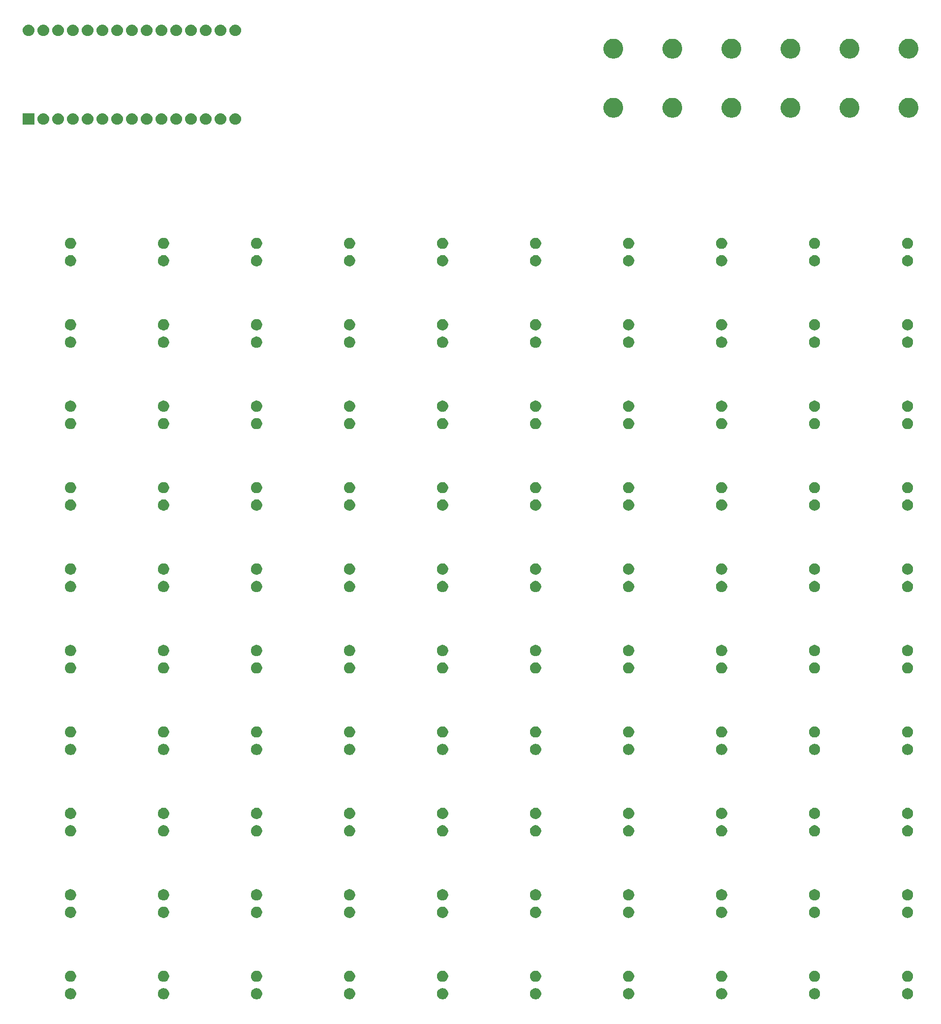
<source format=gbr>
G04 #@! TF.GenerationSoftware,KiCad,Pcbnew,5.0.0-rc2-dev-unknown-5a90858~64~ubuntu16.04.1*
G04 #@! TF.CreationDate,2018-12-18T14:43:23-05:00*
G04 #@! TF.ProjectId,ferrofluid_display,666572726F666C7569645F646973706C,rev?*
G04 #@! TF.SameCoordinates,Original*
G04 #@! TF.FileFunction,Soldermask,Bot*
G04 #@! TF.FilePolarity,Negative*
%FSLAX46Y46*%
G04 Gerber Fmt 4.6, Leading zero omitted, Abs format (unit mm)*
G04 Created by KiCad (PCBNEW 5.0.0-rc2-dev-unknown-5a90858~64~ubuntu16.04.1) date Tue Dec 18 14:43:23 2018*
%MOMM*%
%LPD*%
G01*
G04 APERTURE LIST*
%ADD10C,0.100000*%
G04 APERTURE END LIST*
D10*
G36*
X129504603Y-187446968D02*
X129504606Y-187446969D01*
X129504605Y-187446969D01*
X129679678Y-187519486D01*
X129679679Y-187519487D01*
X129837241Y-187624767D01*
X129971233Y-187758759D01*
X129971234Y-187758761D01*
X130076514Y-187916322D01*
X130132603Y-188051734D01*
X130149032Y-188091397D01*
X130186000Y-188277250D01*
X130186000Y-188466750D01*
X130149032Y-188652603D01*
X130149031Y-188652605D01*
X130076514Y-188827678D01*
X130076513Y-188827679D01*
X129971233Y-188985241D01*
X129837241Y-189119233D01*
X129757923Y-189172232D01*
X129679678Y-189224514D01*
X129544266Y-189280603D01*
X129504603Y-189297032D01*
X129318750Y-189334000D01*
X129129250Y-189334000D01*
X128943397Y-189297032D01*
X128903734Y-189280603D01*
X128768322Y-189224514D01*
X128690077Y-189172232D01*
X128610759Y-189119233D01*
X128476767Y-188985241D01*
X128371487Y-188827679D01*
X128371486Y-188827678D01*
X128298969Y-188652605D01*
X128298968Y-188652603D01*
X128262000Y-188466750D01*
X128262000Y-188277250D01*
X128298968Y-188091397D01*
X128315397Y-188051734D01*
X128371486Y-187916322D01*
X128476766Y-187758761D01*
X128476767Y-187758759D01*
X128610759Y-187624767D01*
X128768321Y-187519487D01*
X128768322Y-187519486D01*
X128943395Y-187446969D01*
X128943394Y-187446969D01*
X128943397Y-187446968D01*
X129129250Y-187410000D01*
X129318750Y-187410000D01*
X129504603Y-187446968D01*
X129504603Y-187446968D01*
G37*
G36*
X145504603Y-187446968D02*
X145504606Y-187446969D01*
X145504605Y-187446969D01*
X145679678Y-187519486D01*
X145679679Y-187519487D01*
X145837241Y-187624767D01*
X145971233Y-187758759D01*
X145971234Y-187758761D01*
X146076514Y-187916322D01*
X146132603Y-188051734D01*
X146149032Y-188091397D01*
X146186000Y-188277250D01*
X146186000Y-188466750D01*
X146149032Y-188652603D01*
X146149031Y-188652605D01*
X146076514Y-188827678D01*
X146076513Y-188827679D01*
X145971233Y-188985241D01*
X145837241Y-189119233D01*
X145757923Y-189172232D01*
X145679678Y-189224514D01*
X145544266Y-189280603D01*
X145504603Y-189297032D01*
X145318750Y-189334000D01*
X145129250Y-189334000D01*
X144943397Y-189297032D01*
X144903734Y-189280603D01*
X144768322Y-189224514D01*
X144690077Y-189172232D01*
X144610759Y-189119233D01*
X144476767Y-188985241D01*
X144371487Y-188827679D01*
X144371486Y-188827678D01*
X144298969Y-188652605D01*
X144298968Y-188652603D01*
X144262000Y-188466750D01*
X144262000Y-188277250D01*
X144298968Y-188091397D01*
X144315397Y-188051734D01*
X144371486Y-187916322D01*
X144476766Y-187758761D01*
X144476767Y-187758759D01*
X144610759Y-187624767D01*
X144768321Y-187519487D01*
X144768322Y-187519486D01*
X144943395Y-187446969D01*
X144943394Y-187446969D01*
X144943397Y-187446968D01*
X145129250Y-187410000D01*
X145318750Y-187410000D01*
X145504603Y-187446968D01*
X145504603Y-187446968D01*
G37*
G36*
X161504603Y-187446968D02*
X161504606Y-187446969D01*
X161504605Y-187446969D01*
X161679678Y-187519486D01*
X161679679Y-187519487D01*
X161837241Y-187624767D01*
X161971233Y-187758759D01*
X161971234Y-187758761D01*
X162076514Y-187916322D01*
X162132603Y-188051734D01*
X162149032Y-188091397D01*
X162186000Y-188277250D01*
X162186000Y-188466750D01*
X162149032Y-188652603D01*
X162149031Y-188652605D01*
X162076514Y-188827678D01*
X162076513Y-188827679D01*
X161971233Y-188985241D01*
X161837241Y-189119233D01*
X161757923Y-189172232D01*
X161679678Y-189224514D01*
X161544266Y-189280603D01*
X161504603Y-189297032D01*
X161318750Y-189334000D01*
X161129250Y-189334000D01*
X160943397Y-189297032D01*
X160903734Y-189280603D01*
X160768322Y-189224514D01*
X160690077Y-189172232D01*
X160610759Y-189119233D01*
X160476767Y-188985241D01*
X160371487Y-188827679D01*
X160371486Y-188827678D01*
X160298969Y-188652605D01*
X160298968Y-188652603D01*
X160262000Y-188466750D01*
X160262000Y-188277250D01*
X160298968Y-188091397D01*
X160315397Y-188051734D01*
X160371486Y-187916322D01*
X160476766Y-187758761D01*
X160476767Y-187758759D01*
X160610759Y-187624767D01*
X160768321Y-187519487D01*
X160768322Y-187519486D01*
X160943395Y-187446969D01*
X160943394Y-187446969D01*
X160943397Y-187446968D01*
X161129250Y-187410000D01*
X161318750Y-187410000D01*
X161504603Y-187446968D01*
X161504603Y-187446968D01*
G37*
G36*
X177504603Y-187446968D02*
X177504606Y-187446969D01*
X177504605Y-187446969D01*
X177679678Y-187519486D01*
X177679679Y-187519487D01*
X177837241Y-187624767D01*
X177971233Y-187758759D01*
X177971234Y-187758761D01*
X178076514Y-187916322D01*
X178132603Y-188051734D01*
X178149032Y-188091397D01*
X178186000Y-188277250D01*
X178186000Y-188466750D01*
X178149032Y-188652603D01*
X178149031Y-188652605D01*
X178076514Y-188827678D01*
X178076513Y-188827679D01*
X177971233Y-188985241D01*
X177837241Y-189119233D01*
X177757923Y-189172232D01*
X177679678Y-189224514D01*
X177544266Y-189280603D01*
X177504603Y-189297032D01*
X177318750Y-189334000D01*
X177129250Y-189334000D01*
X176943397Y-189297032D01*
X176903734Y-189280603D01*
X176768322Y-189224514D01*
X176690077Y-189172232D01*
X176610759Y-189119233D01*
X176476767Y-188985241D01*
X176371487Y-188827679D01*
X176371486Y-188827678D01*
X176298969Y-188652605D01*
X176298968Y-188652603D01*
X176262000Y-188466750D01*
X176262000Y-188277250D01*
X176298968Y-188091397D01*
X176315397Y-188051734D01*
X176371486Y-187916322D01*
X176476766Y-187758761D01*
X176476767Y-187758759D01*
X176610759Y-187624767D01*
X176768321Y-187519487D01*
X176768322Y-187519486D01*
X176943395Y-187446969D01*
X176943394Y-187446969D01*
X176943397Y-187446968D01*
X177129250Y-187410000D01*
X177318750Y-187410000D01*
X177504603Y-187446968D01*
X177504603Y-187446968D01*
G37*
G36*
X193504603Y-187446968D02*
X193504606Y-187446969D01*
X193504605Y-187446969D01*
X193679678Y-187519486D01*
X193679679Y-187519487D01*
X193837241Y-187624767D01*
X193971233Y-187758759D01*
X193971234Y-187758761D01*
X194076514Y-187916322D01*
X194132603Y-188051734D01*
X194149032Y-188091397D01*
X194186000Y-188277250D01*
X194186000Y-188466750D01*
X194149032Y-188652603D01*
X194149031Y-188652605D01*
X194076514Y-188827678D01*
X194076513Y-188827679D01*
X193971233Y-188985241D01*
X193837241Y-189119233D01*
X193757923Y-189172232D01*
X193679678Y-189224514D01*
X193544266Y-189280603D01*
X193504603Y-189297032D01*
X193318750Y-189334000D01*
X193129250Y-189334000D01*
X192943397Y-189297032D01*
X192903734Y-189280603D01*
X192768322Y-189224514D01*
X192690077Y-189172232D01*
X192610759Y-189119233D01*
X192476767Y-188985241D01*
X192371487Y-188827679D01*
X192371486Y-188827678D01*
X192298969Y-188652605D01*
X192298968Y-188652603D01*
X192262000Y-188466750D01*
X192262000Y-188277250D01*
X192298968Y-188091397D01*
X192315397Y-188051734D01*
X192371486Y-187916322D01*
X192476766Y-187758761D01*
X192476767Y-187758759D01*
X192610759Y-187624767D01*
X192768321Y-187519487D01*
X192768322Y-187519486D01*
X192943395Y-187446969D01*
X192943394Y-187446969D01*
X192943397Y-187446968D01*
X193129250Y-187410000D01*
X193318750Y-187410000D01*
X193504603Y-187446968D01*
X193504603Y-187446968D01*
G37*
G36*
X209504603Y-187446968D02*
X209504606Y-187446969D01*
X209504605Y-187446969D01*
X209679678Y-187519486D01*
X209679679Y-187519487D01*
X209837241Y-187624767D01*
X209971233Y-187758759D01*
X209971234Y-187758761D01*
X210076514Y-187916322D01*
X210132603Y-188051734D01*
X210149032Y-188091397D01*
X210186000Y-188277250D01*
X210186000Y-188466750D01*
X210149032Y-188652603D01*
X210149031Y-188652605D01*
X210076514Y-188827678D01*
X210076513Y-188827679D01*
X209971233Y-188985241D01*
X209837241Y-189119233D01*
X209757923Y-189172232D01*
X209679678Y-189224514D01*
X209544266Y-189280603D01*
X209504603Y-189297032D01*
X209318750Y-189334000D01*
X209129250Y-189334000D01*
X208943397Y-189297032D01*
X208903734Y-189280603D01*
X208768322Y-189224514D01*
X208690077Y-189172232D01*
X208610759Y-189119233D01*
X208476767Y-188985241D01*
X208371487Y-188827679D01*
X208371486Y-188827678D01*
X208298969Y-188652605D01*
X208298968Y-188652603D01*
X208262000Y-188466750D01*
X208262000Y-188277250D01*
X208298968Y-188091397D01*
X208315397Y-188051734D01*
X208371486Y-187916322D01*
X208476766Y-187758761D01*
X208476767Y-187758759D01*
X208610759Y-187624767D01*
X208768321Y-187519487D01*
X208768322Y-187519486D01*
X208943395Y-187446969D01*
X208943394Y-187446969D01*
X208943397Y-187446968D01*
X209129250Y-187410000D01*
X209318750Y-187410000D01*
X209504603Y-187446968D01*
X209504603Y-187446968D01*
G37*
G36*
X225504603Y-187446968D02*
X225504606Y-187446969D01*
X225504605Y-187446969D01*
X225679678Y-187519486D01*
X225679679Y-187519487D01*
X225837241Y-187624767D01*
X225971233Y-187758759D01*
X225971234Y-187758761D01*
X226076514Y-187916322D01*
X226132603Y-188051734D01*
X226149032Y-188091397D01*
X226186000Y-188277250D01*
X226186000Y-188466750D01*
X226149032Y-188652603D01*
X226149031Y-188652605D01*
X226076514Y-188827678D01*
X226076513Y-188827679D01*
X225971233Y-188985241D01*
X225837241Y-189119233D01*
X225757923Y-189172232D01*
X225679678Y-189224514D01*
X225544266Y-189280603D01*
X225504603Y-189297032D01*
X225318750Y-189334000D01*
X225129250Y-189334000D01*
X224943397Y-189297032D01*
X224903734Y-189280603D01*
X224768322Y-189224514D01*
X224690077Y-189172232D01*
X224610759Y-189119233D01*
X224476767Y-188985241D01*
X224371487Y-188827679D01*
X224371486Y-188827678D01*
X224298969Y-188652605D01*
X224298968Y-188652603D01*
X224262000Y-188466750D01*
X224262000Y-188277250D01*
X224298968Y-188091397D01*
X224315397Y-188051734D01*
X224371486Y-187916322D01*
X224476766Y-187758761D01*
X224476767Y-187758759D01*
X224610759Y-187624767D01*
X224768321Y-187519487D01*
X224768322Y-187519486D01*
X224943395Y-187446969D01*
X224943394Y-187446969D01*
X224943397Y-187446968D01*
X225129250Y-187410000D01*
X225318750Y-187410000D01*
X225504603Y-187446968D01*
X225504603Y-187446968D01*
G37*
G36*
X241504603Y-187446968D02*
X241504606Y-187446969D01*
X241504605Y-187446969D01*
X241679678Y-187519486D01*
X241679679Y-187519487D01*
X241837241Y-187624767D01*
X241971233Y-187758759D01*
X241971234Y-187758761D01*
X242076514Y-187916322D01*
X242132603Y-188051734D01*
X242149032Y-188091397D01*
X242186000Y-188277250D01*
X242186000Y-188466750D01*
X242149032Y-188652603D01*
X242149031Y-188652605D01*
X242076514Y-188827678D01*
X242076513Y-188827679D01*
X241971233Y-188985241D01*
X241837241Y-189119233D01*
X241757923Y-189172232D01*
X241679678Y-189224514D01*
X241544266Y-189280603D01*
X241504603Y-189297032D01*
X241318750Y-189334000D01*
X241129250Y-189334000D01*
X240943397Y-189297032D01*
X240903734Y-189280603D01*
X240768322Y-189224514D01*
X240690077Y-189172232D01*
X240610759Y-189119233D01*
X240476767Y-188985241D01*
X240371487Y-188827679D01*
X240371486Y-188827678D01*
X240298969Y-188652605D01*
X240298968Y-188652603D01*
X240262000Y-188466750D01*
X240262000Y-188277250D01*
X240298968Y-188091397D01*
X240315397Y-188051734D01*
X240371486Y-187916322D01*
X240476766Y-187758761D01*
X240476767Y-187758759D01*
X240610759Y-187624767D01*
X240768321Y-187519487D01*
X240768322Y-187519486D01*
X240943395Y-187446969D01*
X240943394Y-187446969D01*
X240943397Y-187446968D01*
X241129250Y-187410000D01*
X241318750Y-187410000D01*
X241504603Y-187446968D01*
X241504603Y-187446968D01*
G37*
G36*
X273504603Y-187446968D02*
X273504606Y-187446969D01*
X273504605Y-187446969D01*
X273679678Y-187519486D01*
X273679679Y-187519487D01*
X273837241Y-187624767D01*
X273971233Y-187758759D01*
X273971234Y-187758761D01*
X274076514Y-187916322D01*
X274132603Y-188051734D01*
X274149032Y-188091397D01*
X274186000Y-188277250D01*
X274186000Y-188466750D01*
X274149032Y-188652603D01*
X274149031Y-188652605D01*
X274076514Y-188827678D01*
X274076513Y-188827679D01*
X273971233Y-188985241D01*
X273837241Y-189119233D01*
X273757923Y-189172232D01*
X273679678Y-189224514D01*
X273544266Y-189280603D01*
X273504603Y-189297032D01*
X273318750Y-189334000D01*
X273129250Y-189334000D01*
X272943397Y-189297032D01*
X272903734Y-189280603D01*
X272768322Y-189224514D01*
X272690077Y-189172232D01*
X272610759Y-189119233D01*
X272476767Y-188985241D01*
X272371487Y-188827679D01*
X272371486Y-188827678D01*
X272298969Y-188652605D01*
X272298968Y-188652603D01*
X272262000Y-188466750D01*
X272262000Y-188277250D01*
X272298968Y-188091397D01*
X272315397Y-188051734D01*
X272371486Y-187916322D01*
X272476766Y-187758761D01*
X272476767Y-187758759D01*
X272610759Y-187624767D01*
X272768321Y-187519487D01*
X272768322Y-187519486D01*
X272943395Y-187446969D01*
X272943394Y-187446969D01*
X272943397Y-187446968D01*
X273129250Y-187410000D01*
X273318750Y-187410000D01*
X273504603Y-187446968D01*
X273504603Y-187446968D01*
G37*
G36*
X257504603Y-187446968D02*
X257504606Y-187446969D01*
X257504605Y-187446969D01*
X257679678Y-187519486D01*
X257679679Y-187519487D01*
X257837241Y-187624767D01*
X257971233Y-187758759D01*
X257971234Y-187758761D01*
X258076514Y-187916322D01*
X258132603Y-188051734D01*
X258149032Y-188091397D01*
X258186000Y-188277250D01*
X258186000Y-188466750D01*
X258149032Y-188652603D01*
X258149031Y-188652605D01*
X258076514Y-188827678D01*
X258076513Y-188827679D01*
X257971233Y-188985241D01*
X257837241Y-189119233D01*
X257757923Y-189172232D01*
X257679678Y-189224514D01*
X257544266Y-189280603D01*
X257504603Y-189297032D01*
X257318750Y-189334000D01*
X257129250Y-189334000D01*
X256943397Y-189297032D01*
X256903734Y-189280603D01*
X256768322Y-189224514D01*
X256690077Y-189172232D01*
X256610759Y-189119233D01*
X256476767Y-188985241D01*
X256371487Y-188827679D01*
X256371486Y-188827678D01*
X256298969Y-188652605D01*
X256298968Y-188652603D01*
X256262000Y-188466750D01*
X256262000Y-188277250D01*
X256298968Y-188091397D01*
X256315397Y-188051734D01*
X256371486Y-187916322D01*
X256476766Y-187758761D01*
X256476767Y-187758759D01*
X256610759Y-187624767D01*
X256768321Y-187519487D01*
X256768322Y-187519486D01*
X256943395Y-187446969D01*
X256943394Y-187446969D01*
X256943397Y-187446968D01*
X257129250Y-187410000D01*
X257318750Y-187410000D01*
X257504603Y-187446968D01*
X257504603Y-187446968D01*
G37*
G36*
X225504603Y-184446968D02*
X225504606Y-184446969D01*
X225504605Y-184446969D01*
X225679678Y-184519486D01*
X225679679Y-184519487D01*
X225837241Y-184624767D01*
X225971233Y-184758759D01*
X225971234Y-184758761D01*
X226076514Y-184916322D01*
X226132603Y-185051734D01*
X226149032Y-185091397D01*
X226186000Y-185277250D01*
X226186000Y-185466750D01*
X226149032Y-185652603D01*
X226149031Y-185652605D01*
X226076514Y-185827678D01*
X226076513Y-185827679D01*
X225971233Y-185985241D01*
X225837241Y-186119233D01*
X225757923Y-186172232D01*
X225679678Y-186224514D01*
X225544266Y-186280603D01*
X225504603Y-186297032D01*
X225318750Y-186334000D01*
X225129250Y-186334000D01*
X224943397Y-186297032D01*
X224903734Y-186280603D01*
X224768322Y-186224514D01*
X224690077Y-186172232D01*
X224610759Y-186119233D01*
X224476767Y-185985241D01*
X224371487Y-185827679D01*
X224371486Y-185827678D01*
X224298969Y-185652605D01*
X224298968Y-185652603D01*
X224262000Y-185466750D01*
X224262000Y-185277250D01*
X224298968Y-185091397D01*
X224315397Y-185051734D01*
X224371486Y-184916322D01*
X224476766Y-184758761D01*
X224476767Y-184758759D01*
X224610759Y-184624767D01*
X224768321Y-184519487D01*
X224768322Y-184519486D01*
X224943395Y-184446969D01*
X224943394Y-184446969D01*
X224943397Y-184446968D01*
X225129250Y-184410000D01*
X225318750Y-184410000D01*
X225504603Y-184446968D01*
X225504603Y-184446968D01*
G37*
G36*
X257504603Y-184446968D02*
X257504606Y-184446969D01*
X257504605Y-184446969D01*
X257679678Y-184519486D01*
X257679679Y-184519487D01*
X257837241Y-184624767D01*
X257971233Y-184758759D01*
X257971234Y-184758761D01*
X258076514Y-184916322D01*
X258132603Y-185051734D01*
X258149032Y-185091397D01*
X258186000Y-185277250D01*
X258186000Y-185466750D01*
X258149032Y-185652603D01*
X258149031Y-185652605D01*
X258076514Y-185827678D01*
X258076513Y-185827679D01*
X257971233Y-185985241D01*
X257837241Y-186119233D01*
X257757923Y-186172232D01*
X257679678Y-186224514D01*
X257544266Y-186280603D01*
X257504603Y-186297032D01*
X257318750Y-186334000D01*
X257129250Y-186334000D01*
X256943397Y-186297032D01*
X256903734Y-186280603D01*
X256768322Y-186224514D01*
X256690077Y-186172232D01*
X256610759Y-186119233D01*
X256476767Y-185985241D01*
X256371487Y-185827679D01*
X256371486Y-185827678D01*
X256298969Y-185652605D01*
X256298968Y-185652603D01*
X256262000Y-185466750D01*
X256262000Y-185277250D01*
X256298968Y-185091397D01*
X256315397Y-185051734D01*
X256371486Y-184916322D01*
X256476766Y-184758761D01*
X256476767Y-184758759D01*
X256610759Y-184624767D01*
X256768321Y-184519487D01*
X256768322Y-184519486D01*
X256943395Y-184446969D01*
X256943394Y-184446969D01*
X256943397Y-184446968D01*
X257129250Y-184410000D01*
X257318750Y-184410000D01*
X257504603Y-184446968D01*
X257504603Y-184446968D01*
G37*
G36*
X241504603Y-184446968D02*
X241504606Y-184446969D01*
X241504605Y-184446969D01*
X241679678Y-184519486D01*
X241679679Y-184519487D01*
X241837241Y-184624767D01*
X241971233Y-184758759D01*
X241971234Y-184758761D01*
X242076514Y-184916322D01*
X242132603Y-185051734D01*
X242149032Y-185091397D01*
X242186000Y-185277250D01*
X242186000Y-185466750D01*
X242149032Y-185652603D01*
X242149031Y-185652605D01*
X242076514Y-185827678D01*
X242076513Y-185827679D01*
X241971233Y-185985241D01*
X241837241Y-186119233D01*
X241757923Y-186172232D01*
X241679678Y-186224514D01*
X241544266Y-186280603D01*
X241504603Y-186297032D01*
X241318750Y-186334000D01*
X241129250Y-186334000D01*
X240943397Y-186297032D01*
X240903734Y-186280603D01*
X240768322Y-186224514D01*
X240690077Y-186172232D01*
X240610759Y-186119233D01*
X240476767Y-185985241D01*
X240371487Y-185827679D01*
X240371486Y-185827678D01*
X240298969Y-185652605D01*
X240298968Y-185652603D01*
X240262000Y-185466750D01*
X240262000Y-185277250D01*
X240298968Y-185091397D01*
X240315397Y-185051734D01*
X240371486Y-184916322D01*
X240476766Y-184758761D01*
X240476767Y-184758759D01*
X240610759Y-184624767D01*
X240768321Y-184519487D01*
X240768322Y-184519486D01*
X240943395Y-184446969D01*
X240943394Y-184446969D01*
X240943397Y-184446968D01*
X241129250Y-184410000D01*
X241318750Y-184410000D01*
X241504603Y-184446968D01*
X241504603Y-184446968D01*
G37*
G36*
X209504603Y-184446968D02*
X209504606Y-184446969D01*
X209504605Y-184446969D01*
X209679678Y-184519486D01*
X209679679Y-184519487D01*
X209837241Y-184624767D01*
X209971233Y-184758759D01*
X209971234Y-184758761D01*
X210076514Y-184916322D01*
X210132603Y-185051734D01*
X210149032Y-185091397D01*
X210186000Y-185277250D01*
X210186000Y-185466750D01*
X210149032Y-185652603D01*
X210149031Y-185652605D01*
X210076514Y-185827678D01*
X210076513Y-185827679D01*
X209971233Y-185985241D01*
X209837241Y-186119233D01*
X209757923Y-186172232D01*
X209679678Y-186224514D01*
X209544266Y-186280603D01*
X209504603Y-186297032D01*
X209318750Y-186334000D01*
X209129250Y-186334000D01*
X208943397Y-186297032D01*
X208903734Y-186280603D01*
X208768322Y-186224514D01*
X208690077Y-186172232D01*
X208610759Y-186119233D01*
X208476767Y-185985241D01*
X208371487Y-185827679D01*
X208371486Y-185827678D01*
X208298969Y-185652605D01*
X208298968Y-185652603D01*
X208262000Y-185466750D01*
X208262000Y-185277250D01*
X208298968Y-185091397D01*
X208315397Y-185051734D01*
X208371486Y-184916322D01*
X208476766Y-184758761D01*
X208476767Y-184758759D01*
X208610759Y-184624767D01*
X208768321Y-184519487D01*
X208768322Y-184519486D01*
X208943395Y-184446969D01*
X208943394Y-184446969D01*
X208943397Y-184446968D01*
X209129250Y-184410000D01*
X209318750Y-184410000D01*
X209504603Y-184446968D01*
X209504603Y-184446968D01*
G37*
G36*
X193504603Y-184446968D02*
X193504606Y-184446969D01*
X193504605Y-184446969D01*
X193679678Y-184519486D01*
X193679679Y-184519487D01*
X193837241Y-184624767D01*
X193971233Y-184758759D01*
X193971234Y-184758761D01*
X194076514Y-184916322D01*
X194132603Y-185051734D01*
X194149032Y-185091397D01*
X194186000Y-185277250D01*
X194186000Y-185466750D01*
X194149032Y-185652603D01*
X194149031Y-185652605D01*
X194076514Y-185827678D01*
X194076513Y-185827679D01*
X193971233Y-185985241D01*
X193837241Y-186119233D01*
X193757923Y-186172232D01*
X193679678Y-186224514D01*
X193544266Y-186280603D01*
X193504603Y-186297032D01*
X193318750Y-186334000D01*
X193129250Y-186334000D01*
X192943397Y-186297032D01*
X192903734Y-186280603D01*
X192768322Y-186224514D01*
X192690077Y-186172232D01*
X192610759Y-186119233D01*
X192476767Y-185985241D01*
X192371487Y-185827679D01*
X192371486Y-185827678D01*
X192298969Y-185652605D01*
X192298968Y-185652603D01*
X192262000Y-185466750D01*
X192262000Y-185277250D01*
X192298968Y-185091397D01*
X192315397Y-185051734D01*
X192371486Y-184916322D01*
X192476766Y-184758761D01*
X192476767Y-184758759D01*
X192610759Y-184624767D01*
X192768321Y-184519487D01*
X192768322Y-184519486D01*
X192943395Y-184446969D01*
X192943394Y-184446969D01*
X192943397Y-184446968D01*
X193129250Y-184410000D01*
X193318750Y-184410000D01*
X193504603Y-184446968D01*
X193504603Y-184446968D01*
G37*
G36*
X161504603Y-184446968D02*
X161504606Y-184446969D01*
X161504605Y-184446969D01*
X161679678Y-184519486D01*
X161679679Y-184519487D01*
X161837241Y-184624767D01*
X161971233Y-184758759D01*
X161971234Y-184758761D01*
X162076514Y-184916322D01*
X162132603Y-185051734D01*
X162149032Y-185091397D01*
X162186000Y-185277250D01*
X162186000Y-185466750D01*
X162149032Y-185652603D01*
X162149031Y-185652605D01*
X162076514Y-185827678D01*
X162076513Y-185827679D01*
X161971233Y-185985241D01*
X161837241Y-186119233D01*
X161757923Y-186172232D01*
X161679678Y-186224514D01*
X161544266Y-186280603D01*
X161504603Y-186297032D01*
X161318750Y-186334000D01*
X161129250Y-186334000D01*
X160943397Y-186297032D01*
X160903734Y-186280603D01*
X160768322Y-186224514D01*
X160690077Y-186172232D01*
X160610759Y-186119233D01*
X160476767Y-185985241D01*
X160371487Y-185827679D01*
X160371486Y-185827678D01*
X160298969Y-185652605D01*
X160298968Y-185652603D01*
X160262000Y-185466750D01*
X160262000Y-185277250D01*
X160298968Y-185091397D01*
X160315397Y-185051734D01*
X160371486Y-184916322D01*
X160476766Y-184758761D01*
X160476767Y-184758759D01*
X160610759Y-184624767D01*
X160768321Y-184519487D01*
X160768322Y-184519486D01*
X160943395Y-184446969D01*
X160943394Y-184446969D01*
X160943397Y-184446968D01*
X161129250Y-184410000D01*
X161318750Y-184410000D01*
X161504603Y-184446968D01*
X161504603Y-184446968D01*
G37*
G36*
X273504603Y-184446968D02*
X273504606Y-184446969D01*
X273504605Y-184446969D01*
X273679678Y-184519486D01*
X273679679Y-184519487D01*
X273837241Y-184624767D01*
X273971233Y-184758759D01*
X273971234Y-184758761D01*
X274076514Y-184916322D01*
X274132603Y-185051734D01*
X274149032Y-185091397D01*
X274186000Y-185277250D01*
X274186000Y-185466750D01*
X274149032Y-185652603D01*
X274149031Y-185652605D01*
X274076514Y-185827678D01*
X274076513Y-185827679D01*
X273971233Y-185985241D01*
X273837241Y-186119233D01*
X273757923Y-186172232D01*
X273679678Y-186224514D01*
X273544266Y-186280603D01*
X273504603Y-186297032D01*
X273318750Y-186334000D01*
X273129250Y-186334000D01*
X272943397Y-186297032D01*
X272903734Y-186280603D01*
X272768322Y-186224514D01*
X272690077Y-186172232D01*
X272610759Y-186119233D01*
X272476767Y-185985241D01*
X272371487Y-185827679D01*
X272371486Y-185827678D01*
X272298969Y-185652605D01*
X272298968Y-185652603D01*
X272262000Y-185466750D01*
X272262000Y-185277250D01*
X272298968Y-185091397D01*
X272315397Y-185051734D01*
X272371486Y-184916322D01*
X272476766Y-184758761D01*
X272476767Y-184758759D01*
X272610759Y-184624767D01*
X272768321Y-184519487D01*
X272768322Y-184519486D01*
X272943395Y-184446969D01*
X272943394Y-184446969D01*
X272943397Y-184446968D01*
X273129250Y-184410000D01*
X273318750Y-184410000D01*
X273504603Y-184446968D01*
X273504603Y-184446968D01*
G37*
G36*
X145504603Y-184446968D02*
X145504606Y-184446969D01*
X145504605Y-184446969D01*
X145679678Y-184519486D01*
X145679679Y-184519487D01*
X145837241Y-184624767D01*
X145971233Y-184758759D01*
X145971234Y-184758761D01*
X146076514Y-184916322D01*
X146132603Y-185051734D01*
X146149032Y-185091397D01*
X146186000Y-185277250D01*
X146186000Y-185466750D01*
X146149032Y-185652603D01*
X146149031Y-185652605D01*
X146076514Y-185827678D01*
X146076513Y-185827679D01*
X145971233Y-185985241D01*
X145837241Y-186119233D01*
X145757923Y-186172232D01*
X145679678Y-186224514D01*
X145544266Y-186280603D01*
X145504603Y-186297032D01*
X145318750Y-186334000D01*
X145129250Y-186334000D01*
X144943397Y-186297032D01*
X144903734Y-186280603D01*
X144768322Y-186224514D01*
X144690077Y-186172232D01*
X144610759Y-186119233D01*
X144476767Y-185985241D01*
X144371487Y-185827679D01*
X144371486Y-185827678D01*
X144298969Y-185652605D01*
X144298968Y-185652603D01*
X144262000Y-185466750D01*
X144262000Y-185277250D01*
X144298968Y-185091397D01*
X144315397Y-185051734D01*
X144371486Y-184916322D01*
X144476766Y-184758761D01*
X144476767Y-184758759D01*
X144610759Y-184624767D01*
X144768321Y-184519487D01*
X144768322Y-184519486D01*
X144943395Y-184446969D01*
X144943394Y-184446969D01*
X144943397Y-184446968D01*
X145129250Y-184410000D01*
X145318750Y-184410000D01*
X145504603Y-184446968D01*
X145504603Y-184446968D01*
G37*
G36*
X129504603Y-184446968D02*
X129504606Y-184446969D01*
X129504605Y-184446969D01*
X129679678Y-184519486D01*
X129679679Y-184519487D01*
X129837241Y-184624767D01*
X129971233Y-184758759D01*
X129971234Y-184758761D01*
X130076514Y-184916322D01*
X130132603Y-185051734D01*
X130149032Y-185091397D01*
X130186000Y-185277250D01*
X130186000Y-185466750D01*
X130149032Y-185652603D01*
X130149031Y-185652605D01*
X130076514Y-185827678D01*
X130076513Y-185827679D01*
X129971233Y-185985241D01*
X129837241Y-186119233D01*
X129757923Y-186172232D01*
X129679678Y-186224514D01*
X129544266Y-186280603D01*
X129504603Y-186297032D01*
X129318750Y-186334000D01*
X129129250Y-186334000D01*
X128943397Y-186297032D01*
X128903734Y-186280603D01*
X128768322Y-186224514D01*
X128690077Y-186172232D01*
X128610759Y-186119233D01*
X128476767Y-185985241D01*
X128371487Y-185827679D01*
X128371486Y-185827678D01*
X128298969Y-185652605D01*
X128298968Y-185652603D01*
X128262000Y-185466750D01*
X128262000Y-185277250D01*
X128298968Y-185091397D01*
X128315397Y-185051734D01*
X128371486Y-184916322D01*
X128476766Y-184758761D01*
X128476767Y-184758759D01*
X128610759Y-184624767D01*
X128768321Y-184519487D01*
X128768322Y-184519486D01*
X128943395Y-184446969D01*
X128943394Y-184446969D01*
X128943397Y-184446968D01*
X129129250Y-184410000D01*
X129318750Y-184410000D01*
X129504603Y-184446968D01*
X129504603Y-184446968D01*
G37*
G36*
X177504603Y-184446968D02*
X177504606Y-184446969D01*
X177504605Y-184446969D01*
X177679678Y-184519486D01*
X177679679Y-184519487D01*
X177837241Y-184624767D01*
X177971233Y-184758759D01*
X177971234Y-184758761D01*
X178076514Y-184916322D01*
X178132603Y-185051734D01*
X178149032Y-185091397D01*
X178186000Y-185277250D01*
X178186000Y-185466750D01*
X178149032Y-185652603D01*
X178149031Y-185652605D01*
X178076514Y-185827678D01*
X178076513Y-185827679D01*
X177971233Y-185985241D01*
X177837241Y-186119233D01*
X177757923Y-186172232D01*
X177679678Y-186224514D01*
X177544266Y-186280603D01*
X177504603Y-186297032D01*
X177318750Y-186334000D01*
X177129250Y-186334000D01*
X176943397Y-186297032D01*
X176903734Y-186280603D01*
X176768322Y-186224514D01*
X176690077Y-186172232D01*
X176610759Y-186119233D01*
X176476767Y-185985241D01*
X176371487Y-185827679D01*
X176371486Y-185827678D01*
X176298969Y-185652605D01*
X176298968Y-185652603D01*
X176262000Y-185466750D01*
X176262000Y-185277250D01*
X176298968Y-185091397D01*
X176315397Y-185051734D01*
X176371486Y-184916322D01*
X176476766Y-184758761D01*
X176476767Y-184758759D01*
X176610759Y-184624767D01*
X176768321Y-184519487D01*
X176768322Y-184519486D01*
X176943395Y-184446969D01*
X176943394Y-184446969D01*
X176943397Y-184446968D01*
X177129250Y-184410000D01*
X177318750Y-184410000D01*
X177504603Y-184446968D01*
X177504603Y-184446968D01*
G37*
G36*
X209504603Y-173446968D02*
X209504606Y-173446969D01*
X209504605Y-173446969D01*
X209679678Y-173519486D01*
X209679679Y-173519487D01*
X209837241Y-173624767D01*
X209971233Y-173758759D01*
X209971234Y-173758761D01*
X210076514Y-173916322D01*
X210132603Y-174051734D01*
X210149032Y-174091397D01*
X210186000Y-174277250D01*
X210186000Y-174466750D01*
X210149032Y-174652603D01*
X210149031Y-174652605D01*
X210076514Y-174827678D01*
X210076513Y-174827679D01*
X209971233Y-174985241D01*
X209837241Y-175119233D01*
X209757923Y-175172232D01*
X209679678Y-175224514D01*
X209544266Y-175280603D01*
X209504603Y-175297032D01*
X209318750Y-175334000D01*
X209129250Y-175334000D01*
X208943397Y-175297032D01*
X208903734Y-175280603D01*
X208768322Y-175224514D01*
X208690077Y-175172232D01*
X208610759Y-175119233D01*
X208476767Y-174985241D01*
X208371487Y-174827679D01*
X208371486Y-174827678D01*
X208298969Y-174652605D01*
X208298968Y-174652603D01*
X208262000Y-174466750D01*
X208262000Y-174277250D01*
X208298968Y-174091397D01*
X208315397Y-174051734D01*
X208371486Y-173916322D01*
X208476766Y-173758761D01*
X208476767Y-173758759D01*
X208610759Y-173624767D01*
X208768321Y-173519487D01*
X208768322Y-173519486D01*
X208943395Y-173446969D01*
X208943394Y-173446969D01*
X208943397Y-173446968D01*
X209129250Y-173410000D01*
X209318750Y-173410000D01*
X209504603Y-173446968D01*
X209504603Y-173446968D01*
G37*
G36*
X273504603Y-173446968D02*
X273504606Y-173446969D01*
X273504605Y-173446969D01*
X273679678Y-173519486D01*
X273679679Y-173519487D01*
X273837241Y-173624767D01*
X273971233Y-173758759D01*
X273971234Y-173758761D01*
X274076514Y-173916322D01*
X274132603Y-174051734D01*
X274149032Y-174091397D01*
X274186000Y-174277250D01*
X274186000Y-174466750D01*
X274149032Y-174652603D01*
X274149031Y-174652605D01*
X274076514Y-174827678D01*
X274076513Y-174827679D01*
X273971233Y-174985241D01*
X273837241Y-175119233D01*
X273757923Y-175172232D01*
X273679678Y-175224514D01*
X273544266Y-175280603D01*
X273504603Y-175297032D01*
X273318750Y-175334000D01*
X273129250Y-175334000D01*
X272943397Y-175297032D01*
X272903734Y-175280603D01*
X272768322Y-175224514D01*
X272690077Y-175172232D01*
X272610759Y-175119233D01*
X272476767Y-174985241D01*
X272371487Y-174827679D01*
X272371486Y-174827678D01*
X272298969Y-174652605D01*
X272298968Y-174652603D01*
X272262000Y-174466750D01*
X272262000Y-174277250D01*
X272298968Y-174091397D01*
X272315397Y-174051734D01*
X272371486Y-173916322D01*
X272476766Y-173758761D01*
X272476767Y-173758759D01*
X272610759Y-173624767D01*
X272768321Y-173519487D01*
X272768322Y-173519486D01*
X272943395Y-173446969D01*
X272943394Y-173446969D01*
X272943397Y-173446968D01*
X273129250Y-173410000D01*
X273318750Y-173410000D01*
X273504603Y-173446968D01*
X273504603Y-173446968D01*
G37*
G36*
X257504603Y-173446968D02*
X257504606Y-173446969D01*
X257504605Y-173446969D01*
X257679678Y-173519486D01*
X257679679Y-173519487D01*
X257837241Y-173624767D01*
X257971233Y-173758759D01*
X257971234Y-173758761D01*
X258076514Y-173916322D01*
X258132603Y-174051734D01*
X258149032Y-174091397D01*
X258186000Y-174277250D01*
X258186000Y-174466750D01*
X258149032Y-174652603D01*
X258149031Y-174652605D01*
X258076514Y-174827678D01*
X258076513Y-174827679D01*
X257971233Y-174985241D01*
X257837241Y-175119233D01*
X257757923Y-175172232D01*
X257679678Y-175224514D01*
X257544266Y-175280603D01*
X257504603Y-175297032D01*
X257318750Y-175334000D01*
X257129250Y-175334000D01*
X256943397Y-175297032D01*
X256903734Y-175280603D01*
X256768322Y-175224514D01*
X256690077Y-175172232D01*
X256610759Y-175119233D01*
X256476767Y-174985241D01*
X256371487Y-174827679D01*
X256371486Y-174827678D01*
X256298969Y-174652605D01*
X256298968Y-174652603D01*
X256262000Y-174466750D01*
X256262000Y-174277250D01*
X256298968Y-174091397D01*
X256315397Y-174051734D01*
X256371486Y-173916322D01*
X256476766Y-173758761D01*
X256476767Y-173758759D01*
X256610759Y-173624767D01*
X256768321Y-173519487D01*
X256768322Y-173519486D01*
X256943395Y-173446969D01*
X256943394Y-173446969D01*
X256943397Y-173446968D01*
X257129250Y-173410000D01*
X257318750Y-173410000D01*
X257504603Y-173446968D01*
X257504603Y-173446968D01*
G37*
G36*
X241504603Y-173446968D02*
X241504606Y-173446969D01*
X241504605Y-173446969D01*
X241679678Y-173519486D01*
X241679679Y-173519487D01*
X241837241Y-173624767D01*
X241971233Y-173758759D01*
X241971234Y-173758761D01*
X242076514Y-173916322D01*
X242132603Y-174051734D01*
X242149032Y-174091397D01*
X242186000Y-174277250D01*
X242186000Y-174466750D01*
X242149032Y-174652603D01*
X242149031Y-174652605D01*
X242076514Y-174827678D01*
X242076513Y-174827679D01*
X241971233Y-174985241D01*
X241837241Y-175119233D01*
X241757923Y-175172232D01*
X241679678Y-175224514D01*
X241544266Y-175280603D01*
X241504603Y-175297032D01*
X241318750Y-175334000D01*
X241129250Y-175334000D01*
X240943397Y-175297032D01*
X240903734Y-175280603D01*
X240768322Y-175224514D01*
X240690077Y-175172232D01*
X240610759Y-175119233D01*
X240476767Y-174985241D01*
X240371487Y-174827679D01*
X240371486Y-174827678D01*
X240298969Y-174652605D01*
X240298968Y-174652603D01*
X240262000Y-174466750D01*
X240262000Y-174277250D01*
X240298968Y-174091397D01*
X240315397Y-174051734D01*
X240371486Y-173916322D01*
X240476766Y-173758761D01*
X240476767Y-173758759D01*
X240610759Y-173624767D01*
X240768321Y-173519487D01*
X240768322Y-173519486D01*
X240943395Y-173446969D01*
X240943394Y-173446969D01*
X240943397Y-173446968D01*
X241129250Y-173410000D01*
X241318750Y-173410000D01*
X241504603Y-173446968D01*
X241504603Y-173446968D01*
G37*
G36*
X225504603Y-173446968D02*
X225504606Y-173446969D01*
X225504605Y-173446969D01*
X225679678Y-173519486D01*
X225679679Y-173519487D01*
X225837241Y-173624767D01*
X225971233Y-173758759D01*
X225971234Y-173758761D01*
X226076514Y-173916322D01*
X226132603Y-174051734D01*
X226149032Y-174091397D01*
X226186000Y-174277250D01*
X226186000Y-174466750D01*
X226149032Y-174652603D01*
X226149031Y-174652605D01*
X226076514Y-174827678D01*
X226076513Y-174827679D01*
X225971233Y-174985241D01*
X225837241Y-175119233D01*
X225757923Y-175172232D01*
X225679678Y-175224514D01*
X225544266Y-175280603D01*
X225504603Y-175297032D01*
X225318750Y-175334000D01*
X225129250Y-175334000D01*
X224943397Y-175297032D01*
X224903734Y-175280603D01*
X224768322Y-175224514D01*
X224690077Y-175172232D01*
X224610759Y-175119233D01*
X224476767Y-174985241D01*
X224371487Y-174827679D01*
X224371486Y-174827678D01*
X224298969Y-174652605D01*
X224298968Y-174652603D01*
X224262000Y-174466750D01*
X224262000Y-174277250D01*
X224298968Y-174091397D01*
X224315397Y-174051734D01*
X224371486Y-173916322D01*
X224476766Y-173758761D01*
X224476767Y-173758759D01*
X224610759Y-173624767D01*
X224768321Y-173519487D01*
X224768322Y-173519486D01*
X224943395Y-173446969D01*
X224943394Y-173446969D01*
X224943397Y-173446968D01*
X225129250Y-173410000D01*
X225318750Y-173410000D01*
X225504603Y-173446968D01*
X225504603Y-173446968D01*
G37*
G36*
X193504603Y-173446968D02*
X193504606Y-173446969D01*
X193504605Y-173446969D01*
X193679678Y-173519486D01*
X193679679Y-173519487D01*
X193837241Y-173624767D01*
X193971233Y-173758759D01*
X193971234Y-173758761D01*
X194076514Y-173916322D01*
X194132603Y-174051734D01*
X194149032Y-174091397D01*
X194186000Y-174277250D01*
X194186000Y-174466750D01*
X194149032Y-174652603D01*
X194149031Y-174652605D01*
X194076514Y-174827678D01*
X194076513Y-174827679D01*
X193971233Y-174985241D01*
X193837241Y-175119233D01*
X193757923Y-175172232D01*
X193679678Y-175224514D01*
X193544266Y-175280603D01*
X193504603Y-175297032D01*
X193318750Y-175334000D01*
X193129250Y-175334000D01*
X192943397Y-175297032D01*
X192903734Y-175280603D01*
X192768322Y-175224514D01*
X192690077Y-175172232D01*
X192610759Y-175119233D01*
X192476767Y-174985241D01*
X192371487Y-174827679D01*
X192371486Y-174827678D01*
X192298969Y-174652605D01*
X192298968Y-174652603D01*
X192262000Y-174466750D01*
X192262000Y-174277250D01*
X192298968Y-174091397D01*
X192315397Y-174051734D01*
X192371486Y-173916322D01*
X192476766Y-173758761D01*
X192476767Y-173758759D01*
X192610759Y-173624767D01*
X192768321Y-173519487D01*
X192768322Y-173519486D01*
X192943395Y-173446969D01*
X192943394Y-173446969D01*
X192943397Y-173446968D01*
X193129250Y-173410000D01*
X193318750Y-173410000D01*
X193504603Y-173446968D01*
X193504603Y-173446968D01*
G37*
G36*
X177504603Y-173446968D02*
X177504606Y-173446969D01*
X177504605Y-173446969D01*
X177679678Y-173519486D01*
X177679679Y-173519487D01*
X177837241Y-173624767D01*
X177971233Y-173758759D01*
X177971234Y-173758761D01*
X178076514Y-173916322D01*
X178132603Y-174051734D01*
X178149032Y-174091397D01*
X178186000Y-174277250D01*
X178186000Y-174466750D01*
X178149032Y-174652603D01*
X178149031Y-174652605D01*
X178076514Y-174827678D01*
X178076513Y-174827679D01*
X177971233Y-174985241D01*
X177837241Y-175119233D01*
X177757923Y-175172232D01*
X177679678Y-175224514D01*
X177544266Y-175280603D01*
X177504603Y-175297032D01*
X177318750Y-175334000D01*
X177129250Y-175334000D01*
X176943397Y-175297032D01*
X176903734Y-175280603D01*
X176768322Y-175224514D01*
X176690077Y-175172232D01*
X176610759Y-175119233D01*
X176476767Y-174985241D01*
X176371487Y-174827679D01*
X176371486Y-174827678D01*
X176298969Y-174652605D01*
X176298968Y-174652603D01*
X176262000Y-174466750D01*
X176262000Y-174277250D01*
X176298968Y-174091397D01*
X176315397Y-174051734D01*
X176371486Y-173916322D01*
X176476766Y-173758761D01*
X176476767Y-173758759D01*
X176610759Y-173624767D01*
X176768321Y-173519487D01*
X176768322Y-173519486D01*
X176943395Y-173446969D01*
X176943394Y-173446969D01*
X176943397Y-173446968D01*
X177129250Y-173410000D01*
X177318750Y-173410000D01*
X177504603Y-173446968D01*
X177504603Y-173446968D01*
G37*
G36*
X161504603Y-173446968D02*
X161504606Y-173446969D01*
X161504605Y-173446969D01*
X161679678Y-173519486D01*
X161679679Y-173519487D01*
X161837241Y-173624767D01*
X161971233Y-173758759D01*
X161971234Y-173758761D01*
X162076514Y-173916322D01*
X162132603Y-174051734D01*
X162149032Y-174091397D01*
X162186000Y-174277250D01*
X162186000Y-174466750D01*
X162149032Y-174652603D01*
X162149031Y-174652605D01*
X162076514Y-174827678D01*
X162076513Y-174827679D01*
X161971233Y-174985241D01*
X161837241Y-175119233D01*
X161757923Y-175172232D01*
X161679678Y-175224514D01*
X161544266Y-175280603D01*
X161504603Y-175297032D01*
X161318750Y-175334000D01*
X161129250Y-175334000D01*
X160943397Y-175297032D01*
X160903734Y-175280603D01*
X160768322Y-175224514D01*
X160690077Y-175172232D01*
X160610759Y-175119233D01*
X160476767Y-174985241D01*
X160371487Y-174827679D01*
X160371486Y-174827678D01*
X160298969Y-174652605D01*
X160298968Y-174652603D01*
X160262000Y-174466750D01*
X160262000Y-174277250D01*
X160298968Y-174091397D01*
X160315397Y-174051734D01*
X160371486Y-173916322D01*
X160476766Y-173758761D01*
X160476767Y-173758759D01*
X160610759Y-173624767D01*
X160768321Y-173519487D01*
X160768322Y-173519486D01*
X160943395Y-173446969D01*
X160943394Y-173446969D01*
X160943397Y-173446968D01*
X161129250Y-173410000D01*
X161318750Y-173410000D01*
X161504603Y-173446968D01*
X161504603Y-173446968D01*
G37*
G36*
X145504603Y-173446968D02*
X145504606Y-173446969D01*
X145504605Y-173446969D01*
X145679678Y-173519486D01*
X145679679Y-173519487D01*
X145837241Y-173624767D01*
X145971233Y-173758759D01*
X145971234Y-173758761D01*
X146076514Y-173916322D01*
X146132603Y-174051734D01*
X146149032Y-174091397D01*
X146186000Y-174277250D01*
X146186000Y-174466750D01*
X146149032Y-174652603D01*
X146149031Y-174652605D01*
X146076514Y-174827678D01*
X146076513Y-174827679D01*
X145971233Y-174985241D01*
X145837241Y-175119233D01*
X145757923Y-175172232D01*
X145679678Y-175224514D01*
X145544266Y-175280603D01*
X145504603Y-175297032D01*
X145318750Y-175334000D01*
X145129250Y-175334000D01*
X144943397Y-175297032D01*
X144903734Y-175280603D01*
X144768322Y-175224514D01*
X144690077Y-175172232D01*
X144610759Y-175119233D01*
X144476767Y-174985241D01*
X144371487Y-174827679D01*
X144371486Y-174827678D01*
X144298969Y-174652605D01*
X144298968Y-174652603D01*
X144262000Y-174466750D01*
X144262000Y-174277250D01*
X144298968Y-174091397D01*
X144315397Y-174051734D01*
X144371486Y-173916322D01*
X144476766Y-173758761D01*
X144476767Y-173758759D01*
X144610759Y-173624767D01*
X144768321Y-173519487D01*
X144768322Y-173519486D01*
X144943395Y-173446969D01*
X144943394Y-173446969D01*
X144943397Y-173446968D01*
X145129250Y-173410000D01*
X145318750Y-173410000D01*
X145504603Y-173446968D01*
X145504603Y-173446968D01*
G37*
G36*
X129504603Y-173446968D02*
X129504606Y-173446969D01*
X129504605Y-173446969D01*
X129679678Y-173519486D01*
X129679679Y-173519487D01*
X129837241Y-173624767D01*
X129971233Y-173758759D01*
X129971234Y-173758761D01*
X130076514Y-173916322D01*
X130132603Y-174051734D01*
X130149032Y-174091397D01*
X130186000Y-174277250D01*
X130186000Y-174466750D01*
X130149032Y-174652603D01*
X130149031Y-174652605D01*
X130076514Y-174827678D01*
X130076513Y-174827679D01*
X129971233Y-174985241D01*
X129837241Y-175119233D01*
X129757923Y-175172232D01*
X129679678Y-175224514D01*
X129544266Y-175280603D01*
X129504603Y-175297032D01*
X129318750Y-175334000D01*
X129129250Y-175334000D01*
X128943397Y-175297032D01*
X128903734Y-175280603D01*
X128768322Y-175224514D01*
X128690077Y-175172232D01*
X128610759Y-175119233D01*
X128476767Y-174985241D01*
X128371487Y-174827679D01*
X128371486Y-174827678D01*
X128298969Y-174652605D01*
X128298968Y-174652603D01*
X128262000Y-174466750D01*
X128262000Y-174277250D01*
X128298968Y-174091397D01*
X128315397Y-174051734D01*
X128371486Y-173916322D01*
X128476766Y-173758761D01*
X128476767Y-173758759D01*
X128610759Y-173624767D01*
X128768321Y-173519487D01*
X128768322Y-173519486D01*
X128943395Y-173446969D01*
X128943394Y-173446969D01*
X128943397Y-173446968D01*
X129129250Y-173410000D01*
X129318750Y-173410000D01*
X129504603Y-173446968D01*
X129504603Y-173446968D01*
G37*
G36*
X145504603Y-170446968D02*
X145504606Y-170446969D01*
X145504605Y-170446969D01*
X145679678Y-170519486D01*
X145679679Y-170519487D01*
X145837241Y-170624767D01*
X145971233Y-170758759D01*
X145971234Y-170758761D01*
X146076514Y-170916322D01*
X146132603Y-171051734D01*
X146149032Y-171091397D01*
X146186000Y-171277250D01*
X146186000Y-171466750D01*
X146149032Y-171652603D01*
X146149031Y-171652605D01*
X146076514Y-171827678D01*
X146076513Y-171827679D01*
X145971233Y-171985241D01*
X145837241Y-172119233D01*
X145757923Y-172172232D01*
X145679678Y-172224514D01*
X145544266Y-172280603D01*
X145504603Y-172297032D01*
X145318750Y-172334000D01*
X145129250Y-172334000D01*
X144943397Y-172297032D01*
X144903734Y-172280603D01*
X144768322Y-172224514D01*
X144690077Y-172172232D01*
X144610759Y-172119233D01*
X144476767Y-171985241D01*
X144371487Y-171827679D01*
X144371486Y-171827678D01*
X144298969Y-171652605D01*
X144298968Y-171652603D01*
X144262000Y-171466750D01*
X144262000Y-171277250D01*
X144298968Y-171091397D01*
X144315397Y-171051734D01*
X144371486Y-170916322D01*
X144476766Y-170758761D01*
X144476767Y-170758759D01*
X144610759Y-170624767D01*
X144768321Y-170519487D01*
X144768322Y-170519486D01*
X144943395Y-170446969D01*
X144943394Y-170446969D01*
X144943397Y-170446968D01*
X145129250Y-170410000D01*
X145318750Y-170410000D01*
X145504603Y-170446968D01*
X145504603Y-170446968D01*
G37*
G36*
X273504603Y-170446968D02*
X273504606Y-170446969D01*
X273504605Y-170446969D01*
X273679678Y-170519486D01*
X273679679Y-170519487D01*
X273837241Y-170624767D01*
X273971233Y-170758759D01*
X273971234Y-170758761D01*
X274076514Y-170916322D01*
X274132603Y-171051734D01*
X274149032Y-171091397D01*
X274186000Y-171277250D01*
X274186000Y-171466750D01*
X274149032Y-171652603D01*
X274149031Y-171652605D01*
X274076514Y-171827678D01*
X274076513Y-171827679D01*
X273971233Y-171985241D01*
X273837241Y-172119233D01*
X273757923Y-172172232D01*
X273679678Y-172224514D01*
X273544266Y-172280603D01*
X273504603Y-172297032D01*
X273318750Y-172334000D01*
X273129250Y-172334000D01*
X272943397Y-172297032D01*
X272903734Y-172280603D01*
X272768322Y-172224514D01*
X272690077Y-172172232D01*
X272610759Y-172119233D01*
X272476767Y-171985241D01*
X272371487Y-171827679D01*
X272371486Y-171827678D01*
X272298969Y-171652605D01*
X272298968Y-171652603D01*
X272262000Y-171466750D01*
X272262000Y-171277250D01*
X272298968Y-171091397D01*
X272315397Y-171051734D01*
X272371486Y-170916322D01*
X272476766Y-170758761D01*
X272476767Y-170758759D01*
X272610759Y-170624767D01*
X272768321Y-170519487D01*
X272768322Y-170519486D01*
X272943395Y-170446969D01*
X272943394Y-170446969D01*
X272943397Y-170446968D01*
X273129250Y-170410000D01*
X273318750Y-170410000D01*
X273504603Y-170446968D01*
X273504603Y-170446968D01*
G37*
G36*
X241504603Y-170446968D02*
X241504606Y-170446969D01*
X241504605Y-170446969D01*
X241679678Y-170519486D01*
X241679679Y-170519487D01*
X241837241Y-170624767D01*
X241971233Y-170758759D01*
X241971234Y-170758761D01*
X242076514Y-170916322D01*
X242132603Y-171051734D01*
X242149032Y-171091397D01*
X242186000Y-171277250D01*
X242186000Y-171466750D01*
X242149032Y-171652603D01*
X242149031Y-171652605D01*
X242076514Y-171827678D01*
X242076513Y-171827679D01*
X241971233Y-171985241D01*
X241837241Y-172119233D01*
X241757923Y-172172232D01*
X241679678Y-172224514D01*
X241544266Y-172280603D01*
X241504603Y-172297032D01*
X241318750Y-172334000D01*
X241129250Y-172334000D01*
X240943397Y-172297032D01*
X240903734Y-172280603D01*
X240768322Y-172224514D01*
X240690077Y-172172232D01*
X240610759Y-172119233D01*
X240476767Y-171985241D01*
X240371487Y-171827679D01*
X240371486Y-171827678D01*
X240298969Y-171652605D01*
X240298968Y-171652603D01*
X240262000Y-171466750D01*
X240262000Y-171277250D01*
X240298968Y-171091397D01*
X240315397Y-171051734D01*
X240371486Y-170916322D01*
X240476766Y-170758761D01*
X240476767Y-170758759D01*
X240610759Y-170624767D01*
X240768321Y-170519487D01*
X240768322Y-170519486D01*
X240943395Y-170446969D01*
X240943394Y-170446969D01*
X240943397Y-170446968D01*
X241129250Y-170410000D01*
X241318750Y-170410000D01*
X241504603Y-170446968D01*
X241504603Y-170446968D01*
G37*
G36*
X225504603Y-170446968D02*
X225504606Y-170446969D01*
X225504605Y-170446969D01*
X225679678Y-170519486D01*
X225679679Y-170519487D01*
X225837241Y-170624767D01*
X225971233Y-170758759D01*
X225971234Y-170758761D01*
X226076514Y-170916322D01*
X226132603Y-171051734D01*
X226149032Y-171091397D01*
X226186000Y-171277250D01*
X226186000Y-171466750D01*
X226149032Y-171652603D01*
X226149031Y-171652605D01*
X226076514Y-171827678D01*
X226076513Y-171827679D01*
X225971233Y-171985241D01*
X225837241Y-172119233D01*
X225757923Y-172172232D01*
X225679678Y-172224514D01*
X225544266Y-172280603D01*
X225504603Y-172297032D01*
X225318750Y-172334000D01*
X225129250Y-172334000D01*
X224943397Y-172297032D01*
X224903734Y-172280603D01*
X224768322Y-172224514D01*
X224690077Y-172172232D01*
X224610759Y-172119233D01*
X224476767Y-171985241D01*
X224371487Y-171827679D01*
X224371486Y-171827678D01*
X224298969Y-171652605D01*
X224298968Y-171652603D01*
X224262000Y-171466750D01*
X224262000Y-171277250D01*
X224298968Y-171091397D01*
X224315397Y-171051734D01*
X224371486Y-170916322D01*
X224476766Y-170758761D01*
X224476767Y-170758759D01*
X224610759Y-170624767D01*
X224768321Y-170519487D01*
X224768322Y-170519486D01*
X224943395Y-170446969D01*
X224943394Y-170446969D01*
X224943397Y-170446968D01*
X225129250Y-170410000D01*
X225318750Y-170410000D01*
X225504603Y-170446968D01*
X225504603Y-170446968D01*
G37*
G36*
X209504603Y-170446968D02*
X209504606Y-170446969D01*
X209504605Y-170446969D01*
X209679678Y-170519486D01*
X209679679Y-170519487D01*
X209837241Y-170624767D01*
X209971233Y-170758759D01*
X209971234Y-170758761D01*
X210076514Y-170916322D01*
X210132603Y-171051734D01*
X210149032Y-171091397D01*
X210186000Y-171277250D01*
X210186000Y-171466750D01*
X210149032Y-171652603D01*
X210149031Y-171652605D01*
X210076514Y-171827678D01*
X210076513Y-171827679D01*
X209971233Y-171985241D01*
X209837241Y-172119233D01*
X209757923Y-172172232D01*
X209679678Y-172224514D01*
X209544266Y-172280603D01*
X209504603Y-172297032D01*
X209318750Y-172334000D01*
X209129250Y-172334000D01*
X208943397Y-172297032D01*
X208903734Y-172280603D01*
X208768322Y-172224514D01*
X208690077Y-172172232D01*
X208610759Y-172119233D01*
X208476767Y-171985241D01*
X208371487Y-171827679D01*
X208371486Y-171827678D01*
X208298969Y-171652605D01*
X208298968Y-171652603D01*
X208262000Y-171466750D01*
X208262000Y-171277250D01*
X208298968Y-171091397D01*
X208315397Y-171051734D01*
X208371486Y-170916322D01*
X208476766Y-170758761D01*
X208476767Y-170758759D01*
X208610759Y-170624767D01*
X208768321Y-170519487D01*
X208768322Y-170519486D01*
X208943395Y-170446969D01*
X208943394Y-170446969D01*
X208943397Y-170446968D01*
X209129250Y-170410000D01*
X209318750Y-170410000D01*
X209504603Y-170446968D01*
X209504603Y-170446968D01*
G37*
G36*
X177504603Y-170446968D02*
X177504606Y-170446969D01*
X177504605Y-170446969D01*
X177679678Y-170519486D01*
X177679679Y-170519487D01*
X177837241Y-170624767D01*
X177971233Y-170758759D01*
X177971234Y-170758761D01*
X178076514Y-170916322D01*
X178132603Y-171051734D01*
X178149032Y-171091397D01*
X178186000Y-171277250D01*
X178186000Y-171466750D01*
X178149032Y-171652603D01*
X178149031Y-171652605D01*
X178076514Y-171827678D01*
X178076513Y-171827679D01*
X177971233Y-171985241D01*
X177837241Y-172119233D01*
X177757923Y-172172232D01*
X177679678Y-172224514D01*
X177544266Y-172280603D01*
X177504603Y-172297032D01*
X177318750Y-172334000D01*
X177129250Y-172334000D01*
X176943397Y-172297032D01*
X176903734Y-172280603D01*
X176768322Y-172224514D01*
X176690077Y-172172232D01*
X176610759Y-172119233D01*
X176476767Y-171985241D01*
X176371487Y-171827679D01*
X176371486Y-171827678D01*
X176298969Y-171652605D01*
X176298968Y-171652603D01*
X176262000Y-171466750D01*
X176262000Y-171277250D01*
X176298968Y-171091397D01*
X176315397Y-171051734D01*
X176371486Y-170916322D01*
X176476766Y-170758761D01*
X176476767Y-170758759D01*
X176610759Y-170624767D01*
X176768321Y-170519487D01*
X176768322Y-170519486D01*
X176943395Y-170446969D01*
X176943394Y-170446969D01*
X176943397Y-170446968D01*
X177129250Y-170410000D01*
X177318750Y-170410000D01*
X177504603Y-170446968D01*
X177504603Y-170446968D01*
G37*
G36*
X161504603Y-170446968D02*
X161504606Y-170446969D01*
X161504605Y-170446969D01*
X161679678Y-170519486D01*
X161679679Y-170519487D01*
X161837241Y-170624767D01*
X161971233Y-170758759D01*
X161971234Y-170758761D01*
X162076514Y-170916322D01*
X162132603Y-171051734D01*
X162149032Y-171091397D01*
X162186000Y-171277250D01*
X162186000Y-171466750D01*
X162149032Y-171652603D01*
X162149031Y-171652605D01*
X162076514Y-171827678D01*
X162076513Y-171827679D01*
X161971233Y-171985241D01*
X161837241Y-172119233D01*
X161757923Y-172172232D01*
X161679678Y-172224514D01*
X161544266Y-172280603D01*
X161504603Y-172297032D01*
X161318750Y-172334000D01*
X161129250Y-172334000D01*
X160943397Y-172297032D01*
X160903734Y-172280603D01*
X160768322Y-172224514D01*
X160690077Y-172172232D01*
X160610759Y-172119233D01*
X160476767Y-171985241D01*
X160371487Y-171827679D01*
X160371486Y-171827678D01*
X160298969Y-171652605D01*
X160298968Y-171652603D01*
X160262000Y-171466750D01*
X160262000Y-171277250D01*
X160298968Y-171091397D01*
X160315397Y-171051734D01*
X160371486Y-170916322D01*
X160476766Y-170758761D01*
X160476767Y-170758759D01*
X160610759Y-170624767D01*
X160768321Y-170519487D01*
X160768322Y-170519486D01*
X160943395Y-170446969D01*
X160943394Y-170446969D01*
X160943397Y-170446968D01*
X161129250Y-170410000D01*
X161318750Y-170410000D01*
X161504603Y-170446968D01*
X161504603Y-170446968D01*
G37*
G36*
X193504603Y-170446968D02*
X193504606Y-170446969D01*
X193504605Y-170446969D01*
X193679678Y-170519486D01*
X193679679Y-170519487D01*
X193837241Y-170624767D01*
X193971233Y-170758759D01*
X193971234Y-170758761D01*
X194076514Y-170916322D01*
X194132603Y-171051734D01*
X194149032Y-171091397D01*
X194186000Y-171277250D01*
X194186000Y-171466750D01*
X194149032Y-171652603D01*
X194149031Y-171652605D01*
X194076514Y-171827678D01*
X194076513Y-171827679D01*
X193971233Y-171985241D01*
X193837241Y-172119233D01*
X193757923Y-172172232D01*
X193679678Y-172224514D01*
X193544266Y-172280603D01*
X193504603Y-172297032D01*
X193318750Y-172334000D01*
X193129250Y-172334000D01*
X192943397Y-172297032D01*
X192903734Y-172280603D01*
X192768322Y-172224514D01*
X192690077Y-172172232D01*
X192610759Y-172119233D01*
X192476767Y-171985241D01*
X192371487Y-171827679D01*
X192371486Y-171827678D01*
X192298969Y-171652605D01*
X192298968Y-171652603D01*
X192262000Y-171466750D01*
X192262000Y-171277250D01*
X192298968Y-171091397D01*
X192315397Y-171051734D01*
X192371486Y-170916322D01*
X192476766Y-170758761D01*
X192476767Y-170758759D01*
X192610759Y-170624767D01*
X192768321Y-170519487D01*
X192768322Y-170519486D01*
X192943395Y-170446969D01*
X192943394Y-170446969D01*
X192943397Y-170446968D01*
X193129250Y-170410000D01*
X193318750Y-170410000D01*
X193504603Y-170446968D01*
X193504603Y-170446968D01*
G37*
G36*
X129504603Y-170446968D02*
X129504606Y-170446969D01*
X129504605Y-170446969D01*
X129679678Y-170519486D01*
X129679679Y-170519487D01*
X129837241Y-170624767D01*
X129971233Y-170758759D01*
X129971234Y-170758761D01*
X130076514Y-170916322D01*
X130132603Y-171051734D01*
X130149032Y-171091397D01*
X130186000Y-171277250D01*
X130186000Y-171466750D01*
X130149032Y-171652603D01*
X130149031Y-171652605D01*
X130076514Y-171827678D01*
X130076513Y-171827679D01*
X129971233Y-171985241D01*
X129837241Y-172119233D01*
X129757923Y-172172232D01*
X129679678Y-172224514D01*
X129544266Y-172280603D01*
X129504603Y-172297032D01*
X129318750Y-172334000D01*
X129129250Y-172334000D01*
X128943397Y-172297032D01*
X128903734Y-172280603D01*
X128768322Y-172224514D01*
X128690077Y-172172232D01*
X128610759Y-172119233D01*
X128476767Y-171985241D01*
X128371487Y-171827679D01*
X128371486Y-171827678D01*
X128298969Y-171652605D01*
X128298968Y-171652603D01*
X128262000Y-171466750D01*
X128262000Y-171277250D01*
X128298968Y-171091397D01*
X128315397Y-171051734D01*
X128371486Y-170916322D01*
X128476766Y-170758761D01*
X128476767Y-170758759D01*
X128610759Y-170624767D01*
X128768321Y-170519487D01*
X128768322Y-170519486D01*
X128943395Y-170446969D01*
X128943394Y-170446969D01*
X128943397Y-170446968D01*
X129129250Y-170410000D01*
X129318750Y-170410000D01*
X129504603Y-170446968D01*
X129504603Y-170446968D01*
G37*
G36*
X257504603Y-170446968D02*
X257504606Y-170446969D01*
X257504605Y-170446969D01*
X257679678Y-170519486D01*
X257679679Y-170519487D01*
X257837241Y-170624767D01*
X257971233Y-170758759D01*
X257971234Y-170758761D01*
X258076514Y-170916322D01*
X258132603Y-171051734D01*
X258149032Y-171091397D01*
X258186000Y-171277250D01*
X258186000Y-171466750D01*
X258149032Y-171652603D01*
X258149031Y-171652605D01*
X258076514Y-171827678D01*
X258076513Y-171827679D01*
X257971233Y-171985241D01*
X257837241Y-172119233D01*
X257757923Y-172172232D01*
X257679678Y-172224514D01*
X257544266Y-172280603D01*
X257504603Y-172297032D01*
X257318750Y-172334000D01*
X257129250Y-172334000D01*
X256943397Y-172297032D01*
X256903734Y-172280603D01*
X256768322Y-172224514D01*
X256690077Y-172172232D01*
X256610759Y-172119233D01*
X256476767Y-171985241D01*
X256371487Y-171827679D01*
X256371486Y-171827678D01*
X256298969Y-171652605D01*
X256298968Y-171652603D01*
X256262000Y-171466750D01*
X256262000Y-171277250D01*
X256298968Y-171091397D01*
X256315397Y-171051734D01*
X256371486Y-170916322D01*
X256476766Y-170758761D01*
X256476767Y-170758759D01*
X256610759Y-170624767D01*
X256768321Y-170519487D01*
X256768322Y-170519486D01*
X256943395Y-170446969D01*
X256943394Y-170446969D01*
X256943397Y-170446968D01*
X257129250Y-170410000D01*
X257318750Y-170410000D01*
X257504603Y-170446968D01*
X257504603Y-170446968D01*
G37*
G36*
X225504603Y-159446968D02*
X225504606Y-159446969D01*
X225504605Y-159446969D01*
X225679678Y-159519486D01*
X225679679Y-159519487D01*
X225837241Y-159624767D01*
X225971233Y-159758759D01*
X225971234Y-159758761D01*
X226076514Y-159916322D01*
X226132603Y-160051734D01*
X226149032Y-160091397D01*
X226186000Y-160277250D01*
X226186000Y-160466750D01*
X226149032Y-160652603D01*
X226149031Y-160652605D01*
X226076514Y-160827678D01*
X226076513Y-160827679D01*
X225971233Y-160985241D01*
X225837241Y-161119233D01*
X225757923Y-161172232D01*
X225679678Y-161224514D01*
X225544266Y-161280603D01*
X225504603Y-161297032D01*
X225318750Y-161334000D01*
X225129250Y-161334000D01*
X224943397Y-161297032D01*
X224903734Y-161280603D01*
X224768322Y-161224514D01*
X224690077Y-161172232D01*
X224610759Y-161119233D01*
X224476767Y-160985241D01*
X224371487Y-160827679D01*
X224371486Y-160827678D01*
X224298969Y-160652605D01*
X224298968Y-160652603D01*
X224262000Y-160466750D01*
X224262000Y-160277250D01*
X224298968Y-160091397D01*
X224315397Y-160051734D01*
X224371486Y-159916322D01*
X224476766Y-159758761D01*
X224476767Y-159758759D01*
X224610759Y-159624767D01*
X224768321Y-159519487D01*
X224768322Y-159519486D01*
X224943395Y-159446969D01*
X224943394Y-159446969D01*
X224943397Y-159446968D01*
X225129250Y-159410000D01*
X225318750Y-159410000D01*
X225504603Y-159446968D01*
X225504603Y-159446968D01*
G37*
G36*
X129504603Y-159446968D02*
X129504606Y-159446969D01*
X129504605Y-159446969D01*
X129679678Y-159519486D01*
X129679679Y-159519487D01*
X129837241Y-159624767D01*
X129971233Y-159758759D01*
X129971234Y-159758761D01*
X130076514Y-159916322D01*
X130132603Y-160051734D01*
X130149032Y-160091397D01*
X130186000Y-160277250D01*
X130186000Y-160466750D01*
X130149032Y-160652603D01*
X130149031Y-160652605D01*
X130076514Y-160827678D01*
X130076513Y-160827679D01*
X129971233Y-160985241D01*
X129837241Y-161119233D01*
X129757923Y-161172232D01*
X129679678Y-161224514D01*
X129544266Y-161280603D01*
X129504603Y-161297032D01*
X129318750Y-161334000D01*
X129129250Y-161334000D01*
X128943397Y-161297032D01*
X128903734Y-161280603D01*
X128768322Y-161224514D01*
X128690077Y-161172232D01*
X128610759Y-161119233D01*
X128476767Y-160985241D01*
X128371487Y-160827679D01*
X128371486Y-160827678D01*
X128298969Y-160652605D01*
X128298968Y-160652603D01*
X128262000Y-160466750D01*
X128262000Y-160277250D01*
X128298968Y-160091397D01*
X128315397Y-160051734D01*
X128371486Y-159916322D01*
X128476766Y-159758761D01*
X128476767Y-159758759D01*
X128610759Y-159624767D01*
X128768321Y-159519487D01*
X128768322Y-159519486D01*
X128943395Y-159446969D01*
X128943394Y-159446969D01*
X128943397Y-159446968D01*
X129129250Y-159410000D01*
X129318750Y-159410000D01*
X129504603Y-159446968D01*
X129504603Y-159446968D01*
G37*
G36*
X273504603Y-159446968D02*
X273504606Y-159446969D01*
X273504605Y-159446969D01*
X273679678Y-159519486D01*
X273679679Y-159519487D01*
X273837241Y-159624767D01*
X273971233Y-159758759D01*
X273971234Y-159758761D01*
X274076514Y-159916322D01*
X274132603Y-160051734D01*
X274149032Y-160091397D01*
X274186000Y-160277250D01*
X274186000Y-160466750D01*
X274149032Y-160652603D01*
X274149031Y-160652605D01*
X274076514Y-160827678D01*
X274076513Y-160827679D01*
X273971233Y-160985241D01*
X273837241Y-161119233D01*
X273757923Y-161172232D01*
X273679678Y-161224514D01*
X273544266Y-161280603D01*
X273504603Y-161297032D01*
X273318750Y-161334000D01*
X273129250Y-161334000D01*
X272943397Y-161297032D01*
X272903734Y-161280603D01*
X272768322Y-161224514D01*
X272690077Y-161172232D01*
X272610759Y-161119233D01*
X272476767Y-160985241D01*
X272371487Y-160827679D01*
X272371486Y-160827678D01*
X272298969Y-160652605D01*
X272298968Y-160652603D01*
X272262000Y-160466750D01*
X272262000Y-160277250D01*
X272298968Y-160091397D01*
X272315397Y-160051734D01*
X272371486Y-159916322D01*
X272476766Y-159758761D01*
X272476767Y-159758759D01*
X272610759Y-159624767D01*
X272768321Y-159519487D01*
X272768322Y-159519486D01*
X272943395Y-159446969D01*
X272943394Y-159446969D01*
X272943397Y-159446968D01*
X273129250Y-159410000D01*
X273318750Y-159410000D01*
X273504603Y-159446968D01*
X273504603Y-159446968D01*
G37*
G36*
X257504603Y-159446968D02*
X257504606Y-159446969D01*
X257504605Y-159446969D01*
X257679678Y-159519486D01*
X257679679Y-159519487D01*
X257837241Y-159624767D01*
X257971233Y-159758759D01*
X257971234Y-159758761D01*
X258076514Y-159916322D01*
X258132603Y-160051734D01*
X258149032Y-160091397D01*
X258186000Y-160277250D01*
X258186000Y-160466750D01*
X258149032Y-160652603D01*
X258149031Y-160652605D01*
X258076514Y-160827678D01*
X258076513Y-160827679D01*
X257971233Y-160985241D01*
X257837241Y-161119233D01*
X257757923Y-161172232D01*
X257679678Y-161224514D01*
X257544266Y-161280603D01*
X257504603Y-161297032D01*
X257318750Y-161334000D01*
X257129250Y-161334000D01*
X256943397Y-161297032D01*
X256903734Y-161280603D01*
X256768322Y-161224514D01*
X256690077Y-161172232D01*
X256610759Y-161119233D01*
X256476767Y-160985241D01*
X256371487Y-160827679D01*
X256371486Y-160827678D01*
X256298969Y-160652605D01*
X256298968Y-160652603D01*
X256262000Y-160466750D01*
X256262000Y-160277250D01*
X256298968Y-160091397D01*
X256315397Y-160051734D01*
X256371486Y-159916322D01*
X256476766Y-159758761D01*
X256476767Y-159758759D01*
X256610759Y-159624767D01*
X256768321Y-159519487D01*
X256768322Y-159519486D01*
X256943395Y-159446969D01*
X256943394Y-159446969D01*
X256943397Y-159446968D01*
X257129250Y-159410000D01*
X257318750Y-159410000D01*
X257504603Y-159446968D01*
X257504603Y-159446968D01*
G37*
G36*
X241504603Y-159446968D02*
X241504606Y-159446969D01*
X241504605Y-159446969D01*
X241679678Y-159519486D01*
X241679679Y-159519487D01*
X241837241Y-159624767D01*
X241971233Y-159758759D01*
X241971234Y-159758761D01*
X242076514Y-159916322D01*
X242132603Y-160051734D01*
X242149032Y-160091397D01*
X242186000Y-160277250D01*
X242186000Y-160466750D01*
X242149032Y-160652603D01*
X242149031Y-160652605D01*
X242076514Y-160827678D01*
X242076513Y-160827679D01*
X241971233Y-160985241D01*
X241837241Y-161119233D01*
X241757923Y-161172232D01*
X241679678Y-161224514D01*
X241544266Y-161280603D01*
X241504603Y-161297032D01*
X241318750Y-161334000D01*
X241129250Y-161334000D01*
X240943397Y-161297032D01*
X240903734Y-161280603D01*
X240768322Y-161224514D01*
X240690077Y-161172232D01*
X240610759Y-161119233D01*
X240476767Y-160985241D01*
X240371487Y-160827679D01*
X240371486Y-160827678D01*
X240298969Y-160652605D01*
X240298968Y-160652603D01*
X240262000Y-160466750D01*
X240262000Y-160277250D01*
X240298968Y-160091397D01*
X240315397Y-160051734D01*
X240371486Y-159916322D01*
X240476766Y-159758761D01*
X240476767Y-159758759D01*
X240610759Y-159624767D01*
X240768321Y-159519487D01*
X240768322Y-159519486D01*
X240943395Y-159446969D01*
X240943394Y-159446969D01*
X240943397Y-159446968D01*
X241129250Y-159410000D01*
X241318750Y-159410000D01*
X241504603Y-159446968D01*
X241504603Y-159446968D01*
G37*
G36*
X209504603Y-159446968D02*
X209504606Y-159446969D01*
X209504605Y-159446969D01*
X209679678Y-159519486D01*
X209679679Y-159519487D01*
X209837241Y-159624767D01*
X209971233Y-159758759D01*
X209971234Y-159758761D01*
X210076514Y-159916322D01*
X210132603Y-160051734D01*
X210149032Y-160091397D01*
X210186000Y-160277250D01*
X210186000Y-160466750D01*
X210149032Y-160652603D01*
X210149031Y-160652605D01*
X210076514Y-160827678D01*
X210076513Y-160827679D01*
X209971233Y-160985241D01*
X209837241Y-161119233D01*
X209757923Y-161172232D01*
X209679678Y-161224514D01*
X209544266Y-161280603D01*
X209504603Y-161297032D01*
X209318750Y-161334000D01*
X209129250Y-161334000D01*
X208943397Y-161297032D01*
X208903734Y-161280603D01*
X208768322Y-161224514D01*
X208690077Y-161172232D01*
X208610759Y-161119233D01*
X208476767Y-160985241D01*
X208371487Y-160827679D01*
X208371486Y-160827678D01*
X208298969Y-160652605D01*
X208298968Y-160652603D01*
X208262000Y-160466750D01*
X208262000Y-160277250D01*
X208298968Y-160091397D01*
X208315397Y-160051734D01*
X208371486Y-159916322D01*
X208476766Y-159758761D01*
X208476767Y-159758759D01*
X208610759Y-159624767D01*
X208768321Y-159519487D01*
X208768322Y-159519486D01*
X208943395Y-159446969D01*
X208943394Y-159446969D01*
X208943397Y-159446968D01*
X209129250Y-159410000D01*
X209318750Y-159410000D01*
X209504603Y-159446968D01*
X209504603Y-159446968D01*
G37*
G36*
X193504603Y-159446968D02*
X193504606Y-159446969D01*
X193504605Y-159446969D01*
X193679678Y-159519486D01*
X193679679Y-159519487D01*
X193837241Y-159624767D01*
X193971233Y-159758759D01*
X193971234Y-159758761D01*
X194076514Y-159916322D01*
X194132603Y-160051734D01*
X194149032Y-160091397D01*
X194186000Y-160277250D01*
X194186000Y-160466750D01*
X194149032Y-160652603D01*
X194149031Y-160652605D01*
X194076514Y-160827678D01*
X194076513Y-160827679D01*
X193971233Y-160985241D01*
X193837241Y-161119233D01*
X193757923Y-161172232D01*
X193679678Y-161224514D01*
X193544266Y-161280603D01*
X193504603Y-161297032D01*
X193318750Y-161334000D01*
X193129250Y-161334000D01*
X192943397Y-161297032D01*
X192903734Y-161280603D01*
X192768322Y-161224514D01*
X192690077Y-161172232D01*
X192610759Y-161119233D01*
X192476767Y-160985241D01*
X192371487Y-160827679D01*
X192371486Y-160827678D01*
X192298969Y-160652605D01*
X192298968Y-160652603D01*
X192262000Y-160466750D01*
X192262000Y-160277250D01*
X192298968Y-160091397D01*
X192315397Y-160051734D01*
X192371486Y-159916322D01*
X192476766Y-159758761D01*
X192476767Y-159758759D01*
X192610759Y-159624767D01*
X192768321Y-159519487D01*
X192768322Y-159519486D01*
X192943395Y-159446969D01*
X192943394Y-159446969D01*
X192943397Y-159446968D01*
X193129250Y-159410000D01*
X193318750Y-159410000D01*
X193504603Y-159446968D01*
X193504603Y-159446968D01*
G37*
G36*
X177504603Y-159446968D02*
X177504606Y-159446969D01*
X177504605Y-159446969D01*
X177679678Y-159519486D01*
X177679679Y-159519487D01*
X177837241Y-159624767D01*
X177971233Y-159758759D01*
X177971234Y-159758761D01*
X178076514Y-159916322D01*
X178132603Y-160051734D01*
X178149032Y-160091397D01*
X178186000Y-160277250D01*
X178186000Y-160466750D01*
X178149032Y-160652603D01*
X178149031Y-160652605D01*
X178076514Y-160827678D01*
X178076513Y-160827679D01*
X177971233Y-160985241D01*
X177837241Y-161119233D01*
X177757923Y-161172232D01*
X177679678Y-161224514D01*
X177544266Y-161280603D01*
X177504603Y-161297032D01*
X177318750Y-161334000D01*
X177129250Y-161334000D01*
X176943397Y-161297032D01*
X176903734Y-161280603D01*
X176768322Y-161224514D01*
X176690077Y-161172232D01*
X176610759Y-161119233D01*
X176476767Y-160985241D01*
X176371487Y-160827679D01*
X176371486Y-160827678D01*
X176298969Y-160652605D01*
X176298968Y-160652603D01*
X176262000Y-160466750D01*
X176262000Y-160277250D01*
X176298968Y-160091397D01*
X176315397Y-160051734D01*
X176371486Y-159916322D01*
X176476766Y-159758761D01*
X176476767Y-159758759D01*
X176610759Y-159624767D01*
X176768321Y-159519487D01*
X176768322Y-159519486D01*
X176943395Y-159446969D01*
X176943394Y-159446969D01*
X176943397Y-159446968D01*
X177129250Y-159410000D01*
X177318750Y-159410000D01*
X177504603Y-159446968D01*
X177504603Y-159446968D01*
G37*
G36*
X161504603Y-159446968D02*
X161504606Y-159446969D01*
X161504605Y-159446969D01*
X161679678Y-159519486D01*
X161679679Y-159519487D01*
X161837241Y-159624767D01*
X161971233Y-159758759D01*
X161971234Y-159758761D01*
X162076514Y-159916322D01*
X162132603Y-160051734D01*
X162149032Y-160091397D01*
X162186000Y-160277250D01*
X162186000Y-160466750D01*
X162149032Y-160652603D01*
X162149031Y-160652605D01*
X162076514Y-160827678D01*
X162076513Y-160827679D01*
X161971233Y-160985241D01*
X161837241Y-161119233D01*
X161757923Y-161172232D01*
X161679678Y-161224514D01*
X161544266Y-161280603D01*
X161504603Y-161297032D01*
X161318750Y-161334000D01*
X161129250Y-161334000D01*
X160943397Y-161297032D01*
X160903734Y-161280603D01*
X160768322Y-161224514D01*
X160690077Y-161172232D01*
X160610759Y-161119233D01*
X160476767Y-160985241D01*
X160371487Y-160827679D01*
X160371486Y-160827678D01*
X160298969Y-160652605D01*
X160298968Y-160652603D01*
X160262000Y-160466750D01*
X160262000Y-160277250D01*
X160298968Y-160091397D01*
X160315397Y-160051734D01*
X160371486Y-159916322D01*
X160476766Y-159758761D01*
X160476767Y-159758759D01*
X160610759Y-159624767D01*
X160768321Y-159519487D01*
X160768322Y-159519486D01*
X160943395Y-159446969D01*
X160943394Y-159446969D01*
X160943397Y-159446968D01*
X161129250Y-159410000D01*
X161318750Y-159410000D01*
X161504603Y-159446968D01*
X161504603Y-159446968D01*
G37*
G36*
X145504603Y-159446968D02*
X145504606Y-159446969D01*
X145504605Y-159446969D01*
X145679678Y-159519486D01*
X145679679Y-159519487D01*
X145837241Y-159624767D01*
X145971233Y-159758759D01*
X145971234Y-159758761D01*
X146076514Y-159916322D01*
X146132603Y-160051734D01*
X146149032Y-160091397D01*
X146186000Y-160277250D01*
X146186000Y-160466750D01*
X146149032Y-160652603D01*
X146149031Y-160652605D01*
X146076514Y-160827678D01*
X146076513Y-160827679D01*
X145971233Y-160985241D01*
X145837241Y-161119233D01*
X145757923Y-161172232D01*
X145679678Y-161224514D01*
X145544266Y-161280603D01*
X145504603Y-161297032D01*
X145318750Y-161334000D01*
X145129250Y-161334000D01*
X144943397Y-161297032D01*
X144903734Y-161280603D01*
X144768322Y-161224514D01*
X144690077Y-161172232D01*
X144610759Y-161119233D01*
X144476767Y-160985241D01*
X144371487Y-160827679D01*
X144371486Y-160827678D01*
X144298969Y-160652605D01*
X144298968Y-160652603D01*
X144262000Y-160466750D01*
X144262000Y-160277250D01*
X144298968Y-160091397D01*
X144315397Y-160051734D01*
X144371486Y-159916322D01*
X144476766Y-159758761D01*
X144476767Y-159758759D01*
X144610759Y-159624767D01*
X144768321Y-159519487D01*
X144768322Y-159519486D01*
X144943395Y-159446969D01*
X144943394Y-159446969D01*
X144943397Y-159446968D01*
X145129250Y-159410000D01*
X145318750Y-159410000D01*
X145504603Y-159446968D01*
X145504603Y-159446968D01*
G37*
G36*
X193504603Y-156446968D02*
X193504606Y-156446969D01*
X193504605Y-156446969D01*
X193679678Y-156519486D01*
X193679679Y-156519487D01*
X193837241Y-156624767D01*
X193971233Y-156758759D01*
X193971234Y-156758761D01*
X194076514Y-156916322D01*
X194132603Y-157051734D01*
X194149032Y-157091397D01*
X194186000Y-157277250D01*
X194186000Y-157466750D01*
X194149032Y-157652603D01*
X194149031Y-157652605D01*
X194076514Y-157827678D01*
X194076513Y-157827679D01*
X193971233Y-157985241D01*
X193837241Y-158119233D01*
X193757923Y-158172232D01*
X193679678Y-158224514D01*
X193544266Y-158280603D01*
X193504603Y-158297032D01*
X193318750Y-158334000D01*
X193129250Y-158334000D01*
X192943397Y-158297032D01*
X192903734Y-158280603D01*
X192768322Y-158224514D01*
X192690077Y-158172232D01*
X192610759Y-158119233D01*
X192476767Y-157985241D01*
X192371487Y-157827679D01*
X192371486Y-157827678D01*
X192298969Y-157652605D01*
X192298968Y-157652603D01*
X192262000Y-157466750D01*
X192262000Y-157277250D01*
X192298968Y-157091397D01*
X192315397Y-157051734D01*
X192371486Y-156916322D01*
X192476766Y-156758761D01*
X192476767Y-156758759D01*
X192610759Y-156624767D01*
X192768321Y-156519487D01*
X192768322Y-156519486D01*
X192943395Y-156446969D01*
X192943394Y-156446969D01*
X192943397Y-156446968D01*
X193129250Y-156410000D01*
X193318750Y-156410000D01*
X193504603Y-156446968D01*
X193504603Y-156446968D01*
G37*
G36*
X129504603Y-156446968D02*
X129504606Y-156446969D01*
X129504605Y-156446969D01*
X129679678Y-156519486D01*
X129679679Y-156519487D01*
X129837241Y-156624767D01*
X129971233Y-156758759D01*
X129971234Y-156758761D01*
X130076514Y-156916322D01*
X130132603Y-157051734D01*
X130149032Y-157091397D01*
X130186000Y-157277250D01*
X130186000Y-157466750D01*
X130149032Y-157652603D01*
X130149031Y-157652605D01*
X130076514Y-157827678D01*
X130076513Y-157827679D01*
X129971233Y-157985241D01*
X129837241Y-158119233D01*
X129757923Y-158172232D01*
X129679678Y-158224514D01*
X129544266Y-158280603D01*
X129504603Y-158297032D01*
X129318750Y-158334000D01*
X129129250Y-158334000D01*
X128943397Y-158297032D01*
X128903734Y-158280603D01*
X128768322Y-158224514D01*
X128690077Y-158172232D01*
X128610759Y-158119233D01*
X128476767Y-157985241D01*
X128371487Y-157827679D01*
X128371486Y-157827678D01*
X128298969Y-157652605D01*
X128298968Y-157652603D01*
X128262000Y-157466750D01*
X128262000Y-157277250D01*
X128298968Y-157091397D01*
X128315397Y-157051734D01*
X128371486Y-156916322D01*
X128476766Y-156758761D01*
X128476767Y-156758759D01*
X128610759Y-156624767D01*
X128768321Y-156519487D01*
X128768322Y-156519486D01*
X128943395Y-156446969D01*
X128943394Y-156446969D01*
X128943397Y-156446968D01*
X129129250Y-156410000D01*
X129318750Y-156410000D01*
X129504603Y-156446968D01*
X129504603Y-156446968D01*
G37*
G36*
X145504603Y-156446968D02*
X145504606Y-156446969D01*
X145504605Y-156446969D01*
X145679678Y-156519486D01*
X145679679Y-156519487D01*
X145837241Y-156624767D01*
X145971233Y-156758759D01*
X145971234Y-156758761D01*
X146076514Y-156916322D01*
X146132603Y-157051734D01*
X146149032Y-157091397D01*
X146186000Y-157277250D01*
X146186000Y-157466750D01*
X146149032Y-157652603D01*
X146149031Y-157652605D01*
X146076514Y-157827678D01*
X146076513Y-157827679D01*
X145971233Y-157985241D01*
X145837241Y-158119233D01*
X145757923Y-158172232D01*
X145679678Y-158224514D01*
X145544266Y-158280603D01*
X145504603Y-158297032D01*
X145318750Y-158334000D01*
X145129250Y-158334000D01*
X144943397Y-158297032D01*
X144903734Y-158280603D01*
X144768322Y-158224514D01*
X144690077Y-158172232D01*
X144610759Y-158119233D01*
X144476767Y-157985241D01*
X144371487Y-157827679D01*
X144371486Y-157827678D01*
X144298969Y-157652605D01*
X144298968Y-157652603D01*
X144262000Y-157466750D01*
X144262000Y-157277250D01*
X144298968Y-157091397D01*
X144315397Y-157051734D01*
X144371486Y-156916322D01*
X144476766Y-156758761D01*
X144476767Y-156758759D01*
X144610759Y-156624767D01*
X144768321Y-156519487D01*
X144768322Y-156519486D01*
X144943395Y-156446969D01*
X144943394Y-156446969D01*
X144943397Y-156446968D01*
X145129250Y-156410000D01*
X145318750Y-156410000D01*
X145504603Y-156446968D01*
X145504603Y-156446968D01*
G37*
G36*
X257504603Y-156446968D02*
X257504606Y-156446969D01*
X257504605Y-156446969D01*
X257679678Y-156519486D01*
X257679679Y-156519487D01*
X257837241Y-156624767D01*
X257971233Y-156758759D01*
X257971234Y-156758761D01*
X258076514Y-156916322D01*
X258132603Y-157051734D01*
X258149032Y-157091397D01*
X258186000Y-157277250D01*
X258186000Y-157466750D01*
X258149032Y-157652603D01*
X258149031Y-157652605D01*
X258076514Y-157827678D01*
X258076513Y-157827679D01*
X257971233Y-157985241D01*
X257837241Y-158119233D01*
X257757923Y-158172232D01*
X257679678Y-158224514D01*
X257544266Y-158280603D01*
X257504603Y-158297032D01*
X257318750Y-158334000D01*
X257129250Y-158334000D01*
X256943397Y-158297032D01*
X256903734Y-158280603D01*
X256768322Y-158224514D01*
X256690077Y-158172232D01*
X256610759Y-158119233D01*
X256476767Y-157985241D01*
X256371487Y-157827679D01*
X256371486Y-157827678D01*
X256298969Y-157652605D01*
X256298968Y-157652603D01*
X256262000Y-157466750D01*
X256262000Y-157277250D01*
X256298968Y-157091397D01*
X256315397Y-157051734D01*
X256371486Y-156916322D01*
X256476766Y-156758761D01*
X256476767Y-156758759D01*
X256610759Y-156624767D01*
X256768321Y-156519487D01*
X256768322Y-156519486D01*
X256943395Y-156446969D01*
X256943394Y-156446969D01*
X256943397Y-156446968D01*
X257129250Y-156410000D01*
X257318750Y-156410000D01*
X257504603Y-156446968D01*
X257504603Y-156446968D01*
G37*
G36*
X161504603Y-156446968D02*
X161504606Y-156446969D01*
X161504605Y-156446969D01*
X161679678Y-156519486D01*
X161679679Y-156519487D01*
X161837241Y-156624767D01*
X161971233Y-156758759D01*
X161971234Y-156758761D01*
X162076514Y-156916322D01*
X162132603Y-157051734D01*
X162149032Y-157091397D01*
X162186000Y-157277250D01*
X162186000Y-157466750D01*
X162149032Y-157652603D01*
X162149031Y-157652605D01*
X162076514Y-157827678D01*
X162076513Y-157827679D01*
X161971233Y-157985241D01*
X161837241Y-158119233D01*
X161757923Y-158172232D01*
X161679678Y-158224514D01*
X161544266Y-158280603D01*
X161504603Y-158297032D01*
X161318750Y-158334000D01*
X161129250Y-158334000D01*
X160943397Y-158297032D01*
X160903734Y-158280603D01*
X160768322Y-158224514D01*
X160690077Y-158172232D01*
X160610759Y-158119233D01*
X160476767Y-157985241D01*
X160371487Y-157827679D01*
X160371486Y-157827678D01*
X160298969Y-157652605D01*
X160298968Y-157652603D01*
X160262000Y-157466750D01*
X160262000Y-157277250D01*
X160298968Y-157091397D01*
X160315397Y-157051734D01*
X160371486Y-156916322D01*
X160476766Y-156758761D01*
X160476767Y-156758759D01*
X160610759Y-156624767D01*
X160768321Y-156519487D01*
X160768322Y-156519486D01*
X160943395Y-156446969D01*
X160943394Y-156446969D01*
X160943397Y-156446968D01*
X161129250Y-156410000D01*
X161318750Y-156410000D01*
X161504603Y-156446968D01*
X161504603Y-156446968D01*
G37*
G36*
X241504603Y-156446968D02*
X241504606Y-156446969D01*
X241504605Y-156446969D01*
X241679678Y-156519486D01*
X241679679Y-156519487D01*
X241837241Y-156624767D01*
X241971233Y-156758759D01*
X241971234Y-156758761D01*
X242076514Y-156916322D01*
X242132603Y-157051734D01*
X242149032Y-157091397D01*
X242186000Y-157277250D01*
X242186000Y-157466750D01*
X242149032Y-157652603D01*
X242149031Y-157652605D01*
X242076514Y-157827678D01*
X242076513Y-157827679D01*
X241971233Y-157985241D01*
X241837241Y-158119233D01*
X241757923Y-158172232D01*
X241679678Y-158224514D01*
X241544266Y-158280603D01*
X241504603Y-158297032D01*
X241318750Y-158334000D01*
X241129250Y-158334000D01*
X240943397Y-158297032D01*
X240903734Y-158280603D01*
X240768322Y-158224514D01*
X240690077Y-158172232D01*
X240610759Y-158119233D01*
X240476767Y-157985241D01*
X240371487Y-157827679D01*
X240371486Y-157827678D01*
X240298969Y-157652605D01*
X240298968Y-157652603D01*
X240262000Y-157466750D01*
X240262000Y-157277250D01*
X240298968Y-157091397D01*
X240315397Y-157051734D01*
X240371486Y-156916322D01*
X240476766Y-156758761D01*
X240476767Y-156758759D01*
X240610759Y-156624767D01*
X240768321Y-156519487D01*
X240768322Y-156519486D01*
X240943395Y-156446969D01*
X240943394Y-156446969D01*
X240943397Y-156446968D01*
X241129250Y-156410000D01*
X241318750Y-156410000D01*
X241504603Y-156446968D01*
X241504603Y-156446968D01*
G37*
G36*
X225504603Y-156446968D02*
X225504606Y-156446969D01*
X225504605Y-156446969D01*
X225679678Y-156519486D01*
X225679679Y-156519487D01*
X225837241Y-156624767D01*
X225971233Y-156758759D01*
X225971234Y-156758761D01*
X226076514Y-156916322D01*
X226132603Y-157051734D01*
X226149032Y-157091397D01*
X226186000Y-157277250D01*
X226186000Y-157466750D01*
X226149032Y-157652603D01*
X226149031Y-157652605D01*
X226076514Y-157827678D01*
X226076513Y-157827679D01*
X225971233Y-157985241D01*
X225837241Y-158119233D01*
X225757923Y-158172232D01*
X225679678Y-158224514D01*
X225544266Y-158280603D01*
X225504603Y-158297032D01*
X225318750Y-158334000D01*
X225129250Y-158334000D01*
X224943397Y-158297032D01*
X224903734Y-158280603D01*
X224768322Y-158224514D01*
X224690077Y-158172232D01*
X224610759Y-158119233D01*
X224476767Y-157985241D01*
X224371487Y-157827679D01*
X224371486Y-157827678D01*
X224298969Y-157652605D01*
X224298968Y-157652603D01*
X224262000Y-157466750D01*
X224262000Y-157277250D01*
X224298968Y-157091397D01*
X224315397Y-157051734D01*
X224371486Y-156916322D01*
X224476766Y-156758761D01*
X224476767Y-156758759D01*
X224610759Y-156624767D01*
X224768321Y-156519487D01*
X224768322Y-156519486D01*
X224943395Y-156446969D01*
X224943394Y-156446969D01*
X224943397Y-156446968D01*
X225129250Y-156410000D01*
X225318750Y-156410000D01*
X225504603Y-156446968D01*
X225504603Y-156446968D01*
G37*
G36*
X273504603Y-156446968D02*
X273504606Y-156446969D01*
X273504605Y-156446969D01*
X273679678Y-156519486D01*
X273679679Y-156519487D01*
X273837241Y-156624767D01*
X273971233Y-156758759D01*
X273971234Y-156758761D01*
X274076514Y-156916322D01*
X274132603Y-157051734D01*
X274149032Y-157091397D01*
X274186000Y-157277250D01*
X274186000Y-157466750D01*
X274149032Y-157652603D01*
X274149031Y-157652605D01*
X274076514Y-157827678D01*
X274076513Y-157827679D01*
X273971233Y-157985241D01*
X273837241Y-158119233D01*
X273757923Y-158172232D01*
X273679678Y-158224514D01*
X273544266Y-158280603D01*
X273504603Y-158297032D01*
X273318750Y-158334000D01*
X273129250Y-158334000D01*
X272943397Y-158297032D01*
X272903734Y-158280603D01*
X272768322Y-158224514D01*
X272690077Y-158172232D01*
X272610759Y-158119233D01*
X272476767Y-157985241D01*
X272371487Y-157827679D01*
X272371486Y-157827678D01*
X272298969Y-157652605D01*
X272298968Y-157652603D01*
X272262000Y-157466750D01*
X272262000Y-157277250D01*
X272298968Y-157091397D01*
X272315397Y-157051734D01*
X272371486Y-156916322D01*
X272476766Y-156758761D01*
X272476767Y-156758759D01*
X272610759Y-156624767D01*
X272768321Y-156519487D01*
X272768322Y-156519486D01*
X272943395Y-156446969D01*
X272943394Y-156446969D01*
X272943397Y-156446968D01*
X273129250Y-156410000D01*
X273318750Y-156410000D01*
X273504603Y-156446968D01*
X273504603Y-156446968D01*
G37*
G36*
X209504603Y-156446968D02*
X209504606Y-156446969D01*
X209504605Y-156446969D01*
X209679678Y-156519486D01*
X209679679Y-156519487D01*
X209837241Y-156624767D01*
X209971233Y-156758759D01*
X209971234Y-156758761D01*
X210076514Y-156916322D01*
X210132603Y-157051734D01*
X210149032Y-157091397D01*
X210186000Y-157277250D01*
X210186000Y-157466750D01*
X210149032Y-157652603D01*
X210149031Y-157652605D01*
X210076514Y-157827678D01*
X210076513Y-157827679D01*
X209971233Y-157985241D01*
X209837241Y-158119233D01*
X209757923Y-158172232D01*
X209679678Y-158224514D01*
X209544266Y-158280603D01*
X209504603Y-158297032D01*
X209318750Y-158334000D01*
X209129250Y-158334000D01*
X208943397Y-158297032D01*
X208903734Y-158280603D01*
X208768322Y-158224514D01*
X208690077Y-158172232D01*
X208610759Y-158119233D01*
X208476767Y-157985241D01*
X208371487Y-157827679D01*
X208371486Y-157827678D01*
X208298969Y-157652605D01*
X208298968Y-157652603D01*
X208262000Y-157466750D01*
X208262000Y-157277250D01*
X208298968Y-157091397D01*
X208315397Y-157051734D01*
X208371486Y-156916322D01*
X208476766Y-156758761D01*
X208476767Y-156758759D01*
X208610759Y-156624767D01*
X208768321Y-156519487D01*
X208768322Y-156519486D01*
X208943395Y-156446969D01*
X208943394Y-156446969D01*
X208943397Y-156446968D01*
X209129250Y-156410000D01*
X209318750Y-156410000D01*
X209504603Y-156446968D01*
X209504603Y-156446968D01*
G37*
G36*
X177504603Y-156446968D02*
X177504606Y-156446969D01*
X177504605Y-156446969D01*
X177679678Y-156519486D01*
X177679679Y-156519487D01*
X177837241Y-156624767D01*
X177971233Y-156758759D01*
X177971234Y-156758761D01*
X178076514Y-156916322D01*
X178132603Y-157051734D01*
X178149032Y-157091397D01*
X178186000Y-157277250D01*
X178186000Y-157466750D01*
X178149032Y-157652603D01*
X178149031Y-157652605D01*
X178076514Y-157827678D01*
X178076513Y-157827679D01*
X177971233Y-157985241D01*
X177837241Y-158119233D01*
X177757923Y-158172232D01*
X177679678Y-158224514D01*
X177544266Y-158280603D01*
X177504603Y-158297032D01*
X177318750Y-158334000D01*
X177129250Y-158334000D01*
X176943397Y-158297032D01*
X176903734Y-158280603D01*
X176768322Y-158224514D01*
X176690077Y-158172232D01*
X176610759Y-158119233D01*
X176476767Y-157985241D01*
X176371487Y-157827679D01*
X176371486Y-157827678D01*
X176298969Y-157652605D01*
X176298968Y-157652603D01*
X176262000Y-157466750D01*
X176262000Y-157277250D01*
X176298968Y-157091397D01*
X176315397Y-157051734D01*
X176371486Y-156916322D01*
X176476766Y-156758761D01*
X176476767Y-156758759D01*
X176610759Y-156624767D01*
X176768321Y-156519487D01*
X176768322Y-156519486D01*
X176943395Y-156446969D01*
X176943394Y-156446969D01*
X176943397Y-156446968D01*
X177129250Y-156410000D01*
X177318750Y-156410000D01*
X177504603Y-156446968D01*
X177504603Y-156446968D01*
G37*
G36*
X193504603Y-145446968D02*
X193504606Y-145446969D01*
X193504605Y-145446969D01*
X193679678Y-145519486D01*
X193679679Y-145519487D01*
X193837241Y-145624767D01*
X193971233Y-145758759D01*
X193971234Y-145758761D01*
X194076514Y-145916322D01*
X194132603Y-146051734D01*
X194149032Y-146091397D01*
X194186000Y-146277250D01*
X194186000Y-146466750D01*
X194149032Y-146652603D01*
X194149031Y-146652605D01*
X194076514Y-146827678D01*
X194076513Y-146827679D01*
X193971233Y-146985241D01*
X193837241Y-147119233D01*
X193757923Y-147172232D01*
X193679678Y-147224514D01*
X193544266Y-147280603D01*
X193504603Y-147297032D01*
X193318750Y-147334000D01*
X193129250Y-147334000D01*
X192943397Y-147297032D01*
X192903734Y-147280603D01*
X192768322Y-147224514D01*
X192690077Y-147172232D01*
X192610759Y-147119233D01*
X192476767Y-146985241D01*
X192371487Y-146827679D01*
X192371486Y-146827678D01*
X192298969Y-146652605D01*
X192298968Y-146652603D01*
X192262000Y-146466750D01*
X192262000Y-146277250D01*
X192298968Y-146091397D01*
X192315397Y-146051734D01*
X192371486Y-145916322D01*
X192476766Y-145758761D01*
X192476767Y-145758759D01*
X192610759Y-145624767D01*
X192768321Y-145519487D01*
X192768322Y-145519486D01*
X192943395Y-145446969D01*
X192943394Y-145446969D01*
X192943397Y-145446968D01*
X193129250Y-145410000D01*
X193318750Y-145410000D01*
X193504603Y-145446968D01*
X193504603Y-145446968D01*
G37*
G36*
X273504603Y-145446968D02*
X273504606Y-145446969D01*
X273504605Y-145446969D01*
X273679678Y-145519486D01*
X273679679Y-145519487D01*
X273837241Y-145624767D01*
X273971233Y-145758759D01*
X273971234Y-145758761D01*
X274076514Y-145916322D01*
X274132603Y-146051734D01*
X274149032Y-146091397D01*
X274186000Y-146277250D01*
X274186000Y-146466750D01*
X274149032Y-146652603D01*
X274149031Y-146652605D01*
X274076514Y-146827678D01*
X274076513Y-146827679D01*
X273971233Y-146985241D01*
X273837241Y-147119233D01*
X273757923Y-147172232D01*
X273679678Y-147224514D01*
X273544266Y-147280603D01*
X273504603Y-147297032D01*
X273318750Y-147334000D01*
X273129250Y-147334000D01*
X272943397Y-147297032D01*
X272903734Y-147280603D01*
X272768322Y-147224514D01*
X272690077Y-147172232D01*
X272610759Y-147119233D01*
X272476767Y-146985241D01*
X272371487Y-146827679D01*
X272371486Y-146827678D01*
X272298969Y-146652605D01*
X272298968Y-146652603D01*
X272262000Y-146466750D01*
X272262000Y-146277250D01*
X272298968Y-146091397D01*
X272315397Y-146051734D01*
X272371486Y-145916322D01*
X272476766Y-145758761D01*
X272476767Y-145758759D01*
X272610759Y-145624767D01*
X272768321Y-145519487D01*
X272768322Y-145519486D01*
X272943395Y-145446969D01*
X272943394Y-145446969D01*
X272943397Y-145446968D01*
X273129250Y-145410000D01*
X273318750Y-145410000D01*
X273504603Y-145446968D01*
X273504603Y-145446968D01*
G37*
G36*
X257504603Y-145446968D02*
X257504606Y-145446969D01*
X257504605Y-145446969D01*
X257679678Y-145519486D01*
X257679679Y-145519487D01*
X257837241Y-145624767D01*
X257971233Y-145758759D01*
X257971234Y-145758761D01*
X258076514Y-145916322D01*
X258132603Y-146051734D01*
X258149032Y-146091397D01*
X258186000Y-146277250D01*
X258186000Y-146466750D01*
X258149032Y-146652603D01*
X258149031Y-146652605D01*
X258076514Y-146827678D01*
X258076513Y-146827679D01*
X257971233Y-146985241D01*
X257837241Y-147119233D01*
X257757923Y-147172232D01*
X257679678Y-147224514D01*
X257544266Y-147280603D01*
X257504603Y-147297032D01*
X257318750Y-147334000D01*
X257129250Y-147334000D01*
X256943397Y-147297032D01*
X256903734Y-147280603D01*
X256768322Y-147224514D01*
X256690077Y-147172232D01*
X256610759Y-147119233D01*
X256476767Y-146985241D01*
X256371487Y-146827679D01*
X256371486Y-146827678D01*
X256298969Y-146652605D01*
X256298968Y-146652603D01*
X256262000Y-146466750D01*
X256262000Y-146277250D01*
X256298968Y-146091397D01*
X256315397Y-146051734D01*
X256371486Y-145916322D01*
X256476766Y-145758761D01*
X256476767Y-145758759D01*
X256610759Y-145624767D01*
X256768321Y-145519487D01*
X256768322Y-145519486D01*
X256943395Y-145446969D01*
X256943394Y-145446969D01*
X256943397Y-145446968D01*
X257129250Y-145410000D01*
X257318750Y-145410000D01*
X257504603Y-145446968D01*
X257504603Y-145446968D01*
G37*
G36*
X145504603Y-145446968D02*
X145504606Y-145446969D01*
X145504605Y-145446969D01*
X145679678Y-145519486D01*
X145679679Y-145519487D01*
X145837241Y-145624767D01*
X145971233Y-145758759D01*
X145971234Y-145758761D01*
X146076514Y-145916322D01*
X146132603Y-146051734D01*
X146149032Y-146091397D01*
X146186000Y-146277250D01*
X146186000Y-146466750D01*
X146149032Y-146652603D01*
X146149031Y-146652605D01*
X146076514Y-146827678D01*
X146076513Y-146827679D01*
X145971233Y-146985241D01*
X145837241Y-147119233D01*
X145757923Y-147172232D01*
X145679678Y-147224514D01*
X145544266Y-147280603D01*
X145504603Y-147297032D01*
X145318750Y-147334000D01*
X145129250Y-147334000D01*
X144943397Y-147297032D01*
X144903734Y-147280603D01*
X144768322Y-147224514D01*
X144690077Y-147172232D01*
X144610759Y-147119233D01*
X144476767Y-146985241D01*
X144371487Y-146827679D01*
X144371486Y-146827678D01*
X144298969Y-146652605D01*
X144298968Y-146652603D01*
X144262000Y-146466750D01*
X144262000Y-146277250D01*
X144298968Y-146091397D01*
X144315397Y-146051734D01*
X144371486Y-145916322D01*
X144476766Y-145758761D01*
X144476767Y-145758759D01*
X144610759Y-145624767D01*
X144768321Y-145519487D01*
X144768322Y-145519486D01*
X144943395Y-145446969D01*
X144943394Y-145446969D01*
X144943397Y-145446968D01*
X145129250Y-145410000D01*
X145318750Y-145410000D01*
X145504603Y-145446968D01*
X145504603Y-145446968D01*
G37*
G36*
X241504603Y-145446968D02*
X241504606Y-145446969D01*
X241504605Y-145446969D01*
X241679678Y-145519486D01*
X241679679Y-145519487D01*
X241837241Y-145624767D01*
X241971233Y-145758759D01*
X241971234Y-145758761D01*
X242076514Y-145916322D01*
X242132603Y-146051734D01*
X242149032Y-146091397D01*
X242186000Y-146277250D01*
X242186000Y-146466750D01*
X242149032Y-146652603D01*
X242149031Y-146652605D01*
X242076514Y-146827678D01*
X242076513Y-146827679D01*
X241971233Y-146985241D01*
X241837241Y-147119233D01*
X241757923Y-147172232D01*
X241679678Y-147224514D01*
X241544266Y-147280603D01*
X241504603Y-147297032D01*
X241318750Y-147334000D01*
X241129250Y-147334000D01*
X240943397Y-147297032D01*
X240903734Y-147280603D01*
X240768322Y-147224514D01*
X240690077Y-147172232D01*
X240610759Y-147119233D01*
X240476767Y-146985241D01*
X240371487Y-146827679D01*
X240371486Y-146827678D01*
X240298969Y-146652605D01*
X240298968Y-146652603D01*
X240262000Y-146466750D01*
X240262000Y-146277250D01*
X240298968Y-146091397D01*
X240315397Y-146051734D01*
X240371486Y-145916322D01*
X240476766Y-145758761D01*
X240476767Y-145758759D01*
X240610759Y-145624767D01*
X240768321Y-145519487D01*
X240768322Y-145519486D01*
X240943395Y-145446969D01*
X240943394Y-145446969D01*
X240943397Y-145446968D01*
X241129250Y-145410000D01*
X241318750Y-145410000D01*
X241504603Y-145446968D01*
X241504603Y-145446968D01*
G37*
G36*
X209504603Y-145446968D02*
X209504606Y-145446969D01*
X209504605Y-145446969D01*
X209679678Y-145519486D01*
X209679679Y-145519487D01*
X209837241Y-145624767D01*
X209971233Y-145758759D01*
X209971234Y-145758761D01*
X210076514Y-145916322D01*
X210132603Y-146051734D01*
X210149032Y-146091397D01*
X210186000Y-146277250D01*
X210186000Y-146466750D01*
X210149032Y-146652603D01*
X210149031Y-146652605D01*
X210076514Y-146827678D01*
X210076513Y-146827679D01*
X209971233Y-146985241D01*
X209837241Y-147119233D01*
X209757923Y-147172232D01*
X209679678Y-147224514D01*
X209544266Y-147280603D01*
X209504603Y-147297032D01*
X209318750Y-147334000D01*
X209129250Y-147334000D01*
X208943397Y-147297032D01*
X208903734Y-147280603D01*
X208768322Y-147224514D01*
X208690077Y-147172232D01*
X208610759Y-147119233D01*
X208476767Y-146985241D01*
X208371487Y-146827679D01*
X208371486Y-146827678D01*
X208298969Y-146652605D01*
X208298968Y-146652603D01*
X208262000Y-146466750D01*
X208262000Y-146277250D01*
X208298968Y-146091397D01*
X208315397Y-146051734D01*
X208371486Y-145916322D01*
X208476766Y-145758761D01*
X208476767Y-145758759D01*
X208610759Y-145624767D01*
X208768321Y-145519487D01*
X208768322Y-145519486D01*
X208943395Y-145446969D01*
X208943394Y-145446969D01*
X208943397Y-145446968D01*
X209129250Y-145410000D01*
X209318750Y-145410000D01*
X209504603Y-145446968D01*
X209504603Y-145446968D01*
G37*
G36*
X225504603Y-145446968D02*
X225504606Y-145446969D01*
X225504605Y-145446969D01*
X225679678Y-145519486D01*
X225679679Y-145519487D01*
X225837241Y-145624767D01*
X225971233Y-145758759D01*
X225971234Y-145758761D01*
X226076514Y-145916322D01*
X226132603Y-146051734D01*
X226149032Y-146091397D01*
X226186000Y-146277250D01*
X226186000Y-146466750D01*
X226149032Y-146652603D01*
X226149031Y-146652605D01*
X226076514Y-146827678D01*
X226076513Y-146827679D01*
X225971233Y-146985241D01*
X225837241Y-147119233D01*
X225757923Y-147172232D01*
X225679678Y-147224514D01*
X225544266Y-147280603D01*
X225504603Y-147297032D01*
X225318750Y-147334000D01*
X225129250Y-147334000D01*
X224943397Y-147297032D01*
X224903734Y-147280603D01*
X224768322Y-147224514D01*
X224690077Y-147172232D01*
X224610759Y-147119233D01*
X224476767Y-146985241D01*
X224371487Y-146827679D01*
X224371486Y-146827678D01*
X224298969Y-146652605D01*
X224298968Y-146652603D01*
X224262000Y-146466750D01*
X224262000Y-146277250D01*
X224298968Y-146091397D01*
X224315397Y-146051734D01*
X224371486Y-145916322D01*
X224476766Y-145758761D01*
X224476767Y-145758759D01*
X224610759Y-145624767D01*
X224768321Y-145519487D01*
X224768322Y-145519486D01*
X224943395Y-145446969D01*
X224943394Y-145446969D01*
X224943397Y-145446968D01*
X225129250Y-145410000D01*
X225318750Y-145410000D01*
X225504603Y-145446968D01*
X225504603Y-145446968D01*
G37*
G36*
X129504603Y-145446968D02*
X129504606Y-145446969D01*
X129504605Y-145446969D01*
X129679678Y-145519486D01*
X129679679Y-145519487D01*
X129837241Y-145624767D01*
X129971233Y-145758759D01*
X129971234Y-145758761D01*
X130076514Y-145916322D01*
X130132603Y-146051734D01*
X130149032Y-146091397D01*
X130186000Y-146277250D01*
X130186000Y-146466750D01*
X130149032Y-146652603D01*
X130149031Y-146652605D01*
X130076514Y-146827678D01*
X130076513Y-146827679D01*
X129971233Y-146985241D01*
X129837241Y-147119233D01*
X129757923Y-147172232D01*
X129679678Y-147224514D01*
X129544266Y-147280603D01*
X129504603Y-147297032D01*
X129318750Y-147334000D01*
X129129250Y-147334000D01*
X128943397Y-147297032D01*
X128903734Y-147280603D01*
X128768322Y-147224514D01*
X128690077Y-147172232D01*
X128610759Y-147119233D01*
X128476767Y-146985241D01*
X128371487Y-146827679D01*
X128371486Y-146827678D01*
X128298969Y-146652605D01*
X128298968Y-146652603D01*
X128262000Y-146466750D01*
X128262000Y-146277250D01*
X128298968Y-146091397D01*
X128315397Y-146051734D01*
X128371486Y-145916322D01*
X128476766Y-145758761D01*
X128476767Y-145758759D01*
X128610759Y-145624767D01*
X128768321Y-145519487D01*
X128768322Y-145519486D01*
X128943395Y-145446969D01*
X128943394Y-145446969D01*
X128943397Y-145446968D01*
X129129250Y-145410000D01*
X129318750Y-145410000D01*
X129504603Y-145446968D01*
X129504603Y-145446968D01*
G37*
G36*
X161504603Y-145446968D02*
X161504606Y-145446969D01*
X161504605Y-145446969D01*
X161679678Y-145519486D01*
X161679679Y-145519487D01*
X161837241Y-145624767D01*
X161971233Y-145758759D01*
X161971234Y-145758761D01*
X162076514Y-145916322D01*
X162132603Y-146051734D01*
X162149032Y-146091397D01*
X162186000Y-146277250D01*
X162186000Y-146466750D01*
X162149032Y-146652603D01*
X162149031Y-146652605D01*
X162076514Y-146827678D01*
X162076513Y-146827679D01*
X161971233Y-146985241D01*
X161837241Y-147119233D01*
X161757923Y-147172232D01*
X161679678Y-147224514D01*
X161544266Y-147280603D01*
X161504603Y-147297032D01*
X161318750Y-147334000D01*
X161129250Y-147334000D01*
X160943397Y-147297032D01*
X160903734Y-147280603D01*
X160768322Y-147224514D01*
X160690077Y-147172232D01*
X160610759Y-147119233D01*
X160476767Y-146985241D01*
X160371487Y-146827679D01*
X160371486Y-146827678D01*
X160298969Y-146652605D01*
X160298968Y-146652603D01*
X160262000Y-146466750D01*
X160262000Y-146277250D01*
X160298968Y-146091397D01*
X160315397Y-146051734D01*
X160371486Y-145916322D01*
X160476766Y-145758761D01*
X160476767Y-145758759D01*
X160610759Y-145624767D01*
X160768321Y-145519487D01*
X160768322Y-145519486D01*
X160943395Y-145446969D01*
X160943394Y-145446969D01*
X160943397Y-145446968D01*
X161129250Y-145410000D01*
X161318750Y-145410000D01*
X161504603Y-145446968D01*
X161504603Y-145446968D01*
G37*
G36*
X177504603Y-145446968D02*
X177504606Y-145446969D01*
X177504605Y-145446969D01*
X177679678Y-145519486D01*
X177679679Y-145519487D01*
X177837241Y-145624767D01*
X177971233Y-145758759D01*
X177971234Y-145758761D01*
X178076514Y-145916322D01*
X178132603Y-146051734D01*
X178149032Y-146091397D01*
X178186000Y-146277250D01*
X178186000Y-146466750D01*
X178149032Y-146652603D01*
X178149031Y-146652605D01*
X178076514Y-146827678D01*
X178076513Y-146827679D01*
X177971233Y-146985241D01*
X177837241Y-147119233D01*
X177757923Y-147172232D01*
X177679678Y-147224514D01*
X177544266Y-147280603D01*
X177504603Y-147297032D01*
X177318750Y-147334000D01*
X177129250Y-147334000D01*
X176943397Y-147297032D01*
X176903734Y-147280603D01*
X176768322Y-147224514D01*
X176690077Y-147172232D01*
X176610759Y-147119233D01*
X176476767Y-146985241D01*
X176371487Y-146827679D01*
X176371486Y-146827678D01*
X176298969Y-146652605D01*
X176298968Y-146652603D01*
X176262000Y-146466750D01*
X176262000Y-146277250D01*
X176298968Y-146091397D01*
X176315397Y-146051734D01*
X176371486Y-145916322D01*
X176476766Y-145758761D01*
X176476767Y-145758759D01*
X176610759Y-145624767D01*
X176768321Y-145519487D01*
X176768322Y-145519486D01*
X176943395Y-145446969D01*
X176943394Y-145446969D01*
X176943397Y-145446968D01*
X177129250Y-145410000D01*
X177318750Y-145410000D01*
X177504603Y-145446968D01*
X177504603Y-145446968D01*
G37*
G36*
X209504603Y-142446968D02*
X209504606Y-142446969D01*
X209504605Y-142446969D01*
X209679678Y-142519486D01*
X209679679Y-142519487D01*
X209837241Y-142624767D01*
X209971233Y-142758759D01*
X209971234Y-142758761D01*
X210076514Y-142916322D01*
X210132603Y-143051734D01*
X210149032Y-143091397D01*
X210186000Y-143277250D01*
X210186000Y-143466750D01*
X210149032Y-143652603D01*
X210149031Y-143652605D01*
X210076514Y-143827678D01*
X210076513Y-143827679D01*
X209971233Y-143985241D01*
X209837241Y-144119233D01*
X209757923Y-144172232D01*
X209679678Y-144224514D01*
X209544266Y-144280603D01*
X209504603Y-144297032D01*
X209318750Y-144334000D01*
X209129250Y-144334000D01*
X208943397Y-144297032D01*
X208903734Y-144280603D01*
X208768322Y-144224514D01*
X208690077Y-144172232D01*
X208610759Y-144119233D01*
X208476767Y-143985241D01*
X208371487Y-143827679D01*
X208371486Y-143827678D01*
X208298969Y-143652605D01*
X208298968Y-143652603D01*
X208262000Y-143466750D01*
X208262000Y-143277250D01*
X208298968Y-143091397D01*
X208315397Y-143051734D01*
X208371486Y-142916322D01*
X208476766Y-142758761D01*
X208476767Y-142758759D01*
X208610759Y-142624767D01*
X208768321Y-142519487D01*
X208768322Y-142519486D01*
X208943395Y-142446969D01*
X208943394Y-142446969D01*
X208943397Y-142446968D01*
X209129250Y-142410000D01*
X209318750Y-142410000D01*
X209504603Y-142446968D01*
X209504603Y-142446968D01*
G37*
G36*
X273504603Y-142446968D02*
X273504606Y-142446969D01*
X273504605Y-142446969D01*
X273679678Y-142519486D01*
X273679679Y-142519487D01*
X273837241Y-142624767D01*
X273971233Y-142758759D01*
X273971234Y-142758761D01*
X274076514Y-142916322D01*
X274132603Y-143051734D01*
X274149032Y-143091397D01*
X274186000Y-143277250D01*
X274186000Y-143466750D01*
X274149032Y-143652603D01*
X274149031Y-143652605D01*
X274076514Y-143827678D01*
X274076513Y-143827679D01*
X273971233Y-143985241D01*
X273837241Y-144119233D01*
X273757923Y-144172232D01*
X273679678Y-144224514D01*
X273544266Y-144280603D01*
X273504603Y-144297032D01*
X273318750Y-144334000D01*
X273129250Y-144334000D01*
X272943397Y-144297032D01*
X272903734Y-144280603D01*
X272768322Y-144224514D01*
X272690077Y-144172232D01*
X272610759Y-144119233D01*
X272476767Y-143985241D01*
X272371487Y-143827679D01*
X272371486Y-143827678D01*
X272298969Y-143652605D01*
X272298968Y-143652603D01*
X272262000Y-143466750D01*
X272262000Y-143277250D01*
X272298968Y-143091397D01*
X272315397Y-143051734D01*
X272371486Y-142916322D01*
X272476766Y-142758761D01*
X272476767Y-142758759D01*
X272610759Y-142624767D01*
X272768321Y-142519487D01*
X272768322Y-142519486D01*
X272943395Y-142446969D01*
X272943394Y-142446969D01*
X272943397Y-142446968D01*
X273129250Y-142410000D01*
X273318750Y-142410000D01*
X273504603Y-142446968D01*
X273504603Y-142446968D01*
G37*
G36*
X257504603Y-142446968D02*
X257504606Y-142446969D01*
X257504605Y-142446969D01*
X257679678Y-142519486D01*
X257679679Y-142519487D01*
X257837241Y-142624767D01*
X257971233Y-142758759D01*
X257971234Y-142758761D01*
X258076514Y-142916322D01*
X258132603Y-143051734D01*
X258149032Y-143091397D01*
X258186000Y-143277250D01*
X258186000Y-143466750D01*
X258149032Y-143652603D01*
X258149031Y-143652605D01*
X258076514Y-143827678D01*
X258076513Y-143827679D01*
X257971233Y-143985241D01*
X257837241Y-144119233D01*
X257757923Y-144172232D01*
X257679678Y-144224514D01*
X257544266Y-144280603D01*
X257504603Y-144297032D01*
X257318750Y-144334000D01*
X257129250Y-144334000D01*
X256943397Y-144297032D01*
X256903734Y-144280603D01*
X256768322Y-144224514D01*
X256690077Y-144172232D01*
X256610759Y-144119233D01*
X256476767Y-143985241D01*
X256371487Y-143827679D01*
X256371486Y-143827678D01*
X256298969Y-143652605D01*
X256298968Y-143652603D01*
X256262000Y-143466750D01*
X256262000Y-143277250D01*
X256298968Y-143091397D01*
X256315397Y-143051734D01*
X256371486Y-142916322D01*
X256476766Y-142758761D01*
X256476767Y-142758759D01*
X256610759Y-142624767D01*
X256768321Y-142519487D01*
X256768322Y-142519486D01*
X256943395Y-142446969D01*
X256943394Y-142446969D01*
X256943397Y-142446968D01*
X257129250Y-142410000D01*
X257318750Y-142410000D01*
X257504603Y-142446968D01*
X257504603Y-142446968D01*
G37*
G36*
X225504603Y-142446968D02*
X225504606Y-142446969D01*
X225504605Y-142446969D01*
X225679678Y-142519486D01*
X225679679Y-142519487D01*
X225837241Y-142624767D01*
X225971233Y-142758759D01*
X225971234Y-142758761D01*
X226076514Y-142916322D01*
X226132603Y-143051734D01*
X226149032Y-143091397D01*
X226186000Y-143277250D01*
X226186000Y-143466750D01*
X226149032Y-143652603D01*
X226149031Y-143652605D01*
X226076514Y-143827678D01*
X226076513Y-143827679D01*
X225971233Y-143985241D01*
X225837241Y-144119233D01*
X225757923Y-144172232D01*
X225679678Y-144224514D01*
X225544266Y-144280603D01*
X225504603Y-144297032D01*
X225318750Y-144334000D01*
X225129250Y-144334000D01*
X224943397Y-144297032D01*
X224903734Y-144280603D01*
X224768322Y-144224514D01*
X224690077Y-144172232D01*
X224610759Y-144119233D01*
X224476767Y-143985241D01*
X224371487Y-143827679D01*
X224371486Y-143827678D01*
X224298969Y-143652605D01*
X224298968Y-143652603D01*
X224262000Y-143466750D01*
X224262000Y-143277250D01*
X224298968Y-143091397D01*
X224315397Y-143051734D01*
X224371486Y-142916322D01*
X224476766Y-142758761D01*
X224476767Y-142758759D01*
X224610759Y-142624767D01*
X224768321Y-142519487D01*
X224768322Y-142519486D01*
X224943395Y-142446969D01*
X224943394Y-142446969D01*
X224943397Y-142446968D01*
X225129250Y-142410000D01*
X225318750Y-142410000D01*
X225504603Y-142446968D01*
X225504603Y-142446968D01*
G37*
G36*
X193504603Y-142446968D02*
X193504606Y-142446969D01*
X193504605Y-142446969D01*
X193679678Y-142519486D01*
X193679679Y-142519487D01*
X193837241Y-142624767D01*
X193971233Y-142758759D01*
X193971234Y-142758761D01*
X194076514Y-142916322D01*
X194132603Y-143051734D01*
X194149032Y-143091397D01*
X194186000Y-143277250D01*
X194186000Y-143466750D01*
X194149032Y-143652603D01*
X194149031Y-143652605D01*
X194076514Y-143827678D01*
X194076513Y-143827679D01*
X193971233Y-143985241D01*
X193837241Y-144119233D01*
X193757923Y-144172232D01*
X193679678Y-144224514D01*
X193544266Y-144280603D01*
X193504603Y-144297032D01*
X193318750Y-144334000D01*
X193129250Y-144334000D01*
X192943397Y-144297032D01*
X192903734Y-144280603D01*
X192768322Y-144224514D01*
X192690077Y-144172232D01*
X192610759Y-144119233D01*
X192476767Y-143985241D01*
X192371487Y-143827679D01*
X192371486Y-143827678D01*
X192298969Y-143652605D01*
X192298968Y-143652603D01*
X192262000Y-143466750D01*
X192262000Y-143277250D01*
X192298968Y-143091397D01*
X192315397Y-143051734D01*
X192371486Y-142916322D01*
X192476766Y-142758761D01*
X192476767Y-142758759D01*
X192610759Y-142624767D01*
X192768321Y-142519487D01*
X192768322Y-142519486D01*
X192943395Y-142446969D01*
X192943394Y-142446969D01*
X192943397Y-142446968D01*
X193129250Y-142410000D01*
X193318750Y-142410000D01*
X193504603Y-142446968D01*
X193504603Y-142446968D01*
G37*
G36*
X129504603Y-142446968D02*
X129504606Y-142446969D01*
X129504605Y-142446969D01*
X129679678Y-142519486D01*
X129679679Y-142519487D01*
X129837241Y-142624767D01*
X129971233Y-142758759D01*
X129971234Y-142758761D01*
X130076514Y-142916322D01*
X130132603Y-143051734D01*
X130149032Y-143091397D01*
X130186000Y-143277250D01*
X130186000Y-143466750D01*
X130149032Y-143652603D01*
X130149031Y-143652605D01*
X130076514Y-143827678D01*
X130076513Y-143827679D01*
X129971233Y-143985241D01*
X129837241Y-144119233D01*
X129757923Y-144172232D01*
X129679678Y-144224514D01*
X129544266Y-144280603D01*
X129504603Y-144297032D01*
X129318750Y-144334000D01*
X129129250Y-144334000D01*
X128943397Y-144297032D01*
X128903734Y-144280603D01*
X128768322Y-144224514D01*
X128690077Y-144172232D01*
X128610759Y-144119233D01*
X128476767Y-143985241D01*
X128371487Y-143827679D01*
X128371486Y-143827678D01*
X128298969Y-143652605D01*
X128298968Y-143652603D01*
X128262000Y-143466750D01*
X128262000Y-143277250D01*
X128298968Y-143091397D01*
X128315397Y-143051734D01*
X128371486Y-142916322D01*
X128476766Y-142758761D01*
X128476767Y-142758759D01*
X128610759Y-142624767D01*
X128768321Y-142519487D01*
X128768322Y-142519486D01*
X128943395Y-142446969D01*
X128943394Y-142446969D01*
X128943397Y-142446968D01*
X129129250Y-142410000D01*
X129318750Y-142410000D01*
X129504603Y-142446968D01*
X129504603Y-142446968D01*
G37*
G36*
X177504603Y-142446968D02*
X177504606Y-142446969D01*
X177504605Y-142446969D01*
X177679678Y-142519486D01*
X177679679Y-142519487D01*
X177837241Y-142624767D01*
X177971233Y-142758759D01*
X177971234Y-142758761D01*
X178076514Y-142916322D01*
X178132603Y-143051734D01*
X178149032Y-143091397D01*
X178186000Y-143277250D01*
X178186000Y-143466750D01*
X178149032Y-143652603D01*
X178149031Y-143652605D01*
X178076514Y-143827678D01*
X178076513Y-143827679D01*
X177971233Y-143985241D01*
X177837241Y-144119233D01*
X177757923Y-144172232D01*
X177679678Y-144224514D01*
X177544266Y-144280603D01*
X177504603Y-144297032D01*
X177318750Y-144334000D01*
X177129250Y-144334000D01*
X176943397Y-144297032D01*
X176903734Y-144280603D01*
X176768322Y-144224514D01*
X176690077Y-144172232D01*
X176610759Y-144119233D01*
X176476767Y-143985241D01*
X176371487Y-143827679D01*
X176371486Y-143827678D01*
X176298969Y-143652605D01*
X176298968Y-143652603D01*
X176262000Y-143466750D01*
X176262000Y-143277250D01*
X176298968Y-143091397D01*
X176315397Y-143051734D01*
X176371486Y-142916322D01*
X176476766Y-142758761D01*
X176476767Y-142758759D01*
X176610759Y-142624767D01*
X176768321Y-142519487D01*
X176768322Y-142519486D01*
X176943395Y-142446969D01*
X176943394Y-142446969D01*
X176943397Y-142446968D01*
X177129250Y-142410000D01*
X177318750Y-142410000D01*
X177504603Y-142446968D01*
X177504603Y-142446968D01*
G37*
G36*
X161504603Y-142446968D02*
X161504606Y-142446969D01*
X161504605Y-142446969D01*
X161679678Y-142519486D01*
X161679679Y-142519487D01*
X161837241Y-142624767D01*
X161971233Y-142758759D01*
X161971234Y-142758761D01*
X162076514Y-142916322D01*
X162132603Y-143051734D01*
X162149032Y-143091397D01*
X162186000Y-143277250D01*
X162186000Y-143466750D01*
X162149032Y-143652603D01*
X162149031Y-143652605D01*
X162076514Y-143827678D01*
X162076513Y-143827679D01*
X161971233Y-143985241D01*
X161837241Y-144119233D01*
X161757923Y-144172232D01*
X161679678Y-144224514D01*
X161544266Y-144280603D01*
X161504603Y-144297032D01*
X161318750Y-144334000D01*
X161129250Y-144334000D01*
X160943397Y-144297032D01*
X160903734Y-144280603D01*
X160768322Y-144224514D01*
X160690077Y-144172232D01*
X160610759Y-144119233D01*
X160476767Y-143985241D01*
X160371487Y-143827679D01*
X160371486Y-143827678D01*
X160298969Y-143652605D01*
X160298968Y-143652603D01*
X160262000Y-143466750D01*
X160262000Y-143277250D01*
X160298968Y-143091397D01*
X160315397Y-143051734D01*
X160371486Y-142916322D01*
X160476766Y-142758761D01*
X160476767Y-142758759D01*
X160610759Y-142624767D01*
X160768321Y-142519487D01*
X160768322Y-142519486D01*
X160943395Y-142446969D01*
X160943394Y-142446969D01*
X160943397Y-142446968D01*
X161129250Y-142410000D01*
X161318750Y-142410000D01*
X161504603Y-142446968D01*
X161504603Y-142446968D01*
G37*
G36*
X145504603Y-142446968D02*
X145504606Y-142446969D01*
X145504605Y-142446969D01*
X145679678Y-142519486D01*
X145679679Y-142519487D01*
X145837241Y-142624767D01*
X145971233Y-142758759D01*
X145971234Y-142758761D01*
X146076514Y-142916322D01*
X146132603Y-143051734D01*
X146149032Y-143091397D01*
X146186000Y-143277250D01*
X146186000Y-143466750D01*
X146149032Y-143652603D01*
X146149031Y-143652605D01*
X146076514Y-143827678D01*
X146076513Y-143827679D01*
X145971233Y-143985241D01*
X145837241Y-144119233D01*
X145757923Y-144172232D01*
X145679678Y-144224514D01*
X145544266Y-144280603D01*
X145504603Y-144297032D01*
X145318750Y-144334000D01*
X145129250Y-144334000D01*
X144943397Y-144297032D01*
X144903734Y-144280603D01*
X144768322Y-144224514D01*
X144690077Y-144172232D01*
X144610759Y-144119233D01*
X144476767Y-143985241D01*
X144371487Y-143827679D01*
X144371486Y-143827678D01*
X144298969Y-143652605D01*
X144298968Y-143652603D01*
X144262000Y-143466750D01*
X144262000Y-143277250D01*
X144298968Y-143091397D01*
X144315397Y-143051734D01*
X144371486Y-142916322D01*
X144476766Y-142758761D01*
X144476767Y-142758759D01*
X144610759Y-142624767D01*
X144768321Y-142519487D01*
X144768322Y-142519486D01*
X144943395Y-142446969D01*
X144943394Y-142446969D01*
X144943397Y-142446968D01*
X145129250Y-142410000D01*
X145318750Y-142410000D01*
X145504603Y-142446968D01*
X145504603Y-142446968D01*
G37*
G36*
X241504603Y-142446968D02*
X241504606Y-142446969D01*
X241504605Y-142446969D01*
X241679678Y-142519486D01*
X241679679Y-142519487D01*
X241837241Y-142624767D01*
X241971233Y-142758759D01*
X241971234Y-142758761D01*
X242076514Y-142916322D01*
X242132603Y-143051734D01*
X242149032Y-143091397D01*
X242186000Y-143277250D01*
X242186000Y-143466750D01*
X242149032Y-143652603D01*
X242149031Y-143652605D01*
X242076514Y-143827678D01*
X242076513Y-143827679D01*
X241971233Y-143985241D01*
X241837241Y-144119233D01*
X241757923Y-144172232D01*
X241679678Y-144224514D01*
X241544266Y-144280603D01*
X241504603Y-144297032D01*
X241318750Y-144334000D01*
X241129250Y-144334000D01*
X240943397Y-144297032D01*
X240903734Y-144280603D01*
X240768322Y-144224514D01*
X240690077Y-144172232D01*
X240610759Y-144119233D01*
X240476767Y-143985241D01*
X240371487Y-143827679D01*
X240371486Y-143827678D01*
X240298969Y-143652605D01*
X240298968Y-143652603D01*
X240262000Y-143466750D01*
X240262000Y-143277250D01*
X240298968Y-143091397D01*
X240315397Y-143051734D01*
X240371486Y-142916322D01*
X240476766Y-142758761D01*
X240476767Y-142758759D01*
X240610759Y-142624767D01*
X240768321Y-142519487D01*
X240768322Y-142519486D01*
X240943395Y-142446969D01*
X240943394Y-142446969D01*
X240943397Y-142446968D01*
X241129250Y-142410000D01*
X241318750Y-142410000D01*
X241504603Y-142446968D01*
X241504603Y-142446968D01*
G37*
G36*
X241504603Y-131446968D02*
X241504606Y-131446969D01*
X241504605Y-131446969D01*
X241679678Y-131519486D01*
X241679679Y-131519487D01*
X241837241Y-131624767D01*
X241971233Y-131758759D01*
X241971234Y-131758761D01*
X242076514Y-131916322D01*
X242132603Y-132051734D01*
X242149032Y-132091397D01*
X242186000Y-132277250D01*
X242186000Y-132466750D01*
X242149032Y-132652603D01*
X242149031Y-132652605D01*
X242076514Y-132827678D01*
X242076513Y-132827679D01*
X241971233Y-132985241D01*
X241837241Y-133119233D01*
X241757923Y-133172232D01*
X241679678Y-133224514D01*
X241544266Y-133280603D01*
X241504603Y-133297032D01*
X241318750Y-133334000D01*
X241129250Y-133334000D01*
X240943397Y-133297032D01*
X240903734Y-133280603D01*
X240768322Y-133224514D01*
X240690077Y-133172232D01*
X240610759Y-133119233D01*
X240476767Y-132985241D01*
X240371487Y-132827679D01*
X240371486Y-132827678D01*
X240298969Y-132652605D01*
X240298968Y-132652603D01*
X240262000Y-132466750D01*
X240262000Y-132277250D01*
X240298968Y-132091397D01*
X240315397Y-132051734D01*
X240371486Y-131916322D01*
X240476766Y-131758761D01*
X240476767Y-131758759D01*
X240610759Y-131624767D01*
X240768321Y-131519487D01*
X240768322Y-131519486D01*
X240943395Y-131446969D01*
X240943394Y-131446969D01*
X240943397Y-131446968D01*
X241129250Y-131410000D01*
X241318750Y-131410000D01*
X241504603Y-131446968D01*
X241504603Y-131446968D01*
G37*
G36*
X257504603Y-131446968D02*
X257504606Y-131446969D01*
X257504605Y-131446969D01*
X257679678Y-131519486D01*
X257679679Y-131519487D01*
X257837241Y-131624767D01*
X257971233Y-131758759D01*
X257971234Y-131758761D01*
X258076514Y-131916322D01*
X258132603Y-132051734D01*
X258149032Y-132091397D01*
X258186000Y-132277250D01*
X258186000Y-132466750D01*
X258149032Y-132652603D01*
X258149031Y-132652605D01*
X258076514Y-132827678D01*
X258076513Y-132827679D01*
X257971233Y-132985241D01*
X257837241Y-133119233D01*
X257757923Y-133172232D01*
X257679678Y-133224514D01*
X257544266Y-133280603D01*
X257504603Y-133297032D01*
X257318750Y-133334000D01*
X257129250Y-133334000D01*
X256943397Y-133297032D01*
X256903734Y-133280603D01*
X256768322Y-133224514D01*
X256690077Y-133172232D01*
X256610759Y-133119233D01*
X256476767Y-132985241D01*
X256371487Y-132827679D01*
X256371486Y-132827678D01*
X256298969Y-132652605D01*
X256298968Y-132652603D01*
X256262000Y-132466750D01*
X256262000Y-132277250D01*
X256298968Y-132091397D01*
X256315397Y-132051734D01*
X256371486Y-131916322D01*
X256476766Y-131758761D01*
X256476767Y-131758759D01*
X256610759Y-131624767D01*
X256768321Y-131519487D01*
X256768322Y-131519486D01*
X256943395Y-131446969D01*
X256943394Y-131446969D01*
X256943397Y-131446968D01*
X257129250Y-131410000D01*
X257318750Y-131410000D01*
X257504603Y-131446968D01*
X257504603Y-131446968D01*
G37*
G36*
X129504603Y-131446968D02*
X129504606Y-131446969D01*
X129504605Y-131446969D01*
X129679678Y-131519486D01*
X129679679Y-131519487D01*
X129837241Y-131624767D01*
X129971233Y-131758759D01*
X129971234Y-131758761D01*
X130076514Y-131916322D01*
X130132603Y-132051734D01*
X130149032Y-132091397D01*
X130186000Y-132277250D01*
X130186000Y-132466750D01*
X130149032Y-132652603D01*
X130149031Y-132652605D01*
X130076514Y-132827678D01*
X130076513Y-132827679D01*
X129971233Y-132985241D01*
X129837241Y-133119233D01*
X129757923Y-133172232D01*
X129679678Y-133224514D01*
X129544266Y-133280603D01*
X129504603Y-133297032D01*
X129318750Y-133334000D01*
X129129250Y-133334000D01*
X128943397Y-133297032D01*
X128903734Y-133280603D01*
X128768322Y-133224514D01*
X128690077Y-133172232D01*
X128610759Y-133119233D01*
X128476767Y-132985241D01*
X128371487Y-132827679D01*
X128371486Y-132827678D01*
X128298969Y-132652605D01*
X128298968Y-132652603D01*
X128262000Y-132466750D01*
X128262000Y-132277250D01*
X128298968Y-132091397D01*
X128315397Y-132051734D01*
X128371486Y-131916322D01*
X128476766Y-131758761D01*
X128476767Y-131758759D01*
X128610759Y-131624767D01*
X128768321Y-131519487D01*
X128768322Y-131519486D01*
X128943395Y-131446969D01*
X128943394Y-131446969D01*
X128943397Y-131446968D01*
X129129250Y-131410000D01*
X129318750Y-131410000D01*
X129504603Y-131446968D01*
X129504603Y-131446968D01*
G37*
G36*
X273504603Y-131446968D02*
X273504606Y-131446969D01*
X273504605Y-131446969D01*
X273679678Y-131519486D01*
X273679679Y-131519487D01*
X273837241Y-131624767D01*
X273971233Y-131758759D01*
X273971234Y-131758761D01*
X274076514Y-131916322D01*
X274132603Y-132051734D01*
X274149032Y-132091397D01*
X274186000Y-132277250D01*
X274186000Y-132466750D01*
X274149032Y-132652603D01*
X274149031Y-132652605D01*
X274076514Y-132827678D01*
X274076513Y-132827679D01*
X273971233Y-132985241D01*
X273837241Y-133119233D01*
X273757923Y-133172232D01*
X273679678Y-133224514D01*
X273544266Y-133280603D01*
X273504603Y-133297032D01*
X273318750Y-133334000D01*
X273129250Y-133334000D01*
X272943397Y-133297032D01*
X272903734Y-133280603D01*
X272768322Y-133224514D01*
X272690077Y-133172232D01*
X272610759Y-133119233D01*
X272476767Y-132985241D01*
X272371487Y-132827679D01*
X272371486Y-132827678D01*
X272298969Y-132652605D01*
X272298968Y-132652603D01*
X272262000Y-132466750D01*
X272262000Y-132277250D01*
X272298968Y-132091397D01*
X272315397Y-132051734D01*
X272371486Y-131916322D01*
X272476766Y-131758761D01*
X272476767Y-131758759D01*
X272610759Y-131624767D01*
X272768321Y-131519487D01*
X272768322Y-131519486D01*
X272943395Y-131446969D01*
X272943394Y-131446969D01*
X272943397Y-131446968D01*
X273129250Y-131410000D01*
X273318750Y-131410000D01*
X273504603Y-131446968D01*
X273504603Y-131446968D01*
G37*
G36*
X145504603Y-131446968D02*
X145504606Y-131446969D01*
X145504605Y-131446969D01*
X145679678Y-131519486D01*
X145679679Y-131519487D01*
X145837241Y-131624767D01*
X145971233Y-131758759D01*
X145971234Y-131758761D01*
X146076514Y-131916322D01*
X146132603Y-132051734D01*
X146149032Y-132091397D01*
X146186000Y-132277250D01*
X146186000Y-132466750D01*
X146149032Y-132652603D01*
X146149031Y-132652605D01*
X146076514Y-132827678D01*
X146076513Y-132827679D01*
X145971233Y-132985241D01*
X145837241Y-133119233D01*
X145757923Y-133172232D01*
X145679678Y-133224514D01*
X145544266Y-133280603D01*
X145504603Y-133297032D01*
X145318750Y-133334000D01*
X145129250Y-133334000D01*
X144943397Y-133297032D01*
X144903734Y-133280603D01*
X144768322Y-133224514D01*
X144690077Y-133172232D01*
X144610759Y-133119233D01*
X144476767Y-132985241D01*
X144371487Y-132827679D01*
X144371486Y-132827678D01*
X144298969Y-132652605D01*
X144298968Y-132652603D01*
X144262000Y-132466750D01*
X144262000Y-132277250D01*
X144298968Y-132091397D01*
X144315397Y-132051734D01*
X144371486Y-131916322D01*
X144476766Y-131758761D01*
X144476767Y-131758759D01*
X144610759Y-131624767D01*
X144768321Y-131519487D01*
X144768322Y-131519486D01*
X144943395Y-131446969D01*
X144943394Y-131446969D01*
X144943397Y-131446968D01*
X145129250Y-131410000D01*
X145318750Y-131410000D01*
X145504603Y-131446968D01*
X145504603Y-131446968D01*
G37*
G36*
X161504603Y-131446968D02*
X161504606Y-131446969D01*
X161504605Y-131446969D01*
X161679678Y-131519486D01*
X161679679Y-131519487D01*
X161837241Y-131624767D01*
X161971233Y-131758759D01*
X161971234Y-131758761D01*
X162076514Y-131916322D01*
X162132603Y-132051734D01*
X162149032Y-132091397D01*
X162186000Y-132277250D01*
X162186000Y-132466750D01*
X162149032Y-132652603D01*
X162149031Y-132652605D01*
X162076514Y-132827678D01*
X162076513Y-132827679D01*
X161971233Y-132985241D01*
X161837241Y-133119233D01*
X161757923Y-133172232D01*
X161679678Y-133224514D01*
X161544266Y-133280603D01*
X161504603Y-133297032D01*
X161318750Y-133334000D01*
X161129250Y-133334000D01*
X160943397Y-133297032D01*
X160903734Y-133280603D01*
X160768322Y-133224514D01*
X160690077Y-133172232D01*
X160610759Y-133119233D01*
X160476767Y-132985241D01*
X160371487Y-132827679D01*
X160371486Y-132827678D01*
X160298969Y-132652605D01*
X160298968Y-132652603D01*
X160262000Y-132466750D01*
X160262000Y-132277250D01*
X160298968Y-132091397D01*
X160315397Y-132051734D01*
X160371486Y-131916322D01*
X160476766Y-131758761D01*
X160476767Y-131758759D01*
X160610759Y-131624767D01*
X160768321Y-131519487D01*
X160768322Y-131519486D01*
X160943395Y-131446969D01*
X160943394Y-131446969D01*
X160943397Y-131446968D01*
X161129250Y-131410000D01*
X161318750Y-131410000D01*
X161504603Y-131446968D01*
X161504603Y-131446968D01*
G37*
G36*
X177504603Y-131446968D02*
X177504606Y-131446969D01*
X177504605Y-131446969D01*
X177679678Y-131519486D01*
X177679679Y-131519487D01*
X177837241Y-131624767D01*
X177971233Y-131758759D01*
X177971234Y-131758761D01*
X178076514Y-131916322D01*
X178132603Y-132051734D01*
X178149032Y-132091397D01*
X178186000Y-132277250D01*
X178186000Y-132466750D01*
X178149032Y-132652603D01*
X178149031Y-132652605D01*
X178076514Y-132827678D01*
X178076513Y-132827679D01*
X177971233Y-132985241D01*
X177837241Y-133119233D01*
X177757923Y-133172232D01*
X177679678Y-133224514D01*
X177544266Y-133280603D01*
X177504603Y-133297032D01*
X177318750Y-133334000D01*
X177129250Y-133334000D01*
X176943397Y-133297032D01*
X176903734Y-133280603D01*
X176768322Y-133224514D01*
X176690077Y-133172232D01*
X176610759Y-133119233D01*
X176476767Y-132985241D01*
X176371487Y-132827679D01*
X176371486Y-132827678D01*
X176298969Y-132652605D01*
X176298968Y-132652603D01*
X176262000Y-132466750D01*
X176262000Y-132277250D01*
X176298968Y-132091397D01*
X176315397Y-132051734D01*
X176371486Y-131916322D01*
X176476766Y-131758761D01*
X176476767Y-131758759D01*
X176610759Y-131624767D01*
X176768321Y-131519487D01*
X176768322Y-131519486D01*
X176943395Y-131446969D01*
X176943394Y-131446969D01*
X176943397Y-131446968D01*
X177129250Y-131410000D01*
X177318750Y-131410000D01*
X177504603Y-131446968D01*
X177504603Y-131446968D01*
G37*
G36*
X193504603Y-131446968D02*
X193504606Y-131446969D01*
X193504605Y-131446969D01*
X193679678Y-131519486D01*
X193679679Y-131519487D01*
X193837241Y-131624767D01*
X193971233Y-131758759D01*
X193971234Y-131758761D01*
X194076514Y-131916322D01*
X194132603Y-132051734D01*
X194149032Y-132091397D01*
X194186000Y-132277250D01*
X194186000Y-132466750D01*
X194149032Y-132652603D01*
X194149031Y-132652605D01*
X194076514Y-132827678D01*
X194076513Y-132827679D01*
X193971233Y-132985241D01*
X193837241Y-133119233D01*
X193757923Y-133172232D01*
X193679678Y-133224514D01*
X193544266Y-133280603D01*
X193504603Y-133297032D01*
X193318750Y-133334000D01*
X193129250Y-133334000D01*
X192943397Y-133297032D01*
X192903734Y-133280603D01*
X192768322Y-133224514D01*
X192690077Y-133172232D01*
X192610759Y-133119233D01*
X192476767Y-132985241D01*
X192371487Y-132827679D01*
X192371486Y-132827678D01*
X192298969Y-132652605D01*
X192298968Y-132652603D01*
X192262000Y-132466750D01*
X192262000Y-132277250D01*
X192298968Y-132091397D01*
X192315397Y-132051734D01*
X192371486Y-131916322D01*
X192476766Y-131758761D01*
X192476767Y-131758759D01*
X192610759Y-131624767D01*
X192768321Y-131519487D01*
X192768322Y-131519486D01*
X192943395Y-131446969D01*
X192943394Y-131446969D01*
X192943397Y-131446968D01*
X193129250Y-131410000D01*
X193318750Y-131410000D01*
X193504603Y-131446968D01*
X193504603Y-131446968D01*
G37*
G36*
X209504603Y-131446968D02*
X209504606Y-131446969D01*
X209504605Y-131446969D01*
X209679678Y-131519486D01*
X209679679Y-131519487D01*
X209837241Y-131624767D01*
X209971233Y-131758759D01*
X209971234Y-131758761D01*
X210076514Y-131916322D01*
X210132603Y-132051734D01*
X210149032Y-132091397D01*
X210186000Y-132277250D01*
X210186000Y-132466750D01*
X210149032Y-132652603D01*
X210149031Y-132652605D01*
X210076514Y-132827678D01*
X210076513Y-132827679D01*
X209971233Y-132985241D01*
X209837241Y-133119233D01*
X209757923Y-133172232D01*
X209679678Y-133224514D01*
X209544266Y-133280603D01*
X209504603Y-133297032D01*
X209318750Y-133334000D01*
X209129250Y-133334000D01*
X208943397Y-133297032D01*
X208903734Y-133280603D01*
X208768322Y-133224514D01*
X208690077Y-133172232D01*
X208610759Y-133119233D01*
X208476767Y-132985241D01*
X208371487Y-132827679D01*
X208371486Y-132827678D01*
X208298969Y-132652605D01*
X208298968Y-132652603D01*
X208262000Y-132466750D01*
X208262000Y-132277250D01*
X208298968Y-132091397D01*
X208315397Y-132051734D01*
X208371486Y-131916322D01*
X208476766Y-131758761D01*
X208476767Y-131758759D01*
X208610759Y-131624767D01*
X208768321Y-131519487D01*
X208768322Y-131519486D01*
X208943395Y-131446969D01*
X208943394Y-131446969D01*
X208943397Y-131446968D01*
X209129250Y-131410000D01*
X209318750Y-131410000D01*
X209504603Y-131446968D01*
X209504603Y-131446968D01*
G37*
G36*
X225504603Y-131446968D02*
X225504606Y-131446969D01*
X225504605Y-131446969D01*
X225679678Y-131519486D01*
X225679679Y-131519487D01*
X225837241Y-131624767D01*
X225971233Y-131758759D01*
X225971234Y-131758761D01*
X226076514Y-131916322D01*
X226132603Y-132051734D01*
X226149032Y-132091397D01*
X226186000Y-132277250D01*
X226186000Y-132466750D01*
X226149032Y-132652603D01*
X226149031Y-132652605D01*
X226076514Y-132827678D01*
X226076513Y-132827679D01*
X225971233Y-132985241D01*
X225837241Y-133119233D01*
X225757923Y-133172232D01*
X225679678Y-133224514D01*
X225544266Y-133280603D01*
X225504603Y-133297032D01*
X225318750Y-133334000D01*
X225129250Y-133334000D01*
X224943397Y-133297032D01*
X224903734Y-133280603D01*
X224768322Y-133224514D01*
X224690077Y-133172232D01*
X224610759Y-133119233D01*
X224476767Y-132985241D01*
X224371487Y-132827679D01*
X224371486Y-132827678D01*
X224298969Y-132652605D01*
X224298968Y-132652603D01*
X224262000Y-132466750D01*
X224262000Y-132277250D01*
X224298968Y-132091397D01*
X224315397Y-132051734D01*
X224371486Y-131916322D01*
X224476766Y-131758761D01*
X224476767Y-131758759D01*
X224610759Y-131624767D01*
X224768321Y-131519487D01*
X224768322Y-131519486D01*
X224943395Y-131446969D01*
X224943394Y-131446969D01*
X224943397Y-131446968D01*
X225129250Y-131410000D01*
X225318750Y-131410000D01*
X225504603Y-131446968D01*
X225504603Y-131446968D01*
G37*
G36*
X273504603Y-128446968D02*
X273504606Y-128446969D01*
X273504605Y-128446969D01*
X273679678Y-128519486D01*
X273679679Y-128519487D01*
X273837241Y-128624767D01*
X273971233Y-128758759D01*
X273971234Y-128758761D01*
X274076514Y-128916322D01*
X274132603Y-129051734D01*
X274149032Y-129091397D01*
X274186000Y-129277250D01*
X274186000Y-129466750D01*
X274149032Y-129652603D01*
X274149031Y-129652605D01*
X274076514Y-129827678D01*
X274076513Y-129827679D01*
X273971233Y-129985241D01*
X273837241Y-130119233D01*
X273757923Y-130172232D01*
X273679678Y-130224514D01*
X273544266Y-130280603D01*
X273504603Y-130297032D01*
X273318750Y-130334000D01*
X273129250Y-130334000D01*
X272943397Y-130297032D01*
X272903734Y-130280603D01*
X272768322Y-130224514D01*
X272690077Y-130172232D01*
X272610759Y-130119233D01*
X272476767Y-129985241D01*
X272371487Y-129827679D01*
X272371486Y-129827678D01*
X272298969Y-129652605D01*
X272298968Y-129652603D01*
X272262000Y-129466750D01*
X272262000Y-129277250D01*
X272298968Y-129091397D01*
X272315397Y-129051734D01*
X272371486Y-128916322D01*
X272476766Y-128758761D01*
X272476767Y-128758759D01*
X272610759Y-128624767D01*
X272768321Y-128519487D01*
X272768322Y-128519486D01*
X272943395Y-128446969D01*
X272943394Y-128446969D01*
X272943397Y-128446968D01*
X273129250Y-128410000D01*
X273318750Y-128410000D01*
X273504603Y-128446968D01*
X273504603Y-128446968D01*
G37*
G36*
X257504603Y-128446968D02*
X257504606Y-128446969D01*
X257504605Y-128446969D01*
X257679678Y-128519486D01*
X257679679Y-128519487D01*
X257837241Y-128624767D01*
X257971233Y-128758759D01*
X257971234Y-128758761D01*
X258076514Y-128916322D01*
X258132603Y-129051734D01*
X258149032Y-129091397D01*
X258186000Y-129277250D01*
X258186000Y-129466750D01*
X258149032Y-129652603D01*
X258149031Y-129652605D01*
X258076514Y-129827678D01*
X258076513Y-129827679D01*
X257971233Y-129985241D01*
X257837241Y-130119233D01*
X257757923Y-130172232D01*
X257679678Y-130224514D01*
X257544266Y-130280603D01*
X257504603Y-130297032D01*
X257318750Y-130334000D01*
X257129250Y-130334000D01*
X256943397Y-130297032D01*
X256903734Y-130280603D01*
X256768322Y-130224514D01*
X256690077Y-130172232D01*
X256610759Y-130119233D01*
X256476767Y-129985241D01*
X256371487Y-129827679D01*
X256371486Y-129827678D01*
X256298969Y-129652605D01*
X256298968Y-129652603D01*
X256262000Y-129466750D01*
X256262000Y-129277250D01*
X256298968Y-129091397D01*
X256315397Y-129051734D01*
X256371486Y-128916322D01*
X256476766Y-128758761D01*
X256476767Y-128758759D01*
X256610759Y-128624767D01*
X256768321Y-128519487D01*
X256768322Y-128519486D01*
X256943395Y-128446969D01*
X256943394Y-128446969D01*
X256943397Y-128446968D01*
X257129250Y-128410000D01*
X257318750Y-128410000D01*
X257504603Y-128446968D01*
X257504603Y-128446968D01*
G37*
G36*
X225504603Y-128446968D02*
X225504606Y-128446969D01*
X225504605Y-128446969D01*
X225679678Y-128519486D01*
X225679679Y-128519487D01*
X225837241Y-128624767D01*
X225971233Y-128758759D01*
X225971234Y-128758761D01*
X226076514Y-128916322D01*
X226132603Y-129051734D01*
X226149032Y-129091397D01*
X226186000Y-129277250D01*
X226186000Y-129466750D01*
X226149032Y-129652603D01*
X226149031Y-129652605D01*
X226076514Y-129827678D01*
X226076513Y-129827679D01*
X225971233Y-129985241D01*
X225837241Y-130119233D01*
X225757923Y-130172232D01*
X225679678Y-130224514D01*
X225544266Y-130280603D01*
X225504603Y-130297032D01*
X225318750Y-130334000D01*
X225129250Y-130334000D01*
X224943397Y-130297032D01*
X224903734Y-130280603D01*
X224768322Y-130224514D01*
X224690077Y-130172232D01*
X224610759Y-130119233D01*
X224476767Y-129985241D01*
X224371487Y-129827679D01*
X224371486Y-129827678D01*
X224298969Y-129652605D01*
X224298968Y-129652603D01*
X224262000Y-129466750D01*
X224262000Y-129277250D01*
X224298968Y-129091397D01*
X224315397Y-129051734D01*
X224371486Y-128916322D01*
X224476766Y-128758761D01*
X224476767Y-128758759D01*
X224610759Y-128624767D01*
X224768321Y-128519487D01*
X224768322Y-128519486D01*
X224943395Y-128446969D01*
X224943394Y-128446969D01*
X224943397Y-128446968D01*
X225129250Y-128410000D01*
X225318750Y-128410000D01*
X225504603Y-128446968D01*
X225504603Y-128446968D01*
G37*
G36*
X209504603Y-128446968D02*
X209504606Y-128446969D01*
X209504605Y-128446969D01*
X209679678Y-128519486D01*
X209679679Y-128519487D01*
X209837241Y-128624767D01*
X209971233Y-128758759D01*
X209971234Y-128758761D01*
X210076514Y-128916322D01*
X210132603Y-129051734D01*
X210149032Y-129091397D01*
X210186000Y-129277250D01*
X210186000Y-129466750D01*
X210149032Y-129652603D01*
X210149031Y-129652605D01*
X210076514Y-129827678D01*
X210076513Y-129827679D01*
X209971233Y-129985241D01*
X209837241Y-130119233D01*
X209757923Y-130172232D01*
X209679678Y-130224514D01*
X209544266Y-130280603D01*
X209504603Y-130297032D01*
X209318750Y-130334000D01*
X209129250Y-130334000D01*
X208943397Y-130297032D01*
X208903734Y-130280603D01*
X208768322Y-130224514D01*
X208690077Y-130172232D01*
X208610759Y-130119233D01*
X208476767Y-129985241D01*
X208371487Y-129827679D01*
X208371486Y-129827678D01*
X208298969Y-129652605D01*
X208298968Y-129652603D01*
X208262000Y-129466750D01*
X208262000Y-129277250D01*
X208298968Y-129091397D01*
X208315397Y-129051734D01*
X208371486Y-128916322D01*
X208476766Y-128758761D01*
X208476767Y-128758759D01*
X208610759Y-128624767D01*
X208768321Y-128519487D01*
X208768322Y-128519486D01*
X208943395Y-128446969D01*
X208943394Y-128446969D01*
X208943397Y-128446968D01*
X209129250Y-128410000D01*
X209318750Y-128410000D01*
X209504603Y-128446968D01*
X209504603Y-128446968D01*
G37*
G36*
X193504603Y-128446968D02*
X193504606Y-128446969D01*
X193504605Y-128446969D01*
X193679678Y-128519486D01*
X193679679Y-128519487D01*
X193837241Y-128624767D01*
X193971233Y-128758759D01*
X193971234Y-128758761D01*
X194076514Y-128916322D01*
X194132603Y-129051734D01*
X194149032Y-129091397D01*
X194186000Y-129277250D01*
X194186000Y-129466750D01*
X194149032Y-129652603D01*
X194149031Y-129652605D01*
X194076514Y-129827678D01*
X194076513Y-129827679D01*
X193971233Y-129985241D01*
X193837241Y-130119233D01*
X193757923Y-130172232D01*
X193679678Y-130224514D01*
X193544266Y-130280603D01*
X193504603Y-130297032D01*
X193318750Y-130334000D01*
X193129250Y-130334000D01*
X192943397Y-130297032D01*
X192903734Y-130280603D01*
X192768322Y-130224514D01*
X192690077Y-130172232D01*
X192610759Y-130119233D01*
X192476767Y-129985241D01*
X192371487Y-129827679D01*
X192371486Y-129827678D01*
X192298969Y-129652605D01*
X192298968Y-129652603D01*
X192262000Y-129466750D01*
X192262000Y-129277250D01*
X192298968Y-129091397D01*
X192315397Y-129051734D01*
X192371486Y-128916322D01*
X192476766Y-128758761D01*
X192476767Y-128758759D01*
X192610759Y-128624767D01*
X192768321Y-128519487D01*
X192768322Y-128519486D01*
X192943395Y-128446969D01*
X192943394Y-128446969D01*
X192943397Y-128446968D01*
X193129250Y-128410000D01*
X193318750Y-128410000D01*
X193504603Y-128446968D01*
X193504603Y-128446968D01*
G37*
G36*
X161504603Y-128446968D02*
X161504606Y-128446969D01*
X161504605Y-128446969D01*
X161679678Y-128519486D01*
X161679679Y-128519487D01*
X161837241Y-128624767D01*
X161971233Y-128758759D01*
X161971234Y-128758761D01*
X162076514Y-128916322D01*
X162132603Y-129051734D01*
X162149032Y-129091397D01*
X162186000Y-129277250D01*
X162186000Y-129466750D01*
X162149032Y-129652603D01*
X162149031Y-129652605D01*
X162076514Y-129827678D01*
X162076513Y-129827679D01*
X161971233Y-129985241D01*
X161837241Y-130119233D01*
X161757923Y-130172232D01*
X161679678Y-130224514D01*
X161544266Y-130280603D01*
X161504603Y-130297032D01*
X161318750Y-130334000D01*
X161129250Y-130334000D01*
X160943397Y-130297032D01*
X160903734Y-130280603D01*
X160768322Y-130224514D01*
X160690077Y-130172232D01*
X160610759Y-130119233D01*
X160476767Y-129985241D01*
X160371487Y-129827679D01*
X160371486Y-129827678D01*
X160298969Y-129652605D01*
X160298968Y-129652603D01*
X160262000Y-129466750D01*
X160262000Y-129277250D01*
X160298968Y-129091397D01*
X160315397Y-129051734D01*
X160371486Y-128916322D01*
X160476766Y-128758761D01*
X160476767Y-128758759D01*
X160610759Y-128624767D01*
X160768321Y-128519487D01*
X160768322Y-128519486D01*
X160943395Y-128446969D01*
X160943394Y-128446969D01*
X160943397Y-128446968D01*
X161129250Y-128410000D01*
X161318750Y-128410000D01*
X161504603Y-128446968D01*
X161504603Y-128446968D01*
G37*
G36*
X145504603Y-128446968D02*
X145504606Y-128446969D01*
X145504605Y-128446969D01*
X145679678Y-128519486D01*
X145679679Y-128519487D01*
X145837241Y-128624767D01*
X145971233Y-128758759D01*
X145971234Y-128758761D01*
X146076514Y-128916322D01*
X146132603Y-129051734D01*
X146149032Y-129091397D01*
X146186000Y-129277250D01*
X146186000Y-129466750D01*
X146149032Y-129652603D01*
X146149031Y-129652605D01*
X146076514Y-129827678D01*
X146076513Y-129827679D01*
X145971233Y-129985241D01*
X145837241Y-130119233D01*
X145757923Y-130172232D01*
X145679678Y-130224514D01*
X145544266Y-130280603D01*
X145504603Y-130297032D01*
X145318750Y-130334000D01*
X145129250Y-130334000D01*
X144943397Y-130297032D01*
X144903734Y-130280603D01*
X144768322Y-130224514D01*
X144690077Y-130172232D01*
X144610759Y-130119233D01*
X144476767Y-129985241D01*
X144371487Y-129827679D01*
X144371486Y-129827678D01*
X144298969Y-129652605D01*
X144298968Y-129652603D01*
X144262000Y-129466750D01*
X144262000Y-129277250D01*
X144298968Y-129091397D01*
X144315397Y-129051734D01*
X144371486Y-128916322D01*
X144476766Y-128758761D01*
X144476767Y-128758759D01*
X144610759Y-128624767D01*
X144768321Y-128519487D01*
X144768322Y-128519486D01*
X144943395Y-128446969D01*
X144943394Y-128446969D01*
X144943397Y-128446968D01*
X145129250Y-128410000D01*
X145318750Y-128410000D01*
X145504603Y-128446968D01*
X145504603Y-128446968D01*
G37*
G36*
X129504603Y-128446968D02*
X129504606Y-128446969D01*
X129504605Y-128446969D01*
X129679678Y-128519486D01*
X129679679Y-128519487D01*
X129837241Y-128624767D01*
X129971233Y-128758759D01*
X129971234Y-128758761D01*
X130076514Y-128916322D01*
X130132603Y-129051734D01*
X130149032Y-129091397D01*
X130186000Y-129277250D01*
X130186000Y-129466750D01*
X130149032Y-129652603D01*
X130149031Y-129652605D01*
X130076514Y-129827678D01*
X130076513Y-129827679D01*
X129971233Y-129985241D01*
X129837241Y-130119233D01*
X129757923Y-130172232D01*
X129679678Y-130224514D01*
X129544266Y-130280603D01*
X129504603Y-130297032D01*
X129318750Y-130334000D01*
X129129250Y-130334000D01*
X128943397Y-130297032D01*
X128903734Y-130280603D01*
X128768322Y-130224514D01*
X128690077Y-130172232D01*
X128610759Y-130119233D01*
X128476767Y-129985241D01*
X128371487Y-129827679D01*
X128371486Y-129827678D01*
X128298969Y-129652605D01*
X128298968Y-129652603D01*
X128262000Y-129466750D01*
X128262000Y-129277250D01*
X128298968Y-129091397D01*
X128315397Y-129051734D01*
X128371486Y-128916322D01*
X128476766Y-128758761D01*
X128476767Y-128758759D01*
X128610759Y-128624767D01*
X128768321Y-128519487D01*
X128768322Y-128519486D01*
X128943395Y-128446969D01*
X128943394Y-128446969D01*
X128943397Y-128446968D01*
X129129250Y-128410000D01*
X129318750Y-128410000D01*
X129504603Y-128446968D01*
X129504603Y-128446968D01*
G37*
G36*
X241504603Y-128446968D02*
X241504606Y-128446969D01*
X241504605Y-128446969D01*
X241679678Y-128519486D01*
X241679679Y-128519487D01*
X241837241Y-128624767D01*
X241971233Y-128758759D01*
X241971234Y-128758761D01*
X242076514Y-128916322D01*
X242132603Y-129051734D01*
X242149032Y-129091397D01*
X242186000Y-129277250D01*
X242186000Y-129466750D01*
X242149032Y-129652603D01*
X242149031Y-129652605D01*
X242076514Y-129827678D01*
X242076513Y-129827679D01*
X241971233Y-129985241D01*
X241837241Y-130119233D01*
X241757923Y-130172232D01*
X241679678Y-130224514D01*
X241544266Y-130280603D01*
X241504603Y-130297032D01*
X241318750Y-130334000D01*
X241129250Y-130334000D01*
X240943397Y-130297032D01*
X240903734Y-130280603D01*
X240768322Y-130224514D01*
X240690077Y-130172232D01*
X240610759Y-130119233D01*
X240476767Y-129985241D01*
X240371487Y-129827679D01*
X240371486Y-129827678D01*
X240298969Y-129652605D01*
X240298968Y-129652603D01*
X240262000Y-129466750D01*
X240262000Y-129277250D01*
X240298968Y-129091397D01*
X240315397Y-129051734D01*
X240371486Y-128916322D01*
X240476766Y-128758761D01*
X240476767Y-128758759D01*
X240610759Y-128624767D01*
X240768321Y-128519487D01*
X240768322Y-128519486D01*
X240943395Y-128446969D01*
X240943394Y-128446969D01*
X240943397Y-128446968D01*
X241129250Y-128410000D01*
X241318750Y-128410000D01*
X241504603Y-128446968D01*
X241504603Y-128446968D01*
G37*
G36*
X177504603Y-128446968D02*
X177504606Y-128446969D01*
X177504605Y-128446969D01*
X177679678Y-128519486D01*
X177679679Y-128519487D01*
X177837241Y-128624767D01*
X177971233Y-128758759D01*
X177971234Y-128758761D01*
X178076514Y-128916322D01*
X178132603Y-129051734D01*
X178149032Y-129091397D01*
X178186000Y-129277250D01*
X178186000Y-129466750D01*
X178149032Y-129652603D01*
X178149031Y-129652605D01*
X178076514Y-129827678D01*
X178076513Y-129827679D01*
X177971233Y-129985241D01*
X177837241Y-130119233D01*
X177757923Y-130172232D01*
X177679678Y-130224514D01*
X177544266Y-130280603D01*
X177504603Y-130297032D01*
X177318750Y-130334000D01*
X177129250Y-130334000D01*
X176943397Y-130297032D01*
X176903734Y-130280603D01*
X176768322Y-130224514D01*
X176690077Y-130172232D01*
X176610759Y-130119233D01*
X176476767Y-129985241D01*
X176371487Y-129827679D01*
X176371486Y-129827678D01*
X176298969Y-129652605D01*
X176298968Y-129652603D01*
X176262000Y-129466750D01*
X176262000Y-129277250D01*
X176298968Y-129091397D01*
X176315397Y-129051734D01*
X176371486Y-128916322D01*
X176476766Y-128758761D01*
X176476767Y-128758759D01*
X176610759Y-128624767D01*
X176768321Y-128519487D01*
X176768322Y-128519486D01*
X176943395Y-128446969D01*
X176943394Y-128446969D01*
X176943397Y-128446968D01*
X177129250Y-128410000D01*
X177318750Y-128410000D01*
X177504603Y-128446968D01*
X177504603Y-128446968D01*
G37*
G36*
X241504603Y-117446968D02*
X241504606Y-117446969D01*
X241504605Y-117446969D01*
X241679678Y-117519486D01*
X241679679Y-117519487D01*
X241837241Y-117624767D01*
X241971233Y-117758759D01*
X241971234Y-117758761D01*
X242076514Y-117916322D01*
X242132603Y-118051734D01*
X242149032Y-118091397D01*
X242186000Y-118277250D01*
X242186000Y-118466750D01*
X242149032Y-118652603D01*
X242149031Y-118652605D01*
X242076514Y-118827678D01*
X242076513Y-118827679D01*
X241971233Y-118985241D01*
X241837241Y-119119233D01*
X241757923Y-119172232D01*
X241679678Y-119224514D01*
X241544266Y-119280603D01*
X241504603Y-119297032D01*
X241318750Y-119334000D01*
X241129250Y-119334000D01*
X240943397Y-119297032D01*
X240903734Y-119280603D01*
X240768322Y-119224514D01*
X240690077Y-119172232D01*
X240610759Y-119119233D01*
X240476767Y-118985241D01*
X240371487Y-118827679D01*
X240371486Y-118827678D01*
X240298969Y-118652605D01*
X240298968Y-118652603D01*
X240262000Y-118466750D01*
X240262000Y-118277250D01*
X240298968Y-118091397D01*
X240315397Y-118051734D01*
X240371486Y-117916322D01*
X240476766Y-117758761D01*
X240476767Y-117758759D01*
X240610759Y-117624767D01*
X240768321Y-117519487D01*
X240768322Y-117519486D01*
X240943395Y-117446969D01*
X240943394Y-117446969D01*
X240943397Y-117446968D01*
X241129250Y-117410000D01*
X241318750Y-117410000D01*
X241504603Y-117446968D01*
X241504603Y-117446968D01*
G37*
G36*
X177504603Y-117446968D02*
X177504606Y-117446969D01*
X177504605Y-117446969D01*
X177679678Y-117519486D01*
X177679679Y-117519487D01*
X177837241Y-117624767D01*
X177971233Y-117758759D01*
X177971234Y-117758761D01*
X178076514Y-117916322D01*
X178132603Y-118051734D01*
X178149032Y-118091397D01*
X178186000Y-118277250D01*
X178186000Y-118466750D01*
X178149032Y-118652603D01*
X178149031Y-118652605D01*
X178076514Y-118827678D01*
X178076513Y-118827679D01*
X177971233Y-118985241D01*
X177837241Y-119119233D01*
X177757923Y-119172232D01*
X177679678Y-119224514D01*
X177544266Y-119280603D01*
X177504603Y-119297032D01*
X177318750Y-119334000D01*
X177129250Y-119334000D01*
X176943397Y-119297032D01*
X176903734Y-119280603D01*
X176768322Y-119224514D01*
X176690077Y-119172232D01*
X176610759Y-119119233D01*
X176476767Y-118985241D01*
X176371487Y-118827679D01*
X176371486Y-118827678D01*
X176298969Y-118652605D01*
X176298968Y-118652603D01*
X176262000Y-118466750D01*
X176262000Y-118277250D01*
X176298968Y-118091397D01*
X176315397Y-118051734D01*
X176371486Y-117916322D01*
X176476766Y-117758761D01*
X176476767Y-117758759D01*
X176610759Y-117624767D01*
X176768321Y-117519487D01*
X176768322Y-117519486D01*
X176943395Y-117446969D01*
X176943394Y-117446969D01*
X176943397Y-117446968D01*
X177129250Y-117410000D01*
X177318750Y-117410000D01*
X177504603Y-117446968D01*
X177504603Y-117446968D01*
G37*
G36*
X193504603Y-117446968D02*
X193504606Y-117446969D01*
X193504605Y-117446969D01*
X193679678Y-117519486D01*
X193679679Y-117519487D01*
X193837241Y-117624767D01*
X193971233Y-117758759D01*
X193971234Y-117758761D01*
X194076514Y-117916322D01*
X194132603Y-118051734D01*
X194149032Y-118091397D01*
X194186000Y-118277250D01*
X194186000Y-118466750D01*
X194149032Y-118652603D01*
X194149031Y-118652605D01*
X194076514Y-118827678D01*
X194076513Y-118827679D01*
X193971233Y-118985241D01*
X193837241Y-119119233D01*
X193757923Y-119172232D01*
X193679678Y-119224514D01*
X193544266Y-119280603D01*
X193504603Y-119297032D01*
X193318750Y-119334000D01*
X193129250Y-119334000D01*
X192943397Y-119297032D01*
X192903734Y-119280603D01*
X192768322Y-119224514D01*
X192690077Y-119172232D01*
X192610759Y-119119233D01*
X192476767Y-118985241D01*
X192371487Y-118827679D01*
X192371486Y-118827678D01*
X192298969Y-118652605D01*
X192298968Y-118652603D01*
X192262000Y-118466750D01*
X192262000Y-118277250D01*
X192298968Y-118091397D01*
X192315397Y-118051734D01*
X192371486Y-117916322D01*
X192476766Y-117758761D01*
X192476767Y-117758759D01*
X192610759Y-117624767D01*
X192768321Y-117519487D01*
X192768322Y-117519486D01*
X192943395Y-117446969D01*
X192943394Y-117446969D01*
X192943397Y-117446968D01*
X193129250Y-117410000D01*
X193318750Y-117410000D01*
X193504603Y-117446968D01*
X193504603Y-117446968D01*
G37*
G36*
X209504603Y-117446968D02*
X209504606Y-117446969D01*
X209504605Y-117446969D01*
X209679678Y-117519486D01*
X209679679Y-117519487D01*
X209837241Y-117624767D01*
X209971233Y-117758759D01*
X209971234Y-117758761D01*
X210076514Y-117916322D01*
X210132603Y-118051734D01*
X210149032Y-118091397D01*
X210186000Y-118277250D01*
X210186000Y-118466750D01*
X210149032Y-118652603D01*
X210149031Y-118652605D01*
X210076514Y-118827678D01*
X210076513Y-118827679D01*
X209971233Y-118985241D01*
X209837241Y-119119233D01*
X209757923Y-119172232D01*
X209679678Y-119224514D01*
X209544266Y-119280603D01*
X209504603Y-119297032D01*
X209318750Y-119334000D01*
X209129250Y-119334000D01*
X208943397Y-119297032D01*
X208903734Y-119280603D01*
X208768322Y-119224514D01*
X208690077Y-119172232D01*
X208610759Y-119119233D01*
X208476767Y-118985241D01*
X208371487Y-118827679D01*
X208371486Y-118827678D01*
X208298969Y-118652605D01*
X208298968Y-118652603D01*
X208262000Y-118466750D01*
X208262000Y-118277250D01*
X208298968Y-118091397D01*
X208315397Y-118051734D01*
X208371486Y-117916322D01*
X208476766Y-117758761D01*
X208476767Y-117758759D01*
X208610759Y-117624767D01*
X208768321Y-117519487D01*
X208768322Y-117519486D01*
X208943395Y-117446969D01*
X208943394Y-117446969D01*
X208943397Y-117446968D01*
X209129250Y-117410000D01*
X209318750Y-117410000D01*
X209504603Y-117446968D01*
X209504603Y-117446968D01*
G37*
G36*
X225504603Y-117446968D02*
X225504606Y-117446969D01*
X225504605Y-117446969D01*
X225679678Y-117519486D01*
X225679679Y-117519487D01*
X225837241Y-117624767D01*
X225971233Y-117758759D01*
X225971234Y-117758761D01*
X226076514Y-117916322D01*
X226132603Y-118051734D01*
X226149032Y-118091397D01*
X226186000Y-118277250D01*
X226186000Y-118466750D01*
X226149032Y-118652603D01*
X226149031Y-118652605D01*
X226076514Y-118827678D01*
X226076513Y-118827679D01*
X225971233Y-118985241D01*
X225837241Y-119119233D01*
X225757923Y-119172232D01*
X225679678Y-119224514D01*
X225544266Y-119280603D01*
X225504603Y-119297032D01*
X225318750Y-119334000D01*
X225129250Y-119334000D01*
X224943397Y-119297032D01*
X224903734Y-119280603D01*
X224768322Y-119224514D01*
X224690077Y-119172232D01*
X224610759Y-119119233D01*
X224476767Y-118985241D01*
X224371487Y-118827679D01*
X224371486Y-118827678D01*
X224298969Y-118652605D01*
X224298968Y-118652603D01*
X224262000Y-118466750D01*
X224262000Y-118277250D01*
X224298968Y-118091397D01*
X224315397Y-118051734D01*
X224371486Y-117916322D01*
X224476766Y-117758761D01*
X224476767Y-117758759D01*
X224610759Y-117624767D01*
X224768321Y-117519487D01*
X224768322Y-117519486D01*
X224943395Y-117446969D01*
X224943394Y-117446969D01*
X224943397Y-117446968D01*
X225129250Y-117410000D01*
X225318750Y-117410000D01*
X225504603Y-117446968D01*
X225504603Y-117446968D01*
G37*
G36*
X257504603Y-117446968D02*
X257504606Y-117446969D01*
X257504605Y-117446969D01*
X257679678Y-117519486D01*
X257679679Y-117519487D01*
X257837241Y-117624767D01*
X257971233Y-117758759D01*
X257971234Y-117758761D01*
X258076514Y-117916322D01*
X258132603Y-118051734D01*
X258149032Y-118091397D01*
X258186000Y-118277250D01*
X258186000Y-118466750D01*
X258149032Y-118652603D01*
X258149031Y-118652605D01*
X258076514Y-118827678D01*
X258076513Y-118827679D01*
X257971233Y-118985241D01*
X257837241Y-119119233D01*
X257757923Y-119172232D01*
X257679678Y-119224514D01*
X257544266Y-119280603D01*
X257504603Y-119297032D01*
X257318750Y-119334000D01*
X257129250Y-119334000D01*
X256943397Y-119297032D01*
X256903734Y-119280603D01*
X256768322Y-119224514D01*
X256690077Y-119172232D01*
X256610759Y-119119233D01*
X256476767Y-118985241D01*
X256371487Y-118827679D01*
X256371486Y-118827678D01*
X256298969Y-118652605D01*
X256298968Y-118652603D01*
X256262000Y-118466750D01*
X256262000Y-118277250D01*
X256298968Y-118091397D01*
X256315397Y-118051734D01*
X256371486Y-117916322D01*
X256476766Y-117758761D01*
X256476767Y-117758759D01*
X256610759Y-117624767D01*
X256768321Y-117519487D01*
X256768322Y-117519486D01*
X256943395Y-117446969D01*
X256943394Y-117446969D01*
X256943397Y-117446968D01*
X257129250Y-117410000D01*
X257318750Y-117410000D01*
X257504603Y-117446968D01*
X257504603Y-117446968D01*
G37*
G36*
X273504603Y-117446968D02*
X273504606Y-117446969D01*
X273504605Y-117446969D01*
X273679678Y-117519486D01*
X273679679Y-117519487D01*
X273837241Y-117624767D01*
X273971233Y-117758759D01*
X273971234Y-117758761D01*
X274076514Y-117916322D01*
X274132603Y-118051734D01*
X274149032Y-118091397D01*
X274186000Y-118277250D01*
X274186000Y-118466750D01*
X274149032Y-118652603D01*
X274149031Y-118652605D01*
X274076514Y-118827678D01*
X274076513Y-118827679D01*
X273971233Y-118985241D01*
X273837241Y-119119233D01*
X273757923Y-119172232D01*
X273679678Y-119224514D01*
X273544266Y-119280603D01*
X273504603Y-119297032D01*
X273318750Y-119334000D01*
X273129250Y-119334000D01*
X272943397Y-119297032D01*
X272903734Y-119280603D01*
X272768322Y-119224514D01*
X272690077Y-119172232D01*
X272610759Y-119119233D01*
X272476767Y-118985241D01*
X272371487Y-118827679D01*
X272371486Y-118827678D01*
X272298969Y-118652605D01*
X272298968Y-118652603D01*
X272262000Y-118466750D01*
X272262000Y-118277250D01*
X272298968Y-118091397D01*
X272315397Y-118051734D01*
X272371486Y-117916322D01*
X272476766Y-117758761D01*
X272476767Y-117758759D01*
X272610759Y-117624767D01*
X272768321Y-117519487D01*
X272768322Y-117519486D01*
X272943395Y-117446969D01*
X272943394Y-117446969D01*
X272943397Y-117446968D01*
X273129250Y-117410000D01*
X273318750Y-117410000D01*
X273504603Y-117446968D01*
X273504603Y-117446968D01*
G37*
G36*
X129504603Y-117446968D02*
X129504606Y-117446969D01*
X129504605Y-117446969D01*
X129679678Y-117519486D01*
X129679679Y-117519487D01*
X129837241Y-117624767D01*
X129971233Y-117758759D01*
X129971234Y-117758761D01*
X130076514Y-117916322D01*
X130132603Y-118051734D01*
X130149032Y-118091397D01*
X130186000Y-118277250D01*
X130186000Y-118466750D01*
X130149032Y-118652603D01*
X130149031Y-118652605D01*
X130076514Y-118827678D01*
X130076513Y-118827679D01*
X129971233Y-118985241D01*
X129837241Y-119119233D01*
X129757923Y-119172232D01*
X129679678Y-119224514D01*
X129544266Y-119280603D01*
X129504603Y-119297032D01*
X129318750Y-119334000D01*
X129129250Y-119334000D01*
X128943397Y-119297032D01*
X128903734Y-119280603D01*
X128768322Y-119224514D01*
X128690077Y-119172232D01*
X128610759Y-119119233D01*
X128476767Y-118985241D01*
X128371487Y-118827679D01*
X128371486Y-118827678D01*
X128298969Y-118652605D01*
X128298968Y-118652603D01*
X128262000Y-118466750D01*
X128262000Y-118277250D01*
X128298968Y-118091397D01*
X128315397Y-118051734D01*
X128371486Y-117916322D01*
X128476766Y-117758761D01*
X128476767Y-117758759D01*
X128610759Y-117624767D01*
X128768321Y-117519487D01*
X128768322Y-117519486D01*
X128943395Y-117446969D01*
X128943394Y-117446969D01*
X128943397Y-117446968D01*
X129129250Y-117410000D01*
X129318750Y-117410000D01*
X129504603Y-117446968D01*
X129504603Y-117446968D01*
G37*
G36*
X161504603Y-117446968D02*
X161504606Y-117446969D01*
X161504605Y-117446969D01*
X161679678Y-117519486D01*
X161679679Y-117519487D01*
X161837241Y-117624767D01*
X161971233Y-117758759D01*
X161971234Y-117758761D01*
X162076514Y-117916322D01*
X162132603Y-118051734D01*
X162149032Y-118091397D01*
X162186000Y-118277250D01*
X162186000Y-118466750D01*
X162149032Y-118652603D01*
X162149031Y-118652605D01*
X162076514Y-118827678D01*
X162076513Y-118827679D01*
X161971233Y-118985241D01*
X161837241Y-119119233D01*
X161757923Y-119172232D01*
X161679678Y-119224514D01*
X161544266Y-119280603D01*
X161504603Y-119297032D01*
X161318750Y-119334000D01*
X161129250Y-119334000D01*
X160943397Y-119297032D01*
X160903734Y-119280603D01*
X160768322Y-119224514D01*
X160690077Y-119172232D01*
X160610759Y-119119233D01*
X160476767Y-118985241D01*
X160371487Y-118827679D01*
X160371486Y-118827678D01*
X160298969Y-118652605D01*
X160298968Y-118652603D01*
X160262000Y-118466750D01*
X160262000Y-118277250D01*
X160298968Y-118091397D01*
X160315397Y-118051734D01*
X160371486Y-117916322D01*
X160476766Y-117758761D01*
X160476767Y-117758759D01*
X160610759Y-117624767D01*
X160768321Y-117519487D01*
X160768322Y-117519486D01*
X160943395Y-117446969D01*
X160943394Y-117446969D01*
X160943397Y-117446968D01*
X161129250Y-117410000D01*
X161318750Y-117410000D01*
X161504603Y-117446968D01*
X161504603Y-117446968D01*
G37*
G36*
X145504603Y-117446968D02*
X145504606Y-117446969D01*
X145504605Y-117446969D01*
X145679678Y-117519486D01*
X145679679Y-117519487D01*
X145837241Y-117624767D01*
X145971233Y-117758759D01*
X145971234Y-117758761D01*
X146076514Y-117916322D01*
X146132603Y-118051734D01*
X146149032Y-118091397D01*
X146186000Y-118277250D01*
X146186000Y-118466750D01*
X146149032Y-118652603D01*
X146149031Y-118652605D01*
X146076514Y-118827678D01*
X146076513Y-118827679D01*
X145971233Y-118985241D01*
X145837241Y-119119233D01*
X145757923Y-119172232D01*
X145679678Y-119224514D01*
X145544266Y-119280603D01*
X145504603Y-119297032D01*
X145318750Y-119334000D01*
X145129250Y-119334000D01*
X144943397Y-119297032D01*
X144903734Y-119280603D01*
X144768322Y-119224514D01*
X144690077Y-119172232D01*
X144610759Y-119119233D01*
X144476767Y-118985241D01*
X144371487Y-118827679D01*
X144371486Y-118827678D01*
X144298969Y-118652605D01*
X144298968Y-118652603D01*
X144262000Y-118466750D01*
X144262000Y-118277250D01*
X144298968Y-118091397D01*
X144315397Y-118051734D01*
X144371486Y-117916322D01*
X144476766Y-117758761D01*
X144476767Y-117758759D01*
X144610759Y-117624767D01*
X144768321Y-117519487D01*
X144768322Y-117519486D01*
X144943395Y-117446969D01*
X144943394Y-117446969D01*
X144943397Y-117446968D01*
X145129250Y-117410000D01*
X145318750Y-117410000D01*
X145504603Y-117446968D01*
X145504603Y-117446968D01*
G37*
G36*
X225504603Y-114446968D02*
X225504606Y-114446969D01*
X225504605Y-114446969D01*
X225679678Y-114519486D01*
X225679679Y-114519487D01*
X225837241Y-114624767D01*
X225971233Y-114758759D01*
X225971234Y-114758761D01*
X226076514Y-114916322D01*
X226132603Y-115051734D01*
X226149032Y-115091397D01*
X226186000Y-115277250D01*
X226186000Y-115466750D01*
X226149032Y-115652603D01*
X226149031Y-115652605D01*
X226076514Y-115827678D01*
X226076513Y-115827679D01*
X225971233Y-115985241D01*
X225837241Y-116119233D01*
X225757923Y-116172232D01*
X225679678Y-116224514D01*
X225544266Y-116280603D01*
X225504603Y-116297032D01*
X225318750Y-116334000D01*
X225129250Y-116334000D01*
X224943397Y-116297032D01*
X224903734Y-116280603D01*
X224768322Y-116224514D01*
X224690077Y-116172232D01*
X224610759Y-116119233D01*
X224476767Y-115985241D01*
X224371487Y-115827679D01*
X224371486Y-115827678D01*
X224298969Y-115652605D01*
X224298968Y-115652603D01*
X224262000Y-115466750D01*
X224262000Y-115277250D01*
X224298968Y-115091397D01*
X224315397Y-115051734D01*
X224371486Y-114916322D01*
X224476766Y-114758761D01*
X224476767Y-114758759D01*
X224610759Y-114624767D01*
X224768321Y-114519487D01*
X224768322Y-114519486D01*
X224943395Y-114446969D01*
X224943394Y-114446969D01*
X224943397Y-114446968D01*
X225129250Y-114410000D01*
X225318750Y-114410000D01*
X225504603Y-114446968D01*
X225504603Y-114446968D01*
G37*
G36*
X273504603Y-114446968D02*
X273504606Y-114446969D01*
X273504605Y-114446969D01*
X273679678Y-114519486D01*
X273679679Y-114519487D01*
X273837241Y-114624767D01*
X273971233Y-114758759D01*
X273971234Y-114758761D01*
X274076514Y-114916322D01*
X274132603Y-115051734D01*
X274149032Y-115091397D01*
X274186000Y-115277250D01*
X274186000Y-115466750D01*
X274149032Y-115652603D01*
X274149031Y-115652605D01*
X274076514Y-115827678D01*
X274076513Y-115827679D01*
X273971233Y-115985241D01*
X273837241Y-116119233D01*
X273757923Y-116172232D01*
X273679678Y-116224514D01*
X273544266Y-116280603D01*
X273504603Y-116297032D01*
X273318750Y-116334000D01*
X273129250Y-116334000D01*
X272943397Y-116297032D01*
X272903734Y-116280603D01*
X272768322Y-116224514D01*
X272690077Y-116172232D01*
X272610759Y-116119233D01*
X272476767Y-115985241D01*
X272371487Y-115827679D01*
X272371486Y-115827678D01*
X272298969Y-115652605D01*
X272298968Y-115652603D01*
X272262000Y-115466750D01*
X272262000Y-115277250D01*
X272298968Y-115091397D01*
X272315397Y-115051734D01*
X272371486Y-114916322D01*
X272476766Y-114758761D01*
X272476767Y-114758759D01*
X272610759Y-114624767D01*
X272768321Y-114519487D01*
X272768322Y-114519486D01*
X272943395Y-114446969D01*
X272943394Y-114446969D01*
X272943397Y-114446968D01*
X273129250Y-114410000D01*
X273318750Y-114410000D01*
X273504603Y-114446968D01*
X273504603Y-114446968D01*
G37*
G36*
X257504603Y-114446968D02*
X257504606Y-114446969D01*
X257504605Y-114446969D01*
X257679678Y-114519486D01*
X257679679Y-114519487D01*
X257837241Y-114624767D01*
X257971233Y-114758759D01*
X257971234Y-114758761D01*
X258076514Y-114916322D01*
X258132603Y-115051734D01*
X258149032Y-115091397D01*
X258186000Y-115277250D01*
X258186000Y-115466750D01*
X258149032Y-115652603D01*
X258149031Y-115652605D01*
X258076514Y-115827678D01*
X258076513Y-115827679D01*
X257971233Y-115985241D01*
X257837241Y-116119233D01*
X257757923Y-116172232D01*
X257679678Y-116224514D01*
X257544266Y-116280603D01*
X257504603Y-116297032D01*
X257318750Y-116334000D01*
X257129250Y-116334000D01*
X256943397Y-116297032D01*
X256903734Y-116280603D01*
X256768322Y-116224514D01*
X256690077Y-116172232D01*
X256610759Y-116119233D01*
X256476767Y-115985241D01*
X256371487Y-115827679D01*
X256371486Y-115827678D01*
X256298969Y-115652605D01*
X256298968Y-115652603D01*
X256262000Y-115466750D01*
X256262000Y-115277250D01*
X256298968Y-115091397D01*
X256315397Y-115051734D01*
X256371486Y-114916322D01*
X256476766Y-114758761D01*
X256476767Y-114758759D01*
X256610759Y-114624767D01*
X256768321Y-114519487D01*
X256768322Y-114519486D01*
X256943395Y-114446969D01*
X256943394Y-114446969D01*
X256943397Y-114446968D01*
X257129250Y-114410000D01*
X257318750Y-114410000D01*
X257504603Y-114446968D01*
X257504603Y-114446968D01*
G37*
G36*
X241504603Y-114446968D02*
X241504606Y-114446969D01*
X241504605Y-114446969D01*
X241679678Y-114519486D01*
X241679679Y-114519487D01*
X241837241Y-114624767D01*
X241971233Y-114758759D01*
X241971234Y-114758761D01*
X242076514Y-114916322D01*
X242132603Y-115051734D01*
X242149032Y-115091397D01*
X242186000Y-115277250D01*
X242186000Y-115466750D01*
X242149032Y-115652603D01*
X242149031Y-115652605D01*
X242076514Y-115827678D01*
X242076513Y-115827679D01*
X241971233Y-115985241D01*
X241837241Y-116119233D01*
X241757923Y-116172232D01*
X241679678Y-116224514D01*
X241544266Y-116280603D01*
X241504603Y-116297032D01*
X241318750Y-116334000D01*
X241129250Y-116334000D01*
X240943397Y-116297032D01*
X240903734Y-116280603D01*
X240768322Y-116224514D01*
X240690077Y-116172232D01*
X240610759Y-116119233D01*
X240476767Y-115985241D01*
X240371487Y-115827679D01*
X240371486Y-115827678D01*
X240298969Y-115652605D01*
X240298968Y-115652603D01*
X240262000Y-115466750D01*
X240262000Y-115277250D01*
X240298968Y-115091397D01*
X240315397Y-115051734D01*
X240371486Y-114916322D01*
X240476766Y-114758761D01*
X240476767Y-114758759D01*
X240610759Y-114624767D01*
X240768321Y-114519487D01*
X240768322Y-114519486D01*
X240943395Y-114446969D01*
X240943394Y-114446969D01*
X240943397Y-114446968D01*
X241129250Y-114410000D01*
X241318750Y-114410000D01*
X241504603Y-114446968D01*
X241504603Y-114446968D01*
G37*
G36*
X209504603Y-114446968D02*
X209504606Y-114446969D01*
X209504605Y-114446969D01*
X209679678Y-114519486D01*
X209679679Y-114519487D01*
X209837241Y-114624767D01*
X209971233Y-114758759D01*
X209971234Y-114758761D01*
X210076514Y-114916322D01*
X210132603Y-115051734D01*
X210149032Y-115091397D01*
X210186000Y-115277250D01*
X210186000Y-115466750D01*
X210149032Y-115652603D01*
X210149031Y-115652605D01*
X210076514Y-115827678D01*
X210076513Y-115827679D01*
X209971233Y-115985241D01*
X209837241Y-116119233D01*
X209757923Y-116172232D01*
X209679678Y-116224514D01*
X209544266Y-116280603D01*
X209504603Y-116297032D01*
X209318750Y-116334000D01*
X209129250Y-116334000D01*
X208943397Y-116297032D01*
X208903734Y-116280603D01*
X208768322Y-116224514D01*
X208690077Y-116172232D01*
X208610759Y-116119233D01*
X208476767Y-115985241D01*
X208371487Y-115827679D01*
X208371486Y-115827678D01*
X208298969Y-115652605D01*
X208298968Y-115652603D01*
X208262000Y-115466750D01*
X208262000Y-115277250D01*
X208298968Y-115091397D01*
X208315397Y-115051734D01*
X208371486Y-114916322D01*
X208476766Y-114758761D01*
X208476767Y-114758759D01*
X208610759Y-114624767D01*
X208768321Y-114519487D01*
X208768322Y-114519486D01*
X208943395Y-114446969D01*
X208943394Y-114446969D01*
X208943397Y-114446968D01*
X209129250Y-114410000D01*
X209318750Y-114410000D01*
X209504603Y-114446968D01*
X209504603Y-114446968D01*
G37*
G36*
X193504603Y-114446968D02*
X193504606Y-114446969D01*
X193504605Y-114446969D01*
X193679678Y-114519486D01*
X193679679Y-114519487D01*
X193837241Y-114624767D01*
X193971233Y-114758759D01*
X193971234Y-114758761D01*
X194076514Y-114916322D01*
X194132603Y-115051734D01*
X194149032Y-115091397D01*
X194186000Y-115277250D01*
X194186000Y-115466750D01*
X194149032Y-115652603D01*
X194149031Y-115652605D01*
X194076514Y-115827678D01*
X194076513Y-115827679D01*
X193971233Y-115985241D01*
X193837241Y-116119233D01*
X193757923Y-116172232D01*
X193679678Y-116224514D01*
X193544266Y-116280603D01*
X193504603Y-116297032D01*
X193318750Y-116334000D01*
X193129250Y-116334000D01*
X192943397Y-116297032D01*
X192903734Y-116280603D01*
X192768322Y-116224514D01*
X192690077Y-116172232D01*
X192610759Y-116119233D01*
X192476767Y-115985241D01*
X192371487Y-115827679D01*
X192371486Y-115827678D01*
X192298969Y-115652605D01*
X192298968Y-115652603D01*
X192262000Y-115466750D01*
X192262000Y-115277250D01*
X192298968Y-115091397D01*
X192315397Y-115051734D01*
X192371486Y-114916322D01*
X192476766Y-114758761D01*
X192476767Y-114758759D01*
X192610759Y-114624767D01*
X192768321Y-114519487D01*
X192768322Y-114519486D01*
X192943395Y-114446969D01*
X192943394Y-114446969D01*
X192943397Y-114446968D01*
X193129250Y-114410000D01*
X193318750Y-114410000D01*
X193504603Y-114446968D01*
X193504603Y-114446968D01*
G37*
G36*
X177504603Y-114446968D02*
X177504606Y-114446969D01*
X177504605Y-114446969D01*
X177679678Y-114519486D01*
X177679679Y-114519487D01*
X177837241Y-114624767D01*
X177971233Y-114758759D01*
X177971234Y-114758761D01*
X178076514Y-114916322D01*
X178132603Y-115051734D01*
X178149032Y-115091397D01*
X178186000Y-115277250D01*
X178186000Y-115466750D01*
X178149032Y-115652603D01*
X178149031Y-115652605D01*
X178076514Y-115827678D01*
X178076513Y-115827679D01*
X177971233Y-115985241D01*
X177837241Y-116119233D01*
X177757923Y-116172232D01*
X177679678Y-116224514D01*
X177544266Y-116280603D01*
X177504603Y-116297032D01*
X177318750Y-116334000D01*
X177129250Y-116334000D01*
X176943397Y-116297032D01*
X176903734Y-116280603D01*
X176768322Y-116224514D01*
X176690077Y-116172232D01*
X176610759Y-116119233D01*
X176476767Y-115985241D01*
X176371487Y-115827679D01*
X176371486Y-115827678D01*
X176298969Y-115652605D01*
X176298968Y-115652603D01*
X176262000Y-115466750D01*
X176262000Y-115277250D01*
X176298968Y-115091397D01*
X176315397Y-115051734D01*
X176371486Y-114916322D01*
X176476766Y-114758761D01*
X176476767Y-114758759D01*
X176610759Y-114624767D01*
X176768321Y-114519487D01*
X176768322Y-114519486D01*
X176943395Y-114446969D01*
X176943394Y-114446969D01*
X176943397Y-114446968D01*
X177129250Y-114410000D01*
X177318750Y-114410000D01*
X177504603Y-114446968D01*
X177504603Y-114446968D01*
G37*
G36*
X161504603Y-114446968D02*
X161504606Y-114446969D01*
X161504605Y-114446969D01*
X161679678Y-114519486D01*
X161679679Y-114519487D01*
X161837241Y-114624767D01*
X161971233Y-114758759D01*
X161971234Y-114758761D01*
X162076514Y-114916322D01*
X162132603Y-115051734D01*
X162149032Y-115091397D01*
X162186000Y-115277250D01*
X162186000Y-115466750D01*
X162149032Y-115652603D01*
X162149031Y-115652605D01*
X162076514Y-115827678D01*
X162076513Y-115827679D01*
X161971233Y-115985241D01*
X161837241Y-116119233D01*
X161757923Y-116172232D01*
X161679678Y-116224514D01*
X161544266Y-116280603D01*
X161504603Y-116297032D01*
X161318750Y-116334000D01*
X161129250Y-116334000D01*
X160943397Y-116297032D01*
X160903734Y-116280603D01*
X160768322Y-116224514D01*
X160690077Y-116172232D01*
X160610759Y-116119233D01*
X160476767Y-115985241D01*
X160371487Y-115827679D01*
X160371486Y-115827678D01*
X160298969Y-115652605D01*
X160298968Y-115652603D01*
X160262000Y-115466750D01*
X160262000Y-115277250D01*
X160298968Y-115091397D01*
X160315397Y-115051734D01*
X160371486Y-114916322D01*
X160476766Y-114758761D01*
X160476767Y-114758759D01*
X160610759Y-114624767D01*
X160768321Y-114519487D01*
X160768322Y-114519486D01*
X160943395Y-114446969D01*
X160943394Y-114446969D01*
X160943397Y-114446968D01*
X161129250Y-114410000D01*
X161318750Y-114410000D01*
X161504603Y-114446968D01*
X161504603Y-114446968D01*
G37*
G36*
X145504603Y-114446968D02*
X145504606Y-114446969D01*
X145504605Y-114446969D01*
X145679678Y-114519486D01*
X145679679Y-114519487D01*
X145837241Y-114624767D01*
X145971233Y-114758759D01*
X145971234Y-114758761D01*
X146076514Y-114916322D01*
X146132603Y-115051734D01*
X146149032Y-115091397D01*
X146186000Y-115277250D01*
X146186000Y-115466750D01*
X146149032Y-115652603D01*
X146149031Y-115652605D01*
X146076514Y-115827678D01*
X146076513Y-115827679D01*
X145971233Y-115985241D01*
X145837241Y-116119233D01*
X145757923Y-116172232D01*
X145679678Y-116224514D01*
X145544266Y-116280603D01*
X145504603Y-116297032D01*
X145318750Y-116334000D01*
X145129250Y-116334000D01*
X144943397Y-116297032D01*
X144903734Y-116280603D01*
X144768322Y-116224514D01*
X144690077Y-116172232D01*
X144610759Y-116119233D01*
X144476767Y-115985241D01*
X144371487Y-115827679D01*
X144371486Y-115827678D01*
X144298969Y-115652605D01*
X144298968Y-115652603D01*
X144262000Y-115466750D01*
X144262000Y-115277250D01*
X144298968Y-115091397D01*
X144315397Y-115051734D01*
X144371486Y-114916322D01*
X144476766Y-114758761D01*
X144476767Y-114758759D01*
X144610759Y-114624767D01*
X144768321Y-114519487D01*
X144768322Y-114519486D01*
X144943395Y-114446969D01*
X144943394Y-114446969D01*
X144943397Y-114446968D01*
X145129250Y-114410000D01*
X145318750Y-114410000D01*
X145504603Y-114446968D01*
X145504603Y-114446968D01*
G37*
G36*
X129504603Y-114446968D02*
X129504606Y-114446969D01*
X129504605Y-114446969D01*
X129679678Y-114519486D01*
X129679679Y-114519487D01*
X129837241Y-114624767D01*
X129971233Y-114758759D01*
X129971234Y-114758761D01*
X130076514Y-114916322D01*
X130132603Y-115051734D01*
X130149032Y-115091397D01*
X130186000Y-115277250D01*
X130186000Y-115466750D01*
X130149032Y-115652603D01*
X130149031Y-115652605D01*
X130076514Y-115827678D01*
X130076513Y-115827679D01*
X129971233Y-115985241D01*
X129837241Y-116119233D01*
X129757923Y-116172232D01*
X129679678Y-116224514D01*
X129544266Y-116280603D01*
X129504603Y-116297032D01*
X129318750Y-116334000D01*
X129129250Y-116334000D01*
X128943397Y-116297032D01*
X128903734Y-116280603D01*
X128768322Y-116224514D01*
X128690077Y-116172232D01*
X128610759Y-116119233D01*
X128476767Y-115985241D01*
X128371487Y-115827679D01*
X128371486Y-115827678D01*
X128298969Y-115652605D01*
X128298968Y-115652603D01*
X128262000Y-115466750D01*
X128262000Y-115277250D01*
X128298968Y-115091397D01*
X128315397Y-115051734D01*
X128371486Y-114916322D01*
X128476766Y-114758761D01*
X128476767Y-114758759D01*
X128610759Y-114624767D01*
X128768321Y-114519487D01*
X128768322Y-114519486D01*
X128943395Y-114446969D01*
X128943394Y-114446969D01*
X128943397Y-114446968D01*
X129129250Y-114410000D01*
X129318750Y-114410000D01*
X129504603Y-114446968D01*
X129504603Y-114446968D01*
G37*
G36*
X145504603Y-103446968D02*
X145504606Y-103446969D01*
X145504605Y-103446969D01*
X145679678Y-103519486D01*
X145679679Y-103519487D01*
X145837241Y-103624767D01*
X145971233Y-103758759D01*
X145971234Y-103758761D01*
X146076514Y-103916322D01*
X146132603Y-104051734D01*
X146149032Y-104091397D01*
X146186000Y-104277250D01*
X146186000Y-104466750D01*
X146149032Y-104652603D01*
X146149031Y-104652605D01*
X146076514Y-104827678D01*
X146076513Y-104827679D01*
X145971233Y-104985241D01*
X145837241Y-105119233D01*
X145757923Y-105172232D01*
X145679678Y-105224514D01*
X145544266Y-105280603D01*
X145504603Y-105297032D01*
X145318750Y-105334000D01*
X145129250Y-105334000D01*
X144943397Y-105297032D01*
X144903734Y-105280603D01*
X144768322Y-105224514D01*
X144690077Y-105172232D01*
X144610759Y-105119233D01*
X144476767Y-104985241D01*
X144371487Y-104827679D01*
X144371486Y-104827678D01*
X144298969Y-104652605D01*
X144298968Y-104652603D01*
X144262000Y-104466750D01*
X144262000Y-104277250D01*
X144298968Y-104091397D01*
X144315397Y-104051734D01*
X144371486Y-103916322D01*
X144476766Y-103758761D01*
X144476767Y-103758759D01*
X144610759Y-103624767D01*
X144768321Y-103519487D01*
X144768322Y-103519486D01*
X144943395Y-103446969D01*
X144943394Y-103446969D01*
X144943397Y-103446968D01*
X145129250Y-103410000D01*
X145318750Y-103410000D01*
X145504603Y-103446968D01*
X145504603Y-103446968D01*
G37*
G36*
X257504603Y-103446968D02*
X257504606Y-103446969D01*
X257504605Y-103446969D01*
X257679678Y-103519486D01*
X257679679Y-103519487D01*
X257837241Y-103624767D01*
X257971233Y-103758759D01*
X257971234Y-103758761D01*
X258076514Y-103916322D01*
X258132603Y-104051734D01*
X258149032Y-104091397D01*
X258186000Y-104277250D01*
X258186000Y-104466750D01*
X258149032Y-104652603D01*
X258149031Y-104652605D01*
X258076514Y-104827678D01*
X258076513Y-104827679D01*
X257971233Y-104985241D01*
X257837241Y-105119233D01*
X257757923Y-105172232D01*
X257679678Y-105224514D01*
X257544266Y-105280603D01*
X257504603Y-105297032D01*
X257318750Y-105334000D01*
X257129250Y-105334000D01*
X256943397Y-105297032D01*
X256903734Y-105280603D01*
X256768322Y-105224514D01*
X256690077Y-105172232D01*
X256610759Y-105119233D01*
X256476767Y-104985241D01*
X256371487Y-104827679D01*
X256371486Y-104827678D01*
X256298969Y-104652605D01*
X256298968Y-104652603D01*
X256262000Y-104466750D01*
X256262000Y-104277250D01*
X256298968Y-104091397D01*
X256315397Y-104051734D01*
X256371486Y-103916322D01*
X256476766Y-103758761D01*
X256476767Y-103758759D01*
X256610759Y-103624767D01*
X256768321Y-103519487D01*
X256768322Y-103519486D01*
X256943395Y-103446969D01*
X256943394Y-103446969D01*
X256943397Y-103446968D01*
X257129250Y-103410000D01*
X257318750Y-103410000D01*
X257504603Y-103446968D01*
X257504603Y-103446968D01*
G37*
G36*
X273504603Y-103446968D02*
X273504606Y-103446969D01*
X273504605Y-103446969D01*
X273679678Y-103519486D01*
X273679679Y-103519487D01*
X273837241Y-103624767D01*
X273971233Y-103758759D01*
X273971234Y-103758761D01*
X274076514Y-103916322D01*
X274132603Y-104051734D01*
X274149032Y-104091397D01*
X274186000Y-104277250D01*
X274186000Y-104466750D01*
X274149032Y-104652603D01*
X274149031Y-104652605D01*
X274076514Y-104827678D01*
X274076513Y-104827679D01*
X273971233Y-104985241D01*
X273837241Y-105119233D01*
X273757923Y-105172232D01*
X273679678Y-105224514D01*
X273544266Y-105280603D01*
X273504603Y-105297032D01*
X273318750Y-105334000D01*
X273129250Y-105334000D01*
X272943397Y-105297032D01*
X272903734Y-105280603D01*
X272768322Y-105224514D01*
X272690077Y-105172232D01*
X272610759Y-105119233D01*
X272476767Y-104985241D01*
X272371487Y-104827679D01*
X272371486Y-104827678D01*
X272298969Y-104652605D01*
X272298968Y-104652603D01*
X272262000Y-104466750D01*
X272262000Y-104277250D01*
X272298968Y-104091397D01*
X272315397Y-104051734D01*
X272371486Y-103916322D01*
X272476766Y-103758761D01*
X272476767Y-103758759D01*
X272610759Y-103624767D01*
X272768321Y-103519487D01*
X272768322Y-103519486D01*
X272943395Y-103446969D01*
X272943394Y-103446969D01*
X272943397Y-103446968D01*
X273129250Y-103410000D01*
X273318750Y-103410000D01*
X273504603Y-103446968D01*
X273504603Y-103446968D01*
G37*
G36*
X241504603Y-103446968D02*
X241504606Y-103446969D01*
X241504605Y-103446969D01*
X241679678Y-103519486D01*
X241679679Y-103519487D01*
X241837241Y-103624767D01*
X241971233Y-103758759D01*
X241971234Y-103758761D01*
X242076514Y-103916322D01*
X242132603Y-104051734D01*
X242149032Y-104091397D01*
X242186000Y-104277250D01*
X242186000Y-104466750D01*
X242149032Y-104652603D01*
X242149031Y-104652605D01*
X242076514Y-104827678D01*
X242076513Y-104827679D01*
X241971233Y-104985241D01*
X241837241Y-105119233D01*
X241757923Y-105172232D01*
X241679678Y-105224514D01*
X241544266Y-105280603D01*
X241504603Y-105297032D01*
X241318750Y-105334000D01*
X241129250Y-105334000D01*
X240943397Y-105297032D01*
X240903734Y-105280603D01*
X240768322Y-105224514D01*
X240690077Y-105172232D01*
X240610759Y-105119233D01*
X240476767Y-104985241D01*
X240371487Y-104827679D01*
X240371486Y-104827678D01*
X240298969Y-104652605D01*
X240298968Y-104652603D01*
X240262000Y-104466750D01*
X240262000Y-104277250D01*
X240298968Y-104091397D01*
X240315397Y-104051734D01*
X240371486Y-103916322D01*
X240476766Y-103758761D01*
X240476767Y-103758759D01*
X240610759Y-103624767D01*
X240768321Y-103519487D01*
X240768322Y-103519486D01*
X240943395Y-103446969D01*
X240943394Y-103446969D01*
X240943397Y-103446968D01*
X241129250Y-103410000D01*
X241318750Y-103410000D01*
X241504603Y-103446968D01*
X241504603Y-103446968D01*
G37*
G36*
X225504603Y-103446968D02*
X225504606Y-103446969D01*
X225504605Y-103446969D01*
X225679678Y-103519486D01*
X225679679Y-103519487D01*
X225837241Y-103624767D01*
X225971233Y-103758759D01*
X225971234Y-103758761D01*
X226076514Y-103916322D01*
X226132603Y-104051734D01*
X226149032Y-104091397D01*
X226186000Y-104277250D01*
X226186000Y-104466750D01*
X226149032Y-104652603D01*
X226149031Y-104652605D01*
X226076514Y-104827678D01*
X226076513Y-104827679D01*
X225971233Y-104985241D01*
X225837241Y-105119233D01*
X225757923Y-105172232D01*
X225679678Y-105224514D01*
X225544266Y-105280603D01*
X225504603Y-105297032D01*
X225318750Y-105334000D01*
X225129250Y-105334000D01*
X224943397Y-105297032D01*
X224903734Y-105280603D01*
X224768322Y-105224514D01*
X224690077Y-105172232D01*
X224610759Y-105119233D01*
X224476767Y-104985241D01*
X224371487Y-104827679D01*
X224371486Y-104827678D01*
X224298969Y-104652605D01*
X224298968Y-104652603D01*
X224262000Y-104466750D01*
X224262000Y-104277250D01*
X224298968Y-104091397D01*
X224315397Y-104051734D01*
X224371486Y-103916322D01*
X224476766Y-103758761D01*
X224476767Y-103758759D01*
X224610759Y-103624767D01*
X224768321Y-103519487D01*
X224768322Y-103519486D01*
X224943395Y-103446969D01*
X224943394Y-103446969D01*
X224943397Y-103446968D01*
X225129250Y-103410000D01*
X225318750Y-103410000D01*
X225504603Y-103446968D01*
X225504603Y-103446968D01*
G37*
G36*
X193504603Y-103446968D02*
X193504606Y-103446969D01*
X193504605Y-103446969D01*
X193679678Y-103519486D01*
X193679679Y-103519487D01*
X193837241Y-103624767D01*
X193971233Y-103758759D01*
X193971234Y-103758761D01*
X194076514Y-103916322D01*
X194132603Y-104051734D01*
X194149032Y-104091397D01*
X194186000Y-104277250D01*
X194186000Y-104466750D01*
X194149032Y-104652603D01*
X194149031Y-104652605D01*
X194076514Y-104827678D01*
X194076513Y-104827679D01*
X193971233Y-104985241D01*
X193837241Y-105119233D01*
X193757923Y-105172232D01*
X193679678Y-105224514D01*
X193544266Y-105280603D01*
X193504603Y-105297032D01*
X193318750Y-105334000D01*
X193129250Y-105334000D01*
X192943397Y-105297032D01*
X192903734Y-105280603D01*
X192768322Y-105224514D01*
X192690077Y-105172232D01*
X192610759Y-105119233D01*
X192476767Y-104985241D01*
X192371487Y-104827679D01*
X192371486Y-104827678D01*
X192298969Y-104652605D01*
X192298968Y-104652603D01*
X192262000Y-104466750D01*
X192262000Y-104277250D01*
X192298968Y-104091397D01*
X192315397Y-104051734D01*
X192371486Y-103916322D01*
X192476766Y-103758761D01*
X192476767Y-103758759D01*
X192610759Y-103624767D01*
X192768321Y-103519487D01*
X192768322Y-103519486D01*
X192943395Y-103446969D01*
X192943394Y-103446969D01*
X192943397Y-103446968D01*
X193129250Y-103410000D01*
X193318750Y-103410000D01*
X193504603Y-103446968D01*
X193504603Y-103446968D01*
G37*
G36*
X177504603Y-103446968D02*
X177504606Y-103446969D01*
X177504605Y-103446969D01*
X177679678Y-103519486D01*
X177679679Y-103519487D01*
X177837241Y-103624767D01*
X177971233Y-103758759D01*
X177971234Y-103758761D01*
X178076514Y-103916322D01*
X178132603Y-104051734D01*
X178149032Y-104091397D01*
X178186000Y-104277250D01*
X178186000Y-104466750D01*
X178149032Y-104652603D01*
X178149031Y-104652605D01*
X178076514Y-104827678D01*
X178076513Y-104827679D01*
X177971233Y-104985241D01*
X177837241Y-105119233D01*
X177757923Y-105172232D01*
X177679678Y-105224514D01*
X177544266Y-105280603D01*
X177504603Y-105297032D01*
X177318750Y-105334000D01*
X177129250Y-105334000D01*
X176943397Y-105297032D01*
X176903734Y-105280603D01*
X176768322Y-105224514D01*
X176690077Y-105172232D01*
X176610759Y-105119233D01*
X176476767Y-104985241D01*
X176371487Y-104827679D01*
X176371486Y-104827678D01*
X176298969Y-104652605D01*
X176298968Y-104652603D01*
X176262000Y-104466750D01*
X176262000Y-104277250D01*
X176298968Y-104091397D01*
X176315397Y-104051734D01*
X176371486Y-103916322D01*
X176476766Y-103758761D01*
X176476767Y-103758759D01*
X176610759Y-103624767D01*
X176768321Y-103519487D01*
X176768322Y-103519486D01*
X176943395Y-103446969D01*
X176943394Y-103446969D01*
X176943397Y-103446968D01*
X177129250Y-103410000D01*
X177318750Y-103410000D01*
X177504603Y-103446968D01*
X177504603Y-103446968D01*
G37*
G36*
X129504603Y-103446968D02*
X129504606Y-103446969D01*
X129504605Y-103446969D01*
X129679678Y-103519486D01*
X129679679Y-103519487D01*
X129837241Y-103624767D01*
X129971233Y-103758759D01*
X129971234Y-103758761D01*
X130076514Y-103916322D01*
X130132603Y-104051734D01*
X130149032Y-104091397D01*
X130186000Y-104277250D01*
X130186000Y-104466750D01*
X130149032Y-104652603D01*
X130149031Y-104652605D01*
X130076514Y-104827678D01*
X130076513Y-104827679D01*
X129971233Y-104985241D01*
X129837241Y-105119233D01*
X129757923Y-105172232D01*
X129679678Y-105224514D01*
X129544266Y-105280603D01*
X129504603Y-105297032D01*
X129318750Y-105334000D01*
X129129250Y-105334000D01*
X128943397Y-105297032D01*
X128903734Y-105280603D01*
X128768322Y-105224514D01*
X128690077Y-105172232D01*
X128610759Y-105119233D01*
X128476767Y-104985241D01*
X128371487Y-104827679D01*
X128371486Y-104827678D01*
X128298969Y-104652605D01*
X128298968Y-104652603D01*
X128262000Y-104466750D01*
X128262000Y-104277250D01*
X128298968Y-104091397D01*
X128315397Y-104051734D01*
X128371486Y-103916322D01*
X128476766Y-103758761D01*
X128476767Y-103758759D01*
X128610759Y-103624767D01*
X128768321Y-103519487D01*
X128768322Y-103519486D01*
X128943395Y-103446969D01*
X128943394Y-103446969D01*
X128943397Y-103446968D01*
X129129250Y-103410000D01*
X129318750Y-103410000D01*
X129504603Y-103446968D01*
X129504603Y-103446968D01*
G37*
G36*
X161504603Y-103446968D02*
X161504606Y-103446969D01*
X161504605Y-103446969D01*
X161679678Y-103519486D01*
X161679679Y-103519487D01*
X161837241Y-103624767D01*
X161971233Y-103758759D01*
X161971234Y-103758761D01*
X162076514Y-103916322D01*
X162132603Y-104051734D01*
X162149032Y-104091397D01*
X162186000Y-104277250D01*
X162186000Y-104466750D01*
X162149032Y-104652603D01*
X162149031Y-104652605D01*
X162076514Y-104827678D01*
X162076513Y-104827679D01*
X161971233Y-104985241D01*
X161837241Y-105119233D01*
X161757923Y-105172232D01*
X161679678Y-105224514D01*
X161544266Y-105280603D01*
X161504603Y-105297032D01*
X161318750Y-105334000D01*
X161129250Y-105334000D01*
X160943397Y-105297032D01*
X160903734Y-105280603D01*
X160768322Y-105224514D01*
X160690077Y-105172232D01*
X160610759Y-105119233D01*
X160476767Y-104985241D01*
X160371487Y-104827679D01*
X160371486Y-104827678D01*
X160298969Y-104652605D01*
X160298968Y-104652603D01*
X160262000Y-104466750D01*
X160262000Y-104277250D01*
X160298968Y-104091397D01*
X160315397Y-104051734D01*
X160371486Y-103916322D01*
X160476766Y-103758761D01*
X160476767Y-103758759D01*
X160610759Y-103624767D01*
X160768321Y-103519487D01*
X160768322Y-103519486D01*
X160943395Y-103446969D01*
X160943394Y-103446969D01*
X160943397Y-103446968D01*
X161129250Y-103410000D01*
X161318750Y-103410000D01*
X161504603Y-103446968D01*
X161504603Y-103446968D01*
G37*
G36*
X209504603Y-103446968D02*
X209504606Y-103446969D01*
X209504605Y-103446969D01*
X209679678Y-103519486D01*
X209679679Y-103519487D01*
X209837241Y-103624767D01*
X209971233Y-103758759D01*
X209971234Y-103758761D01*
X210076514Y-103916322D01*
X210132603Y-104051734D01*
X210149032Y-104091397D01*
X210186000Y-104277250D01*
X210186000Y-104466750D01*
X210149032Y-104652603D01*
X210149031Y-104652605D01*
X210076514Y-104827678D01*
X210076513Y-104827679D01*
X209971233Y-104985241D01*
X209837241Y-105119233D01*
X209757923Y-105172232D01*
X209679678Y-105224514D01*
X209544266Y-105280603D01*
X209504603Y-105297032D01*
X209318750Y-105334000D01*
X209129250Y-105334000D01*
X208943397Y-105297032D01*
X208903734Y-105280603D01*
X208768322Y-105224514D01*
X208690077Y-105172232D01*
X208610759Y-105119233D01*
X208476767Y-104985241D01*
X208371487Y-104827679D01*
X208371486Y-104827678D01*
X208298969Y-104652605D01*
X208298968Y-104652603D01*
X208262000Y-104466750D01*
X208262000Y-104277250D01*
X208298968Y-104091397D01*
X208315397Y-104051734D01*
X208371486Y-103916322D01*
X208476766Y-103758761D01*
X208476767Y-103758759D01*
X208610759Y-103624767D01*
X208768321Y-103519487D01*
X208768322Y-103519486D01*
X208943395Y-103446969D01*
X208943394Y-103446969D01*
X208943397Y-103446968D01*
X209129250Y-103410000D01*
X209318750Y-103410000D01*
X209504603Y-103446968D01*
X209504603Y-103446968D01*
G37*
G36*
X241504603Y-100446968D02*
X241504606Y-100446969D01*
X241504605Y-100446969D01*
X241679678Y-100519486D01*
X241679679Y-100519487D01*
X241837241Y-100624767D01*
X241971233Y-100758759D01*
X241971234Y-100758761D01*
X242076514Y-100916322D01*
X242132603Y-101051734D01*
X242149032Y-101091397D01*
X242186000Y-101277250D01*
X242186000Y-101466750D01*
X242149032Y-101652603D01*
X242149031Y-101652605D01*
X242076514Y-101827678D01*
X242076513Y-101827679D01*
X241971233Y-101985241D01*
X241837241Y-102119233D01*
X241757923Y-102172232D01*
X241679678Y-102224514D01*
X241544266Y-102280603D01*
X241504603Y-102297032D01*
X241318750Y-102334000D01*
X241129250Y-102334000D01*
X240943397Y-102297032D01*
X240903734Y-102280603D01*
X240768322Y-102224514D01*
X240690077Y-102172232D01*
X240610759Y-102119233D01*
X240476767Y-101985241D01*
X240371487Y-101827679D01*
X240371486Y-101827678D01*
X240298969Y-101652605D01*
X240298968Y-101652603D01*
X240262000Y-101466750D01*
X240262000Y-101277250D01*
X240298968Y-101091397D01*
X240315397Y-101051734D01*
X240371486Y-100916322D01*
X240476766Y-100758761D01*
X240476767Y-100758759D01*
X240610759Y-100624767D01*
X240768321Y-100519487D01*
X240768322Y-100519486D01*
X240943395Y-100446969D01*
X240943394Y-100446969D01*
X240943397Y-100446968D01*
X241129250Y-100410000D01*
X241318750Y-100410000D01*
X241504603Y-100446968D01*
X241504603Y-100446968D01*
G37*
G36*
X145504603Y-100446968D02*
X145504606Y-100446969D01*
X145504605Y-100446969D01*
X145679678Y-100519486D01*
X145679679Y-100519487D01*
X145837241Y-100624767D01*
X145971233Y-100758759D01*
X145971234Y-100758761D01*
X146076514Y-100916322D01*
X146132603Y-101051734D01*
X146149032Y-101091397D01*
X146186000Y-101277250D01*
X146186000Y-101466750D01*
X146149032Y-101652603D01*
X146149031Y-101652605D01*
X146076514Y-101827678D01*
X146076513Y-101827679D01*
X145971233Y-101985241D01*
X145837241Y-102119233D01*
X145757923Y-102172232D01*
X145679678Y-102224514D01*
X145544266Y-102280603D01*
X145504603Y-102297032D01*
X145318750Y-102334000D01*
X145129250Y-102334000D01*
X144943397Y-102297032D01*
X144903734Y-102280603D01*
X144768322Y-102224514D01*
X144690077Y-102172232D01*
X144610759Y-102119233D01*
X144476767Y-101985241D01*
X144371487Y-101827679D01*
X144371486Y-101827678D01*
X144298969Y-101652605D01*
X144298968Y-101652603D01*
X144262000Y-101466750D01*
X144262000Y-101277250D01*
X144298968Y-101091397D01*
X144315397Y-101051734D01*
X144371486Y-100916322D01*
X144476766Y-100758761D01*
X144476767Y-100758759D01*
X144610759Y-100624767D01*
X144768321Y-100519487D01*
X144768322Y-100519486D01*
X144943395Y-100446969D01*
X144943394Y-100446969D01*
X144943397Y-100446968D01*
X145129250Y-100410000D01*
X145318750Y-100410000D01*
X145504603Y-100446968D01*
X145504603Y-100446968D01*
G37*
G36*
X129504603Y-100446968D02*
X129504606Y-100446969D01*
X129504605Y-100446969D01*
X129679678Y-100519486D01*
X129679679Y-100519487D01*
X129837241Y-100624767D01*
X129971233Y-100758759D01*
X129971234Y-100758761D01*
X130076514Y-100916322D01*
X130132603Y-101051734D01*
X130149032Y-101091397D01*
X130186000Y-101277250D01*
X130186000Y-101466750D01*
X130149032Y-101652603D01*
X130149031Y-101652605D01*
X130076514Y-101827678D01*
X130076513Y-101827679D01*
X129971233Y-101985241D01*
X129837241Y-102119233D01*
X129757923Y-102172232D01*
X129679678Y-102224514D01*
X129544266Y-102280603D01*
X129504603Y-102297032D01*
X129318750Y-102334000D01*
X129129250Y-102334000D01*
X128943397Y-102297032D01*
X128903734Y-102280603D01*
X128768322Y-102224514D01*
X128690077Y-102172232D01*
X128610759Y-102119233D01*
X128476767Y-101985241D01*
X128371487Y-101827679D01*
X128371486Y-101827678D01*
X128298969Y-101652605D01*
X128298968Y-101652603D01*
X128262000Y-101466750D01*
X128262000Y-101277250D01*
X128298968Y-101091397D01*
X128315397Y-101051734D01*
X128371486Y-100916322D01*
X128476766Y-100758761D01*
X128476767Y-100758759D01*
X128610759Y-100624767D01*
X128768321Y-100519487D01*
X128768322Y-100519486D01*
X128943395Y-100446969D01*
X128943394Y-100446969D01*
X128943397Y-100446968D01*
X129129250Y-100410000D01*
X129318750Y-100410000D01*
X129504603Y-100446968D01*
X129504603Y-100446968D01*
G37*
G36*
X273504603Y-100446968D02*
X273504606Y-100446969D01*
X273504605Y-100446969D01*
X273679678Y-100519486D01*
X273679679Y-100519487D01*
X273837241Y-100624767D01*
X273971233Y-100758759D01*
X273971234Y-100758761D01*
X274076514Y-100916322D01*
X274132603Y-101051734D01*
X274149032Y-101091397D01*
X274186000Y-101277250D01*
X274186000Y-101466750D01*
X274149032Y-101652603D01*
X274149031Y-101652605D01*
X274076514Y-101827678D01*
X274076513Y-101827679D01*
X273971233Y-101985241D01*
X273837241Y-102119233D01*
X273757923Y-102172232D01*
X273679678Y-102224514D01*
X273544266Y-102280603D01*
X273504603Y-102297032D01*
X273318750Y-102334000D01*
X273129250Y-102334000D01*
X272943397Y-102297032D01*
X272903734Y-102280603D01*
X272768322Y-102224514D01*
X272690077Y-102172232D01*
X272610759Y-102119233D01*
X272476767Y-101985241D01*
X272371487Y-101827679D01*
X272371486Y-101827678D01*
X272298969Y-101652605D01*
X272298968Y-101652603D01*
X272262000Y-101466750D01*
X272262000Y-101277250D01*
X272298968Y-101091397D01*
X272315397Y-101051734D01*
X272371486Y-100916322D01*
X272476766Y-100758761D01*
X272476767Y-100758759D01*
X272610759Y-100624767D01*
X272768321Y-100519487D01*
X272768322Y-100519486D01*
X272943395Y-100446969D01*
X272943394Y-100446969D01*
X272943397Y-100446968D01*
X273129250Y-100410000D01*
X273318750Y-100410000D01*
X273504603Y-100446968D01*
X273504603Y-100446968D01*
G37*
G36*
X257504603Y-100446968D02*
X257504606Y-100446969D01*
X257504605Y-100446969D01*
X257679678Y-100519486D01*
X257679679Y-100519487D01*
X257837241Y-100624767D01*
X257971233Y-100758759D01*
X257971234Y-100758761D01*
X258076514Y-100916322D01*
X258132603Y-101051734D01*
X258149032Y-101091397D01*
X258186000Y-101277250D01*
X258186000Y-101466750D01*
X258149032Y-101652603D01*
X258149031Y-101652605D01*
X258076514Y-101827678D01*
X258076513Y-101827679D01*
X257971233Y-101985241D01*
X257837241Y-102119233D01*
X257757923Y-102172232D01*
X257679678Y-102224514D01*
X257544266Y-102280603D01*
X257504603Y-102297032D01*
X257318750Y-102334000D01*
X257129250Y-102334000D01*
X256943397Y-102297032D01*
X256903734Y-102280603D01*
X256768322Y-102224514D01*
X256690077Y-102172232D01*
X256610759Y-102119233D01*
X256476767Y-101985241D01*
X256371487Y-101827679D01*
X256371486Y-101827678D01*
X256298969Y-101652605D01*
X256298968Y-101652603D01*
X256262000Y-101466750D01*
X256262000Y-101277250D01*
X256298968Y-101091397D01*
X256315397Y-101051734D01*
X256371486Y-100916322D01*
X256476766Y-100758761D01*
X256476767Y-100758759D01*
X256610759Y-100624767D01*
X256768321Y-100519487D01*
X256768322Y-100519486D01*
X256943395Y-100446969D01*
X256943394Y-100446969D01*
X256943397Y-100446968D01*
X257129250Y-100410000D01*
X257318750Y-100410000D01*
X257504603Y-100446968D01*
X257504603Y-100446968D01*
G37*
G36*
X209504603Y-100446968D02*
X209504606Y-100446969D01*
X209504605Y-100446969D01*
X209679678Y-100519486D01*
X209679679Y-100519487D01*
X209837241Y-100624767D01*
X209971233Y-100758759D01*
X209971234Y-100758761D01*
X210076514Y-100916322D01*
X210132603Y-101051734D01*
X210149032Y-101091397D01*
X210186000Y-101277250D01*
X210186000Y-101466750D01*
X210149032Y-101652603D01*
X210149031Y-101652605D01*
X210076514Y-101827678D01*
X210076513Y-101827679D01*
X209971233Y-101985241D01*
X209837241Y-102119233D01*
X209757923Y-102172232D01*
X209679678Y-102224514D01*
X209544266Y-102280603D01*
X209504603Y-102297032D01*
X209318750Y-102334000D01*
X209129250Y-102334000D01*
X208943397Y-102297032D01*
X208903734Y-102280603D01*
X208768322Y-102224514D01*
X208690077Y-102172232D01*
X208610759Y-102119233D01*
X208476767Y-101985241D01*
X208371487Y-101827679D01*
X208371486Y-101827678D01*
X208298969Y-101652605D01*
X208298968Y-101652603D01*
X208262000Y-101466750D01*
X208262000Y-101277250D01*
X208298968Y-101091397D01*
X208315397Y-101051734D01*
X208371486Y-100916322D01*
X208476766Y-100758761D01*
X208476767Y-100758759D01*
X208610759Y-100624767D01*
X208768321Y-100519487D01*
X208768322Y-100519486D01*
X208943395Y-100446969D01*
X208943394Y-100446969D01*
X208943397Y-100446968D01*
X209129250Y-100410000D01*
X209318750Y-100410000D01*
X209504603Y-100446968D01*
X209504603Y-100446968D01*
G37*
G36*
X193504603Y-100446968D02*
X193504606Y-100446969D01*
X193504605Y-100446969D01*
X193679678Y-100519486D01*
X193679679Y-100519487D01*
X193837241Y-100624767D01*
X193971233Y-100758759D01*
X193971234Y-100758761D01*
X194076514Y-100916322D01*
X194132603Y-101051734D01*
X194149032Y-101091397D01*
X194186000Y-101277250D01*
X194186000Y-101466750D01*
X194149032Y-101652603D01*
X194149031Y-101652605D01*
X194076514Y-101827678D01*
X194076513Y-101827679D01*
X193971233Y-101985241D01*
X193837241Y-102119233D01*
X193757923Y-102172232D01*
X193679678Y-102224514D01*
X193544266Y-102280603D01*
X193504603Y-102297032D01*
X193318750Y-102334000D01*
X193129250Y-102334000D01*
X192943397Y-102297032D01*
X192903734Y-102280603D01*
X192768322Y-102224514D01*
X192690077Y-102172232D01*
X192610759Y-102119233D01*
X192476767Y-101985241D01*
X192371487Y-101827679D01*
X192371486Y-101827678D01*
X192298969Y-101652605D01*
X192298968Y-101652603D01*
X192262000Y-101466750D01*
X192262000Y-101277250D01*
X192298968Y-101091397D01*
X192315397Y-101051734D01*
X192371486Y-100916322D01*
X192476766Y-100758761D01*
X192476767Y-100758759D01*
X192610759Y-100624767D01*
X192768321Y-100519487D01*
X192768322Y-100519486D01*
X192943395Y-100446969D01*
X192943394Y-100446969D01*
X192943397Y-100446968D01*
X193129250Y-100410000D01*
X193318750Y-100410000D01*
X193504603Y-100446968D01*
X193504603Y-100446968D01*
G37*
G36*
X177504603Y-100446968D02*
X177504606Y-100446969D01*
X177504605Y-100446969D01*
X177679678Y-100519486D01*
X177679679Y-100519487D01*
X177837241Y-100624767D01*
X177971233Y-100758759D01*
X177971234Y-100758761D01*
X178076514Y-100916322D01*
X178132603Y-101051734D01*
X178149032Y-101091397D01*
X178186000Y-101277250D01*
X178186000Y-101466750D01*
X178149032Y-101652603D01*
X178149031Y-101652605D01*
X178076514Y-101827678D01*
X178076513Y-101827679D01*
X177971233Y-101985241D01*
X177837241Y-102119233D01*
X177757923Y-102172232D01*
X177679678Y-102224514D01*
X177544266Y-102280603D01*
X177504603Y-102297032D01*
X177318750Y-102334000D01*
X177129250Y-102334000D01*
X176943397Y-102297032D01*
X176903734Y-102280603D01*
X176768322Y-102224514D01*
X176690077Y-102172232D01*
X176610759Y-102119233D01*
X176476767Y-101985241D01*
X176371487Y-101827679D01*
X176371486Y-101827678D01*
X176298969Y-101652605D01*
X176298968Y-101652603D01*
X176262000Y-101466750D01*
X176262000Y-101277250D01*
X176298968Y-101091397D01*
X176315397Y-101051734D01*
X176371486Y-100916322D01*
X176476766Y-100758761D01*
X176476767Y-100758759D01*
X176610759Y-100624767D01*
X176768321Y-100519487D01*
X176768322Y-100519486D01*
X176943395Y-100446969D01*
X176943394Y-100446969D01*
X176943397Y-100446968D01*
X177129250Y-100410000D01*
X177318750Y-100410000D01*
X177504603Y-100446968D01*
X177504603Y-100446968D01*
G37*
G36*
X161504603Y-100446968D02*
X161504606Y-100446969D01*
X161504605Y-100446969D01*
X161679678Y-100519486D01*
X161679679Y-100519487D01*
X161837241Y-100624767D01*
X161971233Y-100758759D01*
X161971234Y-100758761D01*
X162076514Y-100916322D01*
X162132603Y-101051734D01*
X162149032Y-101091397D01*
X162186000Y-101277250D01*
X162186000Y-101466750D01*
X162149032Y-101652603D01*
X162149031Y-101652605D01*
X162076514Y-101827678D01*
X162076513Y-101827679D01*
X161971233Y-101985241D01*
X161837241Y-102119233D01*
X161757923Y-102172232D01*
X161679678Y-102224514D01*
X161544266Y-102280603D01*
X161504603Y-102297032D01*
X161318750Y-102334000D01*
X161129250Y-102334000D01*
X160943397Y-102297032D01*
X160903734Y-102280603D01*
X160768322Y-102224514D01*
X160690077Y-102172232D01*
X160610759Y-102119233D01*
X160476767Y-101985241D01*
X160371487Y-101827679D01*
X160371486Y-101827678D01*
X160298969Y-101652605D01*
X160298968Y-101652603D01*
X160262000Y-101466750D01*
X160262000Y-101277250D01*
X160298968Y-101091397D01*
X160315397Y-101051734D01*
X160371486Y-100916322D01*
X160476766Y-100758761D01*
X160476767Y-100758759D01*
X160610759Y-100624767D01*
X160768321Y-100519487D01*
X160768322Y-100519486D01*
X160943395Y-100446969D01*
X160943394Y-100446969D01*
X160943397Y-100446968D01*
X161129250Y-100410000D01*
X161318750Y-100410000D01*
X161504603Y-100446968D01*
X161504603Y-100446968D01*
G37*
G36*
X225504603Y-100446968D02*
X225504606Y-100446969D01*
X225504605Y-100446969D01*
X225679678Y-100519486D01*
X225679679Y-100519487D01*
X225837241Y-100624767D01*
X225971233Y-100758759D01*
X225971234Y-100758761D01*
X226076514Y-100916322D01*
X226132603Y-101051734D01*
X226149032Y-101091397D01*
X226186000Y-101277250D01*
X226186000Y-101466750D01*
X226149032Y-101652603D01*
X226149031Y-101652605D01*
X226076514Y-101827678D01*
X226076513Y-101827679D01*
X225971233Y-101985241D01*
X225837241Y-102119233D01*
X225757923Y-102172232D01*
X225679678Y-102224514D01*
X225544266Y-102280603D01*
X225504603Y-102297032D01*
X225318750Y-102334000D01*
X225129250Y-102334000D01*
X224943397Y-102297032D01*
X224903734Y-102280603D01*
X224768322Y-102224514D01*
X224690077Y-102172232D01*
X224610759Y-102119233D01*
X224476767Y-101985241D01*
X224371487Y-101827679D01*
X224371486Y-101827678D01*
X224298969Y-101652605D01*
X224298968Y-101652603D01*
X224262000Y-101466750D01*
X224262000Y-101277250D01*
X224298968Y-101091397D01*
X224315397Y-101051734D01*
X224371486Y-100916322D01*
X224476766Y-100758761D01*
X224476767Y-100758759D01*
X224610759Y-100624767D01*
X224768321Y-100519487D01*
X224768322Y-100519486D01*
X224943395Y-100446969D01*
X224943394Y-100446969D01*
X224943397Y-100446968D01*
X225129250Y-100410000D01*
X225318750Y-100410000D01*
X225504603Y-100446968D01*
X225504603Y-100446968D01*
G37*
G36*
X177504603Y-89446968D02*
X177504606Y-89446969D01*
X177504605Y-89446969D01*
X177679678Y-89519486D01*
X177679679Y-89519487D01*
X177837241Y-89624767D01*
X177971233Y-89758759D01*
X177971234Y-89758761D01*
X178076514Y-89916322D01*
X178132603Y-90051734D01*
X178149032Y-90091397D01*
X178186000Y-90277250D01*
X178186000Y-90466750D01*
X178149032Y-90652603D01*
X178149031Y-90652605D01*
X178076514Y-90827678D01*
X178076513Y-90827679D01*
X177971233Y-90985241D01*
X177837241Y-91119233D01*
X177757923Y-91172232D01*
X177679678Y-91224514D01*
X177544266Y-91280603D01*
X177504603Y-91297032D01*
X177318750Y-91334000D01*
X177129250Y-91334000D01*
X176943397Y-91297032D01*
X176903734Y-91280603D01*
X176768322Y-91224514D01*
X176690077Y-91172232D01*
X176610759Y-91119233D01*
X176476767Y-90985241D01*
X176371487Y-90827679D01*
X176371486Y-90827678D01*
X176298969Y-90652605D01*
X176298968Y-90652603D01*
X176262000Y-90466750D01*
X176262000Y-90277250D01*
X176298968Y-90091397D01*
X176315397Y-90051734D01*
X176371486Y-89916322D01*
X176476766Y-89758761D01*
X176476767Y-89758759D01*
X176610759Y-89624767D01*
X176768321Y-89519487D01*
X176768322Y-89519486D01*
X176943395Y-89446969D01*
X176943394Y-89446969D01*
X176943397Y-89446968D01*
X177129250Y-89410000D01*
X177318750Y-89410000D01*
X177504603Y-89446968D01*
X177504603Y-89446968D01*
G37*
G36*
X129504603Y-89446968D02*
X129504606Y-89446969D01*
X129504605Y-89446969D01*
X129679678Y-89519486D01*
X129679679Y-89519487D01*
X129837241Y-89624767D01*
X129971233Y-89758759D01*
X129971234Y-89758761D01*
X130076514Y-89916322D01*
X130132603Y-90051734D01*
X130149032Y-90091397D01*
X130186000Y-90277250D01*
X130186000Y-90466750D01*
X130149032Y-90652603D01*
X130149031Y-90652605D01*
X130076514Y-90827678D01*
X130076513Y-90827679D01*
X129971233Y-90985241D01*
X129837241Y-91119233D01*
X129757923Y-91172232D01*
X129679678Y-91224514D01*
X129544266Y-91280603D01*
X129504603Y-91297032D01*
X129318750Y-91334000D01*
X129129250Y-91334000D01*
X128943397Y-91297032D01*
X128903734Y-91280603D01*
X128768322Y-91224514D01*
X128690077Y-91172232D01*
X128610759Y-91119233D01*
X128476767Y-90985241D01*
X128371487Y-90827679D01*
X128371486Y-90827678D01*
X128298969Y-90652605D01*
X128298968Y-90652603D01*
X128262000Y-90466750D01*
X128262000Y-90277250D01*
X128298968Y-90091397D01*
X128315397Y-90051734D01*
X128371486Y-89916322D01*
X128476766Y-89758761D01*
X128476767Y-89758759D01*
X128610759Y-89624767D01*
X128768321Y-89519487D01*
X128768322Y-89519486D01*
X128943395Y-89446969D01*
X128943394Y-89446969D01*
X128943397Y-89446968D01*
X129129250Y-89410000D01*
X129318750Y-89410000D01*
X129504603Y-89446968D01*
X129504603Y-89446968D01*
G37*
G36*
X193504603Y-89446968D02*
X193504606Y-89446969D01*
X193504605Y-89446969D01*
X193679678Y-89519486D01*
X193679679Y-89519487D01*
X193837241Y-89624767D01*
X193971233Y-89758759D01*
X193971234Y-89758761D01*
X194076514Y-89916322D01*
X194132603Y-90051734D01*
X194149032Y-90091397D01*
X194186000Y-90277250D01*
X194186000Y-90466750D01*
X194149032Y-90652603D01*
X194149031Y-90652605D01*
X194076514Y-90827678D01*
X194076513Y-90827679D01*
X193971233Y-90985241D01*
X193837241Y-91119233D01*
X193757923Y-91172232D01*
X193679678Y-91224514D01*
X193544266Y-91280603D01*
X193504603Y-91297032D01*
X193318750Y-91334000D01*
X193129250Y-91334000D01*
X192943397Y-91297032D01*
X192903734Y-91280603D01*
X192768322Y-91224514D01*
X192690077Y-91172232D01*
X192610759Y-91119233D01*
X192476767Y-90985241D01*
X192371487Y-90827679D01*
X192371486Y-90827678D01*
X192298969Y-90652605D01*
X192298968Y-90652603D01*
X192262000Y-90466750D01*
X192262000Y-90277250D01*
X192298968Y-90091397D01*
X192315397Y-90051734D01*
X192371486Y-89916322D01*
X192476766Y-89758761D01*
X192476767Y-89758759D01*
X192610759Y-89624767D01*
X192768321Y-89519487D01*
X192768322Y-89519486D01*
X192943395Y-89446969D01*
X192943394Y-89446969D01*
X192943397Y-89446968D01*
X193129250Y-89410000D01*
X193318750Y-89410000D01*
X193504603Y-89446968D01*
X193504603Y-89446968D01*
G37*
G36*
X273504603Y-89446968D02*
X273504606Y-89446969D01*
X273504605Y-89446969D01*
X273679678Y-89519486D01*
X273679679Y-89519487D01*
X273837241Y-89624767D01*
X273971233Y-89758759D01*
X273971234Y-89758761D01*
X274076514Y-89916322D01*
X274132603Y-90051734D01*
X274149032Y-90091397D01*
X274186000Y-90277250D01*
X274186000Y-90466750D01*
X274149032Y-90652603D01*
X274149031Y-90652605D01*
X274076514Y-90827678D01*
X274076513Y-90827679D01*
X273971233Y-90985241D01*
X273837241Y-91119233D01*
X273757923Y-91172232D01*
X273679678Y-91224514D01*
X273544266Y-91280603D01*
X273504603Y-91297032D01*
X273318750Y-91334000D01*
X273129250Y-91334000D01*
X272943397Y-91297032D01*
X272903734Y-91280603D01*
X272768322Y-91224514D01*
X272690077Y-91172232D01*
X272610759Y-91119233D01*
X272476767Y-90985241D01*
X272371487Y-90827679D01*
X272371486Y-90827678D01*
X272298969Y-90652605D01*
X272298968Y-90652603D01*
X272262000Y-90466750D01*
X272262000Y-90277250D01*
X272298968Y-90091397D01*
X272315397Y-90051734D01*
X272371486Y-89916322D01*
X272476766Y-89758761D01*
X272476767Y-89758759D01*
X272610759Y-89624767D01*
X272768321Y-89519487D01*
X272768322Y-89519486D01*
X272943395Y-89446969D01*
X272943394Y-89446969D01*
X272943397Y-89446968D01*
X273129250Y-89410000D01*
X273318750Y-89410000D01*
X273504603Y-89446968D01*
X273504603Y-89446968D01*
G37*
G36*
X257504603Y-89446968D02*
X257504606Y-89446969D01*
X257504605Y-89446969D01*
X257679678Y-89519486D01*
X257679679Y-89519487D01*
X257837241Y-89624767D01*
X257971233Y-89758759D01*
X257971234Y-89758761D01*
X258076514Y-89916322D01*
X258132603Y-90051734D01*
X258149032Y-90091397D01*
X258186000Y-90277250D01*
X258186000Y-90466750D01*
X258149032Y-90652603D01*
X258149031Y-90652605D01*
X258076514Y-90827678D01*
X258076513Y-90827679D01*
X257971233Y-90985241D01*
X257837241Y-91119233D01*
X257757923Y-91172232D01*
X257679678Y-91224514D01*
X257544266Y-91280603D01*
X257504603Y-91297032D01*
X257318750Y-91334000D01*
X257129250Y-91334000D01*
X256943397Y-91297032D01*
X256903734Y-91280603D01*
X256768322Y-91224514D01*
X256690077Y-91172232D01*
X256610759Y-91119233D01*
X256476767Y-90985241D01*
X256371487Y-90827679D01*
X256371486Y-90827678D01*
X256298969Y-90652605D01*
X256298968Y-90652603D01*
X256262000Y-90466750D01*
X256262000Y-90277250D01*
X256298968Y-90091397D01*
X256315397Y-90051734D01*
X256371486Y-89916322D01*
X256476766Y-89758761D01*
X256476767Y-89758759D01*
X256610759Y-89624767D01*
X256768321Y-89519487D01*
X256768322Y-89519486D01*
X256943395Y-89446969D01*
X256943394Y-89446969D01*
X256943397Y-89446968D01*
X257129250Y-89410000D01*
X257318750Y-89410000D01*
X257504603Y-89446968D01*
X257504603Y-89446968D01*
G37*
G36*
X145504603Y-89446968D02*
X145504606Y-89446969D01*
X145504605Y-89446969D01*
X145679678Y-89519486D01*
X145679679Y-89519487D01*
X145837241Y-89624767D01*
X145971233Y-89758759D01*
X145971234Y-89758761D01*
X146076514Y-89916322D01*
X146132603Y-90051734D01*
X146149032Y-90091397D01*
X146186000Y-90277250D01*
X146186000Y-90466750D01*
X146149032Y-90652603D01*
X146149031Y-90652605D01*
X146076514Y-90827678D01*
X146076513Y-90827679D01*
X145971233Y-90985241D01*
X145837241Y-91119233D01*
X145757923Y-91172232D01*
X145679678Y-91224514D01*
X145544266Y-91280603D01*
X145504603Y-91297032D01*
X145318750Y-91334000D01*
X145129250Y-91334000D01*
X144943397Y-91297032D01*
X144903734Y-91280603D01*
X144768322Y-91224514D01*
X144690077Y-91172232D01*
X144610759Y-91119233D01*
X144476767Y-90985241D01*
X144371487Y-90827679D01*
X144371486Y-90827678D01*
X144298969Y-90652605D01*
X144298968Y-90652603D01*
X144262000Y-90466750D01*
X144262000Y-90277250D01*
X144298968Y-90091397D01*
X144315397Y-90051734D01*
X144371486Y-89916322D01*
X144476766Y-89758761D01*
X144476767Y-89758759D01*
X144610759Y-89624767D01*
X144768321Y-89519487D01*
X144768322Y-89519486D01*
X144943395Y-89446969D01*
X144943394Y-89446969D01*
X144943397Y-89446968D01*
X145129250Y-89410000D01*
X145318750Y-89410000D01*
X145504603Y-89446968D01*
X145504603Y-89446968D01*
G37*
G36*
X241504603Y-89446968D02*
X241504606Y-89446969D01*
X241504605Y-89446969D01*
X241679678Y-89519486D01*
X241679679Y-89519487D01*
X241837241Y-89624767D01*
X241971233Y-89758759D01*
X241971234Y-89758761D01*
X242076514Y-89916322D01*
X242132603Y-90051734D01*
X242149032Y-90091397D01*
X242186000Y-90277250D01*
X242186000Y-90466750D01*
X242149032Y-90652603D01*
X242149031Y-90652605D01*
X242076514Y-90827678D01*
X242076513Y-90827679D01*
X241971233Y-90985241D01*
X241837241Y-91119233D01*
X241757923Y-91172232D01*
X241679678Y-91224514D01*
X241544266Y-91280603D01*
X241504603Y-91297032D01*
X241318750Y-91334000D01*
X241129250Y-91334000D01*
X240943397Y-91297032D01*
X240903734Y-91280603D01*
X240768322Y-91224514D01*
X240690077Y-91172232D01*
X240610759Y-91119233D01*
X240476767Y-90985241D01*
X240371487Y-90827679D01*
X240371486Y-90827678D01*
X240298969Y-90652605D01*
X
... [116659 chars truncated]
</source>
